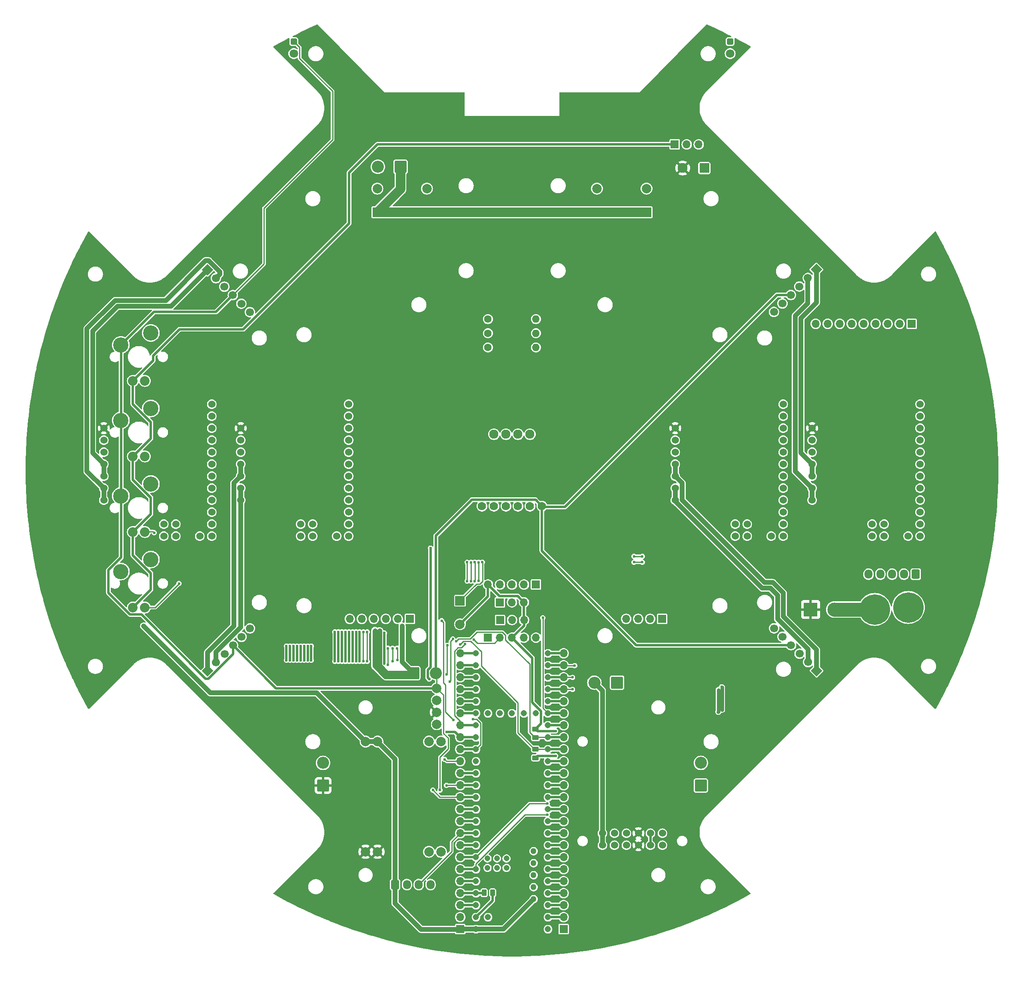
<source format=gbr>
%TF.GenerationSoftware,KiCad,Pcbnew,7.0.6-0*%
%TF.CreationDate,2023-09-15T15:09:58+10:00*%
%TF.ProjectId,Main 3.1,4d61696e-2033-42e3-912e-6b696361645f,rev?*%
%TF.SameCoordinates,Original*%
%TF.FileFunction,Copper,L2,Bot*%
%TF.FilePolarity,Positive*%
%FSLAX46Y46*%
G04 Gerber Fmt 4.6, Leading zero omitted, Abs format (unit mm)*
G04 Created by KiCad (PCBNEW 7.0.6-0) date 2023-09-15 15:09:58*
%MOMM*%
%LPD*%
G01*
G04 APERTURE LIST*
G04 Aperture macros list*
%AMRoundRect*
0 Rectangle with rounded corners*
0 $1 Rounding radius*
0 $2 $3 $4 $5 $6 $7 $8 $9 X,Y pos of 4 corners*
0 Add a 4 corners polygon primitive as box body*
4,1,4,$2,$3,$4,$5,$6,$7,$8,$9,$2,$3,0*
0 Add four circle primitives for the rounded corners*
1,1,$1+$1,$2,$3*
1,1,$1+$1,$4,$5*
1,1,$1+$1,$6,$7*
1,1,$1+$1,$8,$9*
0 Add four rect primitives between the rounded corners*
20,1,$1+$1,$2,$3,$4,$5,0*
20,1,$1+$1,$4,$5,$6,$7,0*
20,1,$1+$1,$6,$7,$8,$9,0*
20,1,$1+$1,$8,$9,$2,$3,0*%
%AMHorizOval*
0 Thick line with rounded ends*
0 $1 width*
0 $2 $3 position (X,Y) of the first rounded end (center of the circle)*
0 $4 $5 position (X,Y) of the second rounded end (center of the circle)*
0 Add line between two ends*
20,1,$1,$2,$3,$4,$5,0*
0 Add two circle primitives to create the rounded ends*
1,1,$1,$2,$3*
1,1,$1,$4,$5*%
%AMRotRect*
0 Rectangle, with rotation*
0 The origin of the aperture is its center*
0 $1 length*
0 $2 width*
0 $3 Rotation angle, in degrees counterclockwise*
0 Add horizontal line*
21,1,$1,$2,0,0,$3*%
G04 Aperture macros list end*
%TA.AperFunction,ComponentPad*%
%ADD10C,6.451600*%
%TD*%
%TA.AperFunction,ComponentPad*%
%ADD11C,1.524000*%
%TD*%
%TA.AperFunction,ComponentPad*%
%ADD12R,1.700000X1.700000*%
%TD*%
%TA.AperFunction,ComponentPad*%
%ADD13O,1.700000X1.700000*%
%TD*%
%TA.AperFunction,ComponentPad*%
%ADD14C,2.032000*%
%TD*%
%TA.AperFunction,ComponentPad*%
%ADD15C,3.225800*%
%TD*%
%TA.AperFunction,ComponentPad*%
%ADD16RoundRect,0.249999X-1.025001X-1.025001X1.025001X-1.025001X1.025001X1.025001X-1.025001X1.025001X0*%
%TD*%
%TA.AperFunction,ComponentPad*%
%ADD17C,2.550000*%
%TD*%
%TA.AperFunction,ComponentPad*%
%ADD18C,2.000000*%
%TD*%
%TA.AperFunction,ComponentPad*%
%ADD19RoundRect,0.250001X0.799999X0.799999X-0.799999X0.799999X-0.799999X-0.799999X0.799999X-0.799999X0*%
%TD*%
%TA.AperFunction,ComponentPad*%
%ADD20C,2.100000*%
%TD*%
%TA.AperFunction,ComponentPad*%
%ADD21RoundRect,0.250000X0.600000X0.725000X-0.600000X0.725000X-0.600000X-0.725000X0.600000X-0.725000X0*%
%TD*%
%TA.AperFunction,ComponentPad*%
%ADD22O,1.700000X1.950000*%
%TD*%
%TA.AperFunction,ComponentPad*%
%ADD23RoundRect,0.249999X1.025001X1.025001X-1.025001X1.025001X-1.025001X-1.025001X1.025001X-1.025001X0*%
%TD*%
%TA.AperFunction,ComponentPad*%
%ADD24C,1.308000*%
%TD*%
%TA.AperFunction,ComponentPad*%
%ADD25C,1.258000*%
%TD*%
%TA.AperFunction,ComponentPad*%
%ADD26C,1.208000*%
%TD*%
%TA.AperFunction,ComponentPad*%
%ADD27RoundRect,0.249999X1.025001X-1.025001X1.025001X1.025001X-1.025001X1.025001X-1.025001X-1.025001X0*%
%TD*%
%TA.AperFunction,ComponentPad*%
%ADD28R,3.000000X3.000000*%
%TD*%
%TA.AperFunction,ComponentPad*%
%ADD29C,3.000000*%
%TD*%
%TA.AperFunction,ComponentPad*%
%ADD30R,2.000000X2.000000*%
%TD*%
%TA.AperFunction,ComponentPad*%
%ADD31RotRect,1.700000X1.700000X315.000000*%
%TD*%
%TA.AperFunction,ComponentPad*%
%ADD32HorizOval,1.700000X0.000000X0.000000X0.000000X0.000000X0*%
%TD*%
%TA.AperFunction,SMDPad,CuDef*%
%ADD33RoundRect,0.250000X-0.450000X0.262500X-0.450000X-0.262500X0.450000X-0.262500X0.450000X0.262500X0*%
%TD*%
%TA.AperFunction,ComponentPad*%
%ADD34RotRect,1.700000X1.700000X45.000000*%
%TD*%
%TA.AperFunction,ComponentPad*%
%ADD35HorizOval,1.700000X0.000000X0.000000X0.000000X0.000000X0*%
%TD*%
%TA.AperFunction,ComponentPad*%
%ADD36RotRect,1.700000X1.700000X135.000000*%
%TD*%
%TA.AperFunction,ComponentPad*%
%ADD37HorizOval,1.700000X0.000000X0.000000X0.000000X0.000000X0*%
%TD*%
%TA.AperFunction,ComponentPad*%
%ADD38RotRect,1.700000X1.700000X225.000000*%
%TD*%
%TA.AperFunction,ComponentPad*%
%ADD39HorizOval,1.700000X0.000000X0.000000X0.000000X0.000000X0*%
%TD*%
%TA.AperFunction,ComponentPad*%
%ADD40C,1.778000*%
%TD*%
%TA.AperFunction,ComponentPad*%
%ADD41C,1.930400*%
%TD*%
%TA.AperFunction,ComponentPad*%
%ADD42C,1.600000*%
%TD*%
%TA.AperFunction,ComponentPad*%
%ADD43O,1.600000X1.600000*%
%TD*%
%TA.AperFunction,ComponentPad*%
%ADD44RoundRect,0.350000X-0.350000X0.350000X-0.350000X-0.350000X0.350000X-0.350000X0.350000X0.350000X0*%
%TD*%
%TA.AperFunction,ComponentPad*%
%ADD45C,1.800000*%
%TD*%
%TA.AperFunction,SMDPad,CuDef*%
%ADD46RoundRect,0.250000X-0.262500X-0.450000X0.262500X-0.450000X0.262500X0.450000X-0.262500X0.450000X0*%
%TD*%
%TA.AperFunction,SMDPad,CuDef*%
%ADD47RoundRect,0.250000X0.450000X-0.262500X0.450000X0.262500X-0.450000X0.262500X-0.450000X-0.262500X0*%
%TD*%
%TA.AperFunction,ComponentPad*%
%ADD48RoundRect,0.250000X-0.600000X-0.725000X0.600000X-0.725000X0.600000X0.725000X-0.600000X0.725000X0*%
%TD*%
%TA.AperFunction,ViaPad*%
%ADD49C,0.600000*%
%TD*%
%TA.AperFunction,Conductor*%
%ADD50C,0.500000*%
%TD*%
%TA.AperFunction,Conductor*%
%ADD51C,0.250000*%
%TD*%
%TA.AperFunction,Conductor*%
%ADD52C,1.000000*%
%TD*%
%TA.AperFunction,Conductor*%
%ADD53C,1.100000*%
%TD*%
%TA.AperFunction,Conductor*%
%ADD54C,2.000000*%
%TD*%
%TA.AperFunction,Conductor*%
%ADD55C,3.000000*%
%TD*%
%TA.AperFunction,Conductor*%
%ADD56C,0.750000*%
%TD*%
G04 APERTURE END LIST*
D10*
%TO.P,J16,1,Pin_1*%
%TO.N,Net-(J16-Pin_1)*%
X226813000Y-179500000D03*
%TO.P,J16,2,Pin_2*%
%TO.N,GND*%
X233925000Y-179075820D03*
%TD*%
D11*
%TO.P,U14,1,Vout*%
%TO.N,Net-(J19-Pin_2)*%
X169150000Y-226890000D03*
X169150000Y-229430000D03*
%TO.P,U14,2,GND*%
%TO.N,GND*%
X171690000Y-226890000D03*
X171690000Y-229430000D03*
X174230000Y-226890000D03*
X174230000Y-229430000D03*
%TO.P,U14,3,VIN*%
%TO.N,+15V*%
X176770000Y-226890000D03*
X176770000Y-229430000D03*
%TO.P,U14,4,VRP*%
%TO.N,unconnected-(U14-VRP-Pad4)*%
X179310000Y-226890000D03*
X179310000Y-229430000D03*
%TO.P,U14,5,EN*%
%TO.N,unconnected-(U14-EN-Pad5)*%
X181850000Y-229430000D03*
%TO.P,U14,6,PG*%
%TO.N,unconnected-(U14-PG-Pad6)*%
X181850000Y-226890000D03*
%TD*%
D12*
%TO.P,J15,1,Pin_1*%
%TO.N,/19*%
X147460000Y-177975000D03*
D13*
%TO.P,J15,2,Pin_2*%
%TO.N,/18*%
X150000000Y-177975000D03*
%TO.P,J15,3,Pin_3*%
%TO.N,GND*%
X152540000Y-177975000D03*
%TD*%
D12*
%TO.P,J11,1,Pin_1*%
%TO.N,GND*%
X160940000Y-247210000D03*
D13*
%TO.P,J11,2,Pin_2*%
%TO.N,/0*%
X160940000Y-244670000D03*
%TO.P,J11,3,Pin_3*%
%TO.N,/1*%
X160940000Y-242130000D03*
%TO.P,J11,4,Pin_4*%
%TO.N,/2*%
X160940000Y-239590000D03*
%TO.P,J11,5,Pin_5*%
%TO.N,/3*%
X160940000Y-237050000D03*
%TO.P,J11,6,Pin_6*%
%TO.N,/4*%
X160940000Y-234510000D03*
%TO.P,J11,7,Pin_7*%
%TO.N,/5*%
X160940000Y-231970000D03*
%TO.P,J11,8,Pin_8*%
%TO.N,/6*%
X160940000Y-229430000D03*
%TO.P,J11,9,Pin_9*%
%TO.N,/7*%
X160940000Y-226890000D03*
%TO.P,J11,10,Pin_10*%
%TO.N,/8*%
X160940000Y-224350000D03*
%TO.P,J11,11,Pin_11*%
%TO.N,/9*%
X160940000Y-221810000D03*
%TO.P,J11,12,Pin_12*%
%TO.N,/10*%
X160940000Y-219270000D03*
%TO.P,J11,13,Pin_13*%
%TO.N,/11*%
X160940000Y-216730000D03*
%TO.P,J11,14,Pin_14*%
%TO.N,/12*%
X160940000Y-214190000D03*
%TO.P,J11,15,Pin_15*%
%TO.N,/3.3V_1*%
X160940000Y-211650000D03*
%TO.P,J11,16,Pin_16*%
%TO.N,/24*%
X160940000Y-209110000D03*
%TO.P,J11,17,Pin_17*%
%TO.N,/25*%
X160940000Y-206570000D03*
%TO.P,J11,18,Pin_18*%
%TO.N,/26*%
X160940000Y-204030000D03*
%TO.P,J11,19,Pin_19*%
%TO.N,/27*%
X160940000Y-201490000D03*
%TO.P,J11,20,Pin_20*%
%TO.N,/28*%
X160940000Y-198950000D03*
%TO.P,J11,21,Pin_21*%
%TO.N,/29*%
X160940000Y-196410000D03*
%TO.P,J11,22,Pin_22*%
%TO.N,/30*%
X160940000Y-193870000D03*
%TO.P,J11,23,Pin_23*%
%TO.N,/31*%
X160940000Y-191330000D03*
%TO.P,J11,24,Pin_24*%
%TO.N,/32*%
X160940000Y-188790000D03*
%TD*%
D14*
%TO.P,U12,A,A*%
%TO.N,+5V*%
X69730000Y-179080000D03*
%TO.P,U12,K,K*%
%TO.N,Net-(R7-Pad2)*%
X72270000Y-179080000D03*
D15*
%TO.P,U12,S1,S1*%
%TO.N,GND*%
X67190000Y-171460000D03*
%TO.P,U12,S2,S1*%
%TO.N,/PROGRAM*%
X73540000Y-168920000D03*
%TD*%
D12*
%TO.P,J12,1,Pin_1*%
%TO.N,+5V*%
X139050000Y-247210000D03*
D13*
%TO.P,J12,2,Pin_2*%
%TO.N,GND*%
X139050000Y-244670000D03*
%TO.P,J12,3,Pin_3*%
%TO.N,/3.3V_2*%
X139050000Y-242130000D03*
%TO.P,J12,4,Pin_4*%
%TO.N,/23*%
X139050000Y-239590000D03*
%TO.P,J12,5,Pin_5*%
%TO.N,/22*%
X139050000Y-237050000D03*
%TO.P,J12,6,Pin_6*%
%TO.N,/21*%
X139050000Y-234510000D03*
%TO.P,J12,7,Pin_7*%
%TO.N,/20*%
X139050000Y-231970000D03*
%TO.P,J12,8,Pin_8*%
%TO.N,/19*%
X139050000Y-229430000D03*
%TO.P,J12,9,Pin_9*%
%TO.N,/18*%
X139050000Y-226890000D03*
%TO.P,J12,10,Pin_10*%
%TO.N,/17*%
X139050000Y-224350000D03*
%TO.P,J12,11,Pin_11*%
%TO.N,/16*%
X139050000Y-221810000D03*
%TO.P,J12,12,Pin_12*%
%TO.N,/15*%
X139050000Y-219270000D03*
%TO.P,J12,13,Pin_13*%
%TO.N,/14*%
X139050000Y-216730000D03*
%TO.P,J12,14,Pin_14*%
%TO.N,/13*%
X139050000Y-214190000D03*
%TO.P,J12,15,Pin_15*%
%TO.N,GND*%
X139050000Y-211650000D03*
%TO.P,J12,16,Pin_16*%
%TO.N,/41*%
X139050000Y-209110000D03*
%TO.P,J12,17,Pin_17*%
%TO.N,/40*%
X139050000Y-206570000D03*
%TO.P,J12,18,Pin_18*%
%TO.N,/39*%
X139050000Y-204030000D03*
%TO.P,J12,19,Pin_19*%
%TO.N,/38*%
X139050000Y-201490000D03*
%TO.P,J12,20,Pin_20*%
%TO.N,/37*%
X139050000Y-198950000D03*
%TO.P,J12,21,Pin_21*%
%TO.N,/36*%
X139050000Y-196410000D03*
%TO.P,J12,22,Pin_22*%
%TO.N,/35*%
X139050000Y-193870000D03*
%TO.P,J12,23,Pin_23*%
%TO.N,/34*%
X139050000Y-191330000D03*
%TO.P,J12,24,Pin_24*%
%TO.N,/33*%
X139050000Y-188790000D03*
%TD*%
D16*
%TO.P,J3,1,Pin_1*%
%TO.N,GND*%
X129100000Y-193000000D03*
D17*
%TO.P,J3,2,Pin_2*%
%TO.N,+3V3*%
X133900000Y-193000000D03*
%TD*%
D14*
%TO.P,U3,A,A*%
%TO.N,+5V*%
X69730000Y-163080000D03*
%TO.P,U3,K,K*%
%TO.N,Net-(R1-Pad2)*%
X72270000Y-163080000D03*
D15*
%TO.P,U3,S1,S1*%
%TO.N,+3V3*%
X67190000Y-155460000D03*
%TO.P,U3,S2,S1*%
%TO.N,/23*%
X73540000Y-152920000D03*
%TD*%
D12*
%TO.P,J1,1,Pin_1*%
%TO.N,Net-(J1-Pin_1)*%
X234640000Y-119000000D03*
D13*
%TO.P,J1,2,Pin_2*%
%TO.N,Net-(J1-Pin_2)*%
X232100000Y-119000000D03*
%TO.P,J1,3,Pin_3*%
%TO.N,Net-(J1-Pin_3)*%
X229560000Y-119000000D03*
%TO.P,J1,4,Pin_4*%
%TO.N,Net-(J1-Pin_4)*%
X227020000Y-119000000D03*
%TO.P,J1,5,Pin_5*%
%TO.N,Net-(J1-Pin_5)*%
X224480000Y-119000000D03*
%TO.P,J1,6,Pin_6*%
%TO.N,unconnected-(J1-Pin_6-Pad6)*%
X221940000Y-119000000D03*
%TO.P,J1,7,Pin_7*%
%TO.N,unconnected-(J1-Pin_7-Pad7)*%
X219400000Y-119000000D03*
%TO.P,J1,8,Pin_8*%
%TO.N,unconnected-(J1-Pin_8-Pad8)*%
X216860000Y-119000000D03*
%TO.P,J1,9,Pin_9*%
%TO.N,unconnected-(J1-Pin_9-Pad9)*%
X214320000Y-119000000D03*
%TD*%
D18*
%TO.P,U1,1,SHDN*%
%TO.N,unconnected-(U1-SHDN-Pad1)*%
X134080000Y-203810000D03*
%TO.P,U1,2,VIN*%
%TO.N,+15V*%
X134080000Y-201270000D03*
%TO.P,U1,3,GND*%
%TO.N,GND*%
X134080000Y-198730000D03*
%TO.P,U1,4,VOUT*%
%TO.N,+3V3*%
X134080000Y-196190000D03*
%TD*%
D12*
%TO.P,U16,1,VCC*%
%TO.N,+5V*%
X181800000Y-181500000D03*
D13*
%TO.P,U16,2,GND*%
%TO.N,GND*%
X179260000Y-181500000D03*
%TO.P,U16,3,TX*%
%TO.N,/21*%
X176720000Y-181500000D03*
%TO.P,U16,4,RX*%
%TO.N,/20*%
X174180000Y-181500000D03*
%TD*%
D12*
%TO.P,J14,1,Pin_1*%
%TO.N,/0*%
X147475000Y-181725000D03*
D13*
%TO.P,J14,2,Pin_2*%
%TO.N,/1*%
X150015000Y-181725000D03*
%TO.P,J14,3,Pin_3*%
%TO.N,GND*%
X152555000Y-181725000D03*
%TD*%
D19*
%TO.P,J20,1,Pin_1*%
%TO.N,GND*%
X190750000Y-86000000D03*
D20*
%TO.P,J20,2,Pin_2*%
%TO.N,+15V*%
X186150000Y-86000000D03*
%TD*%
D12*
%TO.P,J13,1,Pin_1*%
%TO.N,/ON{slash}OFF*%
X144920000Y-185470000D03*
D13*
%TO.P,J13,2,Pin_2*%
%TO.N,/PROGRAM*%
X147460000Y-185470000D03*
%TO.P,J13,3,Pin_3*%
%TO.N,GND*%
X150000000Y-185470000D03*
%TO.P,J13,4,Pin_4*%
%TO.N,unconnected-(J13-Pin_4-Pad4)*%
X152540000Y-185470000D03*
%TO.P,J13,5,Pin_5*%
%TO.N,unconnected-(J13-Pin_5-Pad5)*%
X155080000Y-185470000D03*
%TD*%
D12*
%TO.P,J23,1,Pin_1*%
%TO.N,+5V*%
X184460000Y-81000000D03*
D13*
%TO.P,J23,2,Pin_2*%
%TO.N,unconnected-(J23-Pin_2-Pad2)*%
X187000000Y-81000000D03*
%TO.P,J23,3,Pin_3*%
%TO.N,GND*%
X189540000Y-81000000D03*
%TD*%
D14*
%TO.P,U10,A,A*%
%TO.N,+5V*%
X69730000Y-147080000D03*
%TO.P,U10,K,K*%
%TO.N,Net-(R3-Pad2)*%
X72270000Y-147080000D03*
D15*
%TO.P,U10,S1,S1*%
%TO.N,+3V3*%
X67190000Y-139460000D03*
%TO.P,U10,S2,S1*%
%TO.N,/24*%
X73540000Y-136920000D03*
%TD*%
D21*
%TO.P,J18,1,Pin_1*%
%TO.N,Net-(J1-Pin_1)*%
X235500000Y-172025000D03*
D22*
%TO.P,J18,2,Pin_2*%
%TO.N,Net-(J1-Pin_2)*%
X233000000Y-172025000D03*
%TO.P,J18,3,Pin_3*%
%TO.N,Net-(J1-Pin_3)*%
X230500000Y-172025000D03*
%TO.P,J18,4,Pin_4*%
%TO.N,Net-(J1-Pin_4)*%
X228000000Y-172025000D03*
%TO.P,J18,5,Pin_5*%
%TO.N,Net-(J1-Pin_5)*%
X225500000Y-172025000D03*
%TD*%
D12*
%TO.P,J5,1,Pin_1*%
%TO.N,/13*%
X155080000Y-174225000D03*
D13*
%TO.P,J5,2,Pin_2*%
%TO.N,/12*%
X152540000Y-174225000D03*
%TO.P,J5,3,Pin_3*%
%TO.N,/11*%
X150000000Y-174225000D03*
%TO.P,J5,4,Pin_4*%
%TO.N,/10*%
X147460000Y-174225000D03*
%TO.P,J5,5,Pin_5*%
%TO.N,GND*%
X144920000Y-174225000D03*
%TD*%
D23*
%TO.P,J19,1,Pin_1*%
%TO.N,GND*%
X172250000Y-195000000D03*
D17*
%TO.P,J19,2,Pin_2*%
%TO.N,Net-(J19-Pin_2)*%
X167450000Y-195000000D03*
%TD*%
D12*
%TO.P,U15,1,EN*%
%TO.N,/38*%
X128350000Y-181500000D03*
D13*
%TO.P,U15,2,VCC*%
%TO.N,+5V*%
X125810000Y-181500000D03*
%TO.P,U15,3,GND*%
%TO.N,GND*%
X123270000Y-181500000D03*
%TO.P,U15,4,TX*%
%TO.N,/15*%
X120730000Y-181500000D03*
%TO.P,U15,5,RX*%
%TO.N,/14*%
X118190000Y-181500000D03*
%TO.P,U15,6,State*%
%TO.N,/27*%
X115650000Y-181500000D03*
%TD*%
D24*
%TO.P,U8,0,RX1*%
%TO.N,/0*%
X157620000Y-244670000D03*
%TO.P,U8,1,TX1*%
%TO.N,/1*%
X157620000Y-242130000D03*
%TO.P,U8,2,OUT2*%
%TO.N,/2*%
X157620000Y-239590000D03*
%TO.P,U8,3,LRCLK2*%
%TO.N,/3*%
X157620000Y-237050000D03*
%TO.P,U8,3.3V_1,3.3V*%
%TO.N,/3.3V_1*%
X157620000Y-211650000D03*
%TO.P,U8,3.3V_2,3.3V__1*%
%TO.N,/3.3V_2*%
X142380000Y-242130000D03*
%TO.P,U8,3.3V_3,3.3V__2*%
%TO.N,unconnected-(U8-3.3V__2-Pad3.3V_3)*%
X152540000Y-201490000D03*
%TO.P,U8,4,BCLK2*%
%TO.N,/4*%
X157620000Y-234510000D03*
%TO.P,U8,5,IN2*%
%TO.N,/5*%
X157620000Y-231970000D03*
D25*
%TO.P,U8,5V,5V*%
%TO.N,+5V*%
X154570000Y-240860000D03*
D24*
%TO.P,U8,6,OUT1D*%
%TO.N,/6*%
X157620000Y-229430000D03*
%TO.P,U8,7,RX2*%
%TO.N,/7*%
X157620000Y-226890000D03*
%TO.P,U8,8,TX2*%
%TO.N,/8*%
X157620000Y-224350000D03*
%TO.P,U8,9,OUT1C*%
%TO.N,/9*%
X157620000Y-221810000D03*
%TO.P,U8,10,CS1*%
%TO.N,/10*%
X157620000Y-219270000D03*
%TO.P,U8,11,MOSI*%
%TO.N,/11*%
X157620000Y-216730000D03*
%TO.P,U8,12,MISO*%
%TO.N,/12*%
X157620000Y-214190000D03*
%TO.P,U8,13,SCK*%
%TO.N,/13*%
X142380000Y-214190000D03*
%TO.P,U8,14,A0*%
%TO.N,/14*%
X142380000Y-216730000D03*
%TO.P,U8,15,A1*%
%TO.N,/15*%
X142380000Y-219270000D03*
%TO.P,U8,16,A2*%
%TO.N,/16*%
X142380000Y-221810000D03*
%TO.P,U8,17,A3*%
%TO.N,/17*%
X142380000Y-224350000D03*
%TO.P,U8,18,A4*%
%TO.N,/18*%
X142380000Y-226890000D03*
%TO.P,U8,19,A5*%
%TO.N,/19*%
X142380000Y-229430000D03*
%TO.P,U8,20,A6*%
%TO.N,/20*%
X142380000Y-231970000D03*
%TO.P,U8,21,A7*%
%TO.N,/21*%
X142380000Y-234510000D03*
%TO.P,U8,22,A8*%
%TO.N,/22*%
X142380000Y-237050000D03*
%TO.P,U8,23,A9*%
%TO.N,/23*%
X142380000Y-239590000D03*
%TO.P,U8,24,A10*%
%TO.N,/24*%
X157620000Y-209110000D03*
%TO.P,U8,25,A11*%
%TO.N,/25*%
X157620000Y-206570000D03*
%TO.P,U8,26,A12*%
%TO.N,/26*%
X157620000Y-204030000D03*
%TO.P,U8,27,A13*%
%TO.N,/27*%
X157620000Y-201490000D03*
%TO.P,U8,28,RX7*%
%TO.N,/28*%
X157620000Y-198950000D03*
%TO.P,U8,29,TX7*%
%TO.N,/29*%
X157620000Y-196410000D03*
%TO.P,U8,30,CRX3*%
%TO.N,/30*%
X157620000Y-193870000D03*
%TO.P,U8,31,CTX3*%
%TO.N,/31*%
X157620000Y-191330000D03*
%TO.P,U8,32,OUT1B*%
%TO.N,/32*%
X157620000Y-188790000D03*
%TO.P,U8,33,MCLK2*%
%TO.N,/33*%
X142380000Y-188790000D03*
%TO.P,U8,34,RX8*%
%TO.N,/34*%
X142380000Y-191330000D03*
%TO.P,U8,35,TX8*%
%TO.N,/35*%
X142380000Y-193870000D03*
%TO.P,U8,36,CS2*%
%TO.N,/36*%
X142380000Y-196410000D03*
%TO.P,U8,37,CS3*%
%TO.N,/37*%
X142380000Y-198950000D03*
%TO.P,U8,38,A14*%
%TO.N,/38*%
X142380000Y-201490000D03*
%TO.P,U8,39,A15*%
%TO.N,/39*%
X142380000Y-204030000D03*
%TO.P,U8,40,A16*%
%TO.N,/40*%
X142380000Y-206570000D03*
%TO.P,U8,41,A17*%
%TO.N,/41*%
X142380000Y-209110000D03*
D25*
%TO.P,U8,D+,D+*%
%TO.N,unconnected-(U8-PadD+)*%
X154570000Y-235780000D03*
%TO.P,U8,D-,D-*%
%TO.N,unconnected-(U8-PadD-)*%
X154570000Y-238320000D03*
D24*
%TO.P,U8,GND1,GND*%
%TO.N,GND*%
X157620000Y-247210000D03*
%TO.P,U8,GND2,GND__1*%
X142380000Y-211650000D03*
%TO.P,U8,GND3,GND__2*%
X142380000Y-244670000D03*
%TO.P,U8,GND4,GND__3*%
X150000000Y-201490000D03*
D26*
%TO.P,U8,GND5,GND__4*%
X146830000Y-232240000D03*
%TO.P,U8,LED,LED*%
%TO.N,unconnected-(U8-PadLED)*%
X146830000Y-234240000D03*
D24*
%TO.P,U8,ON/OFF,ON/OFF*%
%TO.N,/ON{slash}OFF*%
X144920000Y-201490000D03*
%TO.P,U8,PROGRAM,PROGRAM*%
%TO.N,/PROGRAM*%
X147460000Y-201490000D03*
D26*
%TO.P,U8,R+,R+*%
%TO.N,unconnected-(U8-PadR+)*%
X144830000Y-234240000D03*
%TO.P,U8,R-,R-*%
%TO.N,unconnected-(U8-PadR-)*%
X144830000Y-232240000D03*
%TO.P,U8,T+,T+*%
%TO.N,unconnected-(U8-PadT+)*%
X148830000Y-232240000D03*
%TO.P,U8,T-,T-*%
%TO.N,unconnected-(U8-PadT-)*%
X148830000Y-234240000D03*
D25*
%TO.P,U8,USB_GND1,USB_GND*%
%TO.N,GND*%
X154570000Y-233240000D03*
%TO.P,U8,USB_GND2,USB_GND__1*%
X154570000Y-230700000D03*
D24*
%TO.P,U8,VBAT,VBAT*%
%TO.N,unconnected-(U8-PadVBAT)*%
X155080000Y-201490000D03*
%TO.P,U8,VIN,VIN*%
%TO.N,+5V*%
X142380000Y-247210000D03*
%TO.P,U8,VUSB,VUSB*%
%TO.N,unconnected-(U8-PadVUSB)*%
X144920000Y-244670000D03*
%TD*%
D14*
%TO.P,U11,A,A*%
%TO.N,+5V*%
X69730000Y-131080000D03*
%TO.P,U11,K,K*%
%TO.N,Net-(R5-Pad2)*%
X72270000Y-131080000D03*
D15*
%TO.P,U11,S1,S1*%
%TO.N,+3V3*%
X67190000Y-123460000D03*
%TO.P,U11,S2,S1*%
%TO.N,/25*%
X73540000Y-120920000D03*
%TD*%
D27*
%TO.P,U9,1,VIN+*%
%TO.N,+15V*%
X110000000Y-216800000D03*
D17*
%TO.P,U9,2,VIN-*%
%TO.N,GND*%
X110000000Y-212000000D03*
D27*
%TO.P,U9,3,OUT+*%
%TO.N,Net-(U9-OUT+)*%
X190000000Y-216800000D03*
D17*
%TO.P,U9,4,OUT-*%
%TO.N,GND*%
X190000000Y-212000000D03*
%TD*%
D28*
%TO.P,J17,1,Pin_1*%
%TO.N,+15V*%
X213250000Y-179500000D03*
D29*
%TO.P,J17,2,Pin_2*%
%TO.N,Net-(J16-Pin_1)*%
X218250000Y-179500000D03*
%TD*%
D30*
%TO.P,C2,1*%
%TO.N,+5V*%
X139000000Y-177632323D03*
D18*
%TO.P,C2,2*%
%TO.N,GND*%
X139000000Y-182632323D03*
%TD*%
%TO.P,U2,1,IN-*%
%TO.N,GND*%
X132430000Y-230822500D03*
X134970000Y-230822500D03*
%TO.P,U2,2,IN+*%
%TO.N,+15V*%
X118990000Y-230822500D03*
X121530000Y-230822500D03*
%TO.P,U2,3,OUT-*%
%TO.N,GND*%
X132440000Y-207482500D03*
X134980000Y-207482500D03*
%TO.P,U2,4,OUT+*%
%TO.N,+5V*%
X119000000Y-207482500D03*
X121540000Y-207482500D03*
%TD*%
D30*
%TO.P,C3,1*%
%TO.N,Net-(D4-A)*%
X121500000Y-95367677D03*
D18*
%TO.P,C3,2*%
%TO.N,GND*%
X121500000Y-90367677D03*
%TD*%
D31*
%TO.P,J9,1,Pin_1*%
%TO.N,Net-(J9-Pin_1)*%
X85545227Y-192490128D03*
D32*
%TO.P,J9,2,Pin_2*%
%TO.N,Net-(J9-Pin_2)*%
X87341278Y-190694077D03*
%TO.P,J9,3,Pin_3*%
%TO.N,GND*%
X89137329Y-188898026D03*
%TO.P,J9,4,Pin_4*%
%TO.N,+3V3*%
X90933381Y-187101974D03*
%TO.P,J9,5,Pin_5*%
%TO.N,/34*%
X92729432Y-185305923D03*
%TO.P,J9,6,Pin_6*%
%TO.N,/33*%
X94525483Y-183509872D03*
%TD*%
D30*
%TO.P,C6,1*%
%TO.N,Net-(D4-A)*%
X178500000Y-95367677D03*
D18*
%TO.P,C6,2*%
%TO.N,GND*%
X178500000Y-90367677D03*
%TD*%
D30*
%TO.P,C5,1*%
%TO.N,Net-(D4-A)*%
X168000000Y-95367677D03*
D18*
%TO.P,C5,2*%
%TO.N,GND*%
X168000000Y-90367677D03*
%TD*%
D33*
%TO.P,R4,1*%
%TO.N,/24*%
X155000000Y-209087500D03*
%TO.P,R4,2*%
%TO.N,GND*%
X155000000Y-210912500D03*
%TD*%
D11*
%TO.P,U7,1,VM*%
%TO.N,unconnected-(U7-VM-Pad1)*%
X86430000Y-136030000D03*
%TO.P,U7,2,GND*%
%TO.N,GND*%
X86430000Y-138570000D03*
%TO.P,U7,3,VCC*%
%TO.N,unconnected-(U7-VCC-Pad3)*%
X86430000Y-141110000D03*
%TO.P,U7,4,INA1*%
%TO.N,/35*%
X86430000Y-143650000D03*
%TO.P,U7,5,INA2*%
%TO.N,/36*%
X86430000Y-146190000D03*
%TO.P,U7,6,PWMA*%
%TO.N,/37*%
X86430000Y-148730000D03*
%TO.P,U7,7,INB1*%
%TO.N,unconnected-(U7-INB1-Pad7)*%
X86430000Y-151270000D03*
%TO.P,U7,8,INB2*%
%TO.N,unconnected-(U7-INB2-Pad8)*%
X86430000Y-153810000D03*
%TO.P,U7,9,PWMB*%
%TO.N,unconnected-(U7-PWMB-Pad9)*%
X86430000Y-156350000D03*
%TO.P,U7,10,LO1*%
%TO.N,unconnected-(U7-LO1-Pad10)*%
X86430000Y-158890000D03*
%TO.P,U7,11,LO2*%
%TO.N,unconnected-(U7-LO2-Pad11)*%
X86430000Y-161430000D03*
%TO.P,U7,12,VREFA*%
%TO.N,unconnected-(U7-VREFA-Pad12)*%
X86430000Y-163970000D03*
%TO.P,U7,13,VREFB*%
%TO.N,unconnected-(U7-VREFB-Pad13)*%
X83890000Y-163970000D03*
%TO.P,U7,14,VIN*%
%TO.N,+15V*%
X63570000Y-141110000D03*
%TO.P,U7,15,GND*%
%TO.N,GND*%
X63570000Y-146190000D03*
X63570000Y-143650000D03*
%TO.P,U7,16,B+*%
%TO.N,Net-(J10-Pin_1)*%
X63570000Y-148730000D03*
%TO.P,U7,17,B-*%
X63570000Y-151270000D03*
%TO.P,U7,18,A-*%
%TO.N,Net-(J10-Pin_2)*%
X63570000Y-153810000D03*
%TO.P,U7,19,A+*%
X63570000Y-156350000D03*
%TO.P,U7,20,VCC*%
%TO.N,Net-(U7-HBMODE)*%
X78810000Y-161430000D03*
%TO.P,U7,21,VCC*%
X76270000Y-161430000D03*
%TO.P,U7,22,TBLKAB*%
%TO.N,unconnected-(U7-TBLKAB-Pad22)*%
X78810000Y-163970000D03*
%TO.P,U7,23,HBMODE*%
%TO.N,Net-(U7-HBMODE)*%
X76270000Y-163970000D03*
%TD*%
D23*
%TO.P,J6,1,Pin_1*%
%TO.N,Net-(D4-A)*%
X126400000Y-85750000D03*
D17*
%TO.P,J6,2,Pin_2*%
%TO.N,Net-(D4-K)*%
X121600000Y-85750000D03*
%TD*%
D34*
%TO.P,J8,1,Pin_1*%
%TO.N,Net-(J8-Pin_1)*%
X214490128Y-192454773D03*
D35*
%TO.P,J8,2,Pin_2*%
%TO.N,Net-(J8-Pin_2)*%
X212694077Y-190658722D03*
%TO.P,J8,3,Pin_3*%
%TO.N,GND*%
X210898026Y-188862671D03*
%TO.P,J8,4,Pin_4*%
%TO.N,+3V3*%
X209101974Y-187066619D03*
%TO.P,J8,5,Pin_5*%
%TO.N,/7*%
X207305923Y-185270568D03*
%TO.P,J8,6,Pin_6*%
%TO.N,/8*%
X205509872Y-183474517D03*
%TD*%
D11*
%TO.P,U6,1,VM*%
%TO.N,unconnected-(U6-VM-Pad1)*%
X115430000Y-136030000D03*
%TO.P,U6,2,GND*%
%TO.N,GND*%
X115430000Y-138570000D03*
%TO.P,U6,3,VCC*%
%TO.N,unconnected-(U6-VCC-Pad3)*%
X115430000Y-141110000D03*
%TO.P,U6,4,INA1*%
%TO.N,/30*%
X115430000Y-143650000D03*
%TO.P,U6,5,INA2*%
%TO.N,/31*%
X115430000Y-146190000D03*
%TO.P,U6,6,PWMA*%
%TO.N,/29*%
X115430000Y-148730000D03*
%TO.P,U6,7,INB1*%
%TO.N,unconnected-(U6-INB1-Pad7)*%
X115430000Y-151270000D03*
%TO.P,U6,8,INB2*%
%TO.N,unconnected-(U6-INB2-Pad8)*%
X115430000Y-153810000D03*
%TO.P,U6,9,PWMB*%
%TO.N,unconnected-(U6-PWMB-Pad9)*%
X115430000Y-156350000D03*
%TO.P,U6,10,LO1*%
%TO.N,unconnected-(U6-LO1-Pad10)*%
X115430000Y-158890000D03*
%TO.P,U6,11,LO2*%
%TO.N,unconnected-(U6-LO2-Pad11)*%
X115430000Y-161430000D03*
%TO.P,U6,12,VREFA*%
%TO.N,unconnected-(U6-VREFA-Pad12)*%
X115430000Y-163970000D03*
%TO.P,U6,13,VREFB*%
%TO.N,unconnected-(U6-VREFB-Pad13)*%
X112890000Y-163970000D03*
%TO.P,U6,14,VIN*%
%TO.N,+15V*%
X92570000Y-141110000D03*
%TO.P,U6,15,GND*%
%TO.N,GND*%
X92570000Y-146190000D03*
X92570000Y-143650000D03*
%TO.P,U6,16,B+*%
%TO.N,Net-(J9-Pin_1)*%
X92570000Y-148730000D03*
%TO.P,U6,17,B-*%
X92570000Y-151270000D03*
%TO.P,U6,18,A-*%
%TO.N,Net-(J9-Pin_2)*%
X92570000Y-153810000D03*
%TO.P,U6,19,A+*%
X92570000Y-156350000D03*
%TO.P,U6,20,VCC*%
%TO.N,Net-(U6-HBMODE)*%
X107810000Y-161430000D03*
%TO.P,U6,21,VCC*%
X105270000Y-161430000D03*
%TO.P,U6,22,TBLKAB*%
%TO.N,unconnected-(U6-TBLKAB-Pad22)*%
X107810000Y-163970000D03*
%TO.P,U6,23,HBMODE*%
%TO.N,Net-(U6-HBMODE)*%
X105270000Y-163970000D03*
%TD*%
D36*
%TO.P,J7,1,Pin_1*%
%TO.N,Net-(J7-Pin_1)*%
X214454773Y-107509872D03*
D37*
%TO.P,J7,2,Pin_2*%
%TO.N,Net-(J7-Pin_2)*%
X212658722Y-109305923D03*
%TO.P,J7,3,Pin_3*%
%TO.N,GND*%
X210862671Y-111101974D03*
%TO.P,J7,4,Pin_4*%
%TO.N,+3V3*%
X209066619Y-112898026D03*
%TO.P,J7,5,Pin_5*%
%TO.N,/5*%
X207270568Y-114694077D03*
%TO.P,J7,6,Pin_6*%
%TO.N,/6*%
X205474517Y-116490128D03*
%TD*%
D38*
%TO.P,J10,1,Pin_1*%
%TO.N,Net-(J10-Pin_1)*%
X85509872Y-107545227D03*
D39*
%TO.P,J10,2,Pin_2*%
%TO.N,Net-(J10-Pin_2)*%
X87305923Y-109341278D03*
%TO.P,J10,3,Pin_3*%
%TO.N,GND*%
X89101974Y-111137329D03*
%TO.P,J10,4,Pin_4*%
%TO.N,+3V3*%
X90898026Y-112933381D03*
%TO.P,J10,5,Pin_5*%
%TO.N,/32*%
X92694077Y-114729432D03*
%TO.P,J10,6,Pin_6*%
%TO.N,/28*%
X94490128Y-116525483D03*
%TD*%
D40*
%TO.P,U13,1,VIN*%
%TO.N,+3V3*%
X156350000Y-157620000D03*
%TO.P,U13,2,3V*%
%TO.N,unconnected-(U13-3V-Pad2)*%
X153810000Y-157620000D03*
%TO.P,U13,3,GND*%
%TO.N,GND*%
X151270000Y-157620000D03*
%TO.P,U13,4,SCL*%
%TO.N,/16*%
X148730000Y-157620000D03*
%TO.P,U13,5,SDA*%
%TO.N,/17*%
X146190000Y-157620000D03*
%TO.P,U13,6,RST*%
%TO.N,/RST*%
X143650000Y-157620000D03*
D41*
%TO.P,U13,7,INT*%
%TO.N,unconnected-(U13-INT-Pad7)*%
X153810000Y-142380000D03*
%TO.P,U13,8,ADR*%
%TO.N,unconnected-(U13-ADR-Pad8)*%
X151270000Y-142380000D03*
%TO.P,U13,9,PS0*%
%TO.N,unconnected-(U13-PS0-Pad9)*%
X148730000Y-142380000D03*
%TO.P,U13,10,PS1*%
%TO.N,unconnected-(U13-PS1-Pad10)*%
X146190000Y-142380000D03*
%TD*%
D42*
%TO.P,R16,1*%
%TO.N,Net-(D4-A)*%
X144920000Y-118000000D03*
D43*
%TO.P,R16,2*%
%TO.N,Net-(U9-OUT+)*%
X155080000Y-118000000D03*
%TD*%
D44*
%TO.P,Q2,1,C*%
%TO.N,+3V3*%
X103800001Y-59225000D03*
D45*
%TO.P,Q2,2,E*%
%TO.N,/LINE BREAK*%
X103800001Y-61765000D03*
%TD*%
D11*
%TO.P,U5,1,VM*%
%TO.N,unconnected-(U5-VM-Pad1)*%
X207430000Y-136030000D03*
%TO.P,U5,2,GND*%
%TO.N,GND*%
X207430000Y-138570000D03*
%TO.P,U5,3,VCC*%
%TO.N,unconnected-(U5-VCC-Pad3)*%
X207430000Y-141110000D03*
%TO.P,U5,4,INA1*%
%TO.N,/41*%
X207430000Y-143650000D03*
%TO.P,U5,5,INA2*%
%TO.N,/39*%
X207430000Y-146190000D03*
%TO.P,U5,6,PWMA*%
%TO.N,/9*%
X207430000Y-148730000D03*
%TO.P,U5,7,INB1*%
%TO.N,unconnected-(U5-INB1-Pad7)*%
X207430000Y-151270000D03*
%TO.P,U5,8,INB2*%
%TO.N,unconnected-(U5-INB2-Pad8)*%
X207430000Y-153810000D03*
%TO.P,U5,9,PWMB*%
%TO.N,unconnected-(U5-PWMB-Pad9)*%
X207430000Y-156350000D03*
%TO.P,U5,10,LO1*%
%TO.N,unconnected-(U5-LO1-Pad10)*%
X207430000Y-158890000D03*
%TO.P,U5,11,LO2*%
%TO.N,unconnected-(U5-LO2-Pad11)*%
X207430000Y-161430000D03*
%TO.P,U5,12,VREFA*%
%TO.N,unconnected-(U5-VREFA-Pad12)*%
X207430000Y-163970000D03*
%TO.P,U5,13,VREFB*%
%TO.N,unconnected-(U5-VREFB-Pad13)*%
X204890000Y-163970000D03*
%TO.P,U5,14,VIN*%
%TO.N,+15V*%
X184570000Y-141110000D03*
%TO.P,U5,15,GND*%
%TO.N,GND*%
X184570000Y-146190000D03*
X184570000Y-143650000D03*
%TO.P,U5,16,B+*%
%TO.N,Net-(J8-Pin_1)*%
X184570000Y-148730000D03*
%TO.P,U5,17,B-*%
X184570000Y-151270000D03*
%TO.P,U5,18,A-*%
%TO.N,Net-(J8-Pin_2)*%
X184570000Y-153810000D03*
%TO.P,U5,19,A+*%
X184570000Y-156350000D03*
%TO.P,U5,20,VCC*%
%TO.N,Net-(U5-HBMODE)*%
X199810000Y-161430000D03*
%TO.P,U5,21,VCC*%
X197270000Y-161430000D03*
%TO.P,U5,22,TBLKAB*%
%TO.N,unconnected-(U5-TBLKAB-Pad22)*%
X199810000Y-163970000D03*
%TO.P,U5,23,HBMODE*%
%TO.N,Net-(U5-HBMODE)*%
X197270000Y-163970000D03*
%TD*%
%TO.P,U4,1,VM*%
%TO.N,unconnected-(U4-VM-Pad1)*%
X236430000Y-136030000D03*
%TO.P,U4,2,GND*%
%TO.N,GND*%
X236430000Y-138570000D03*
%TO.P,U4,3,VCC*%
%TO.N,unconnected-(U4-VCC-Pad3)*%
X236430000Y-141110000D03*
%TO.P,U4,4,INA1*%
%TO.N,/4*%
X236430000Y-143650000D03*
%TO.P,U4,5,INA2*%
%TO.N,/3*%
X236430000Y-146190000D03*
%TO.P,U4,6,PWMA*%
%TO.N,/2*%
X236430000Y-148730000D03*
%TO.P,U4,7,INB1*%
%TO.N,unconnected-(U4-INB1-Pad7)*%
X236430000Y-151270000D03*
%TO.P,U4,8,INB2*%
%TO.N,unconnected-(U4-INB2-Pad8)*%
X236430000Y-153810000D03*
%TO.P,U4,9,PWMB*%
%TO.N,unconnected-(U4-PWMB-Pad9)*%
X236430000Y-156350000D03*
%TO.P,U4,10,LO1*%
%TO.N,unconnected-(U4-LO1-Pad10)*%
X236430000Y-158890000D03*
%TO.P,U4,11,LO2*%
%TO.N,unconnected-(U4-LO2-Pad11)*%
X236430000Y-161430000D03*
%TO.P,U4,12,VREFA*%
%TO.N,unconnected-(U4-VREFA-Pad12)*%
X236430000Y-163970000D03*
%TO.P,U4,13,VREFB*%
%TO.N,unconnected-(U4-VREFB-Pad13)*%
X233890000Y-163970000D03*
%TO.P,U4,14,VIN*%
%TO.N,+15V*%
X213570000Y-141110000D03*
%TO.P,U4,15,GND*%
%TO.N,GND*%
X213570000Y-146190000D03*
X213570000Y-143650000D03*
%TO.P,U4,16,B+*%
%TO.N,Net-(J7-Pin_1)*%
X213570000Y-148730000D03*
%TO.P,U4,17,B-*%
X213570000Y-151270000D03*
%TO.P,U4,18,A-*%
%TO.N,Net-(J7-Pin_2)*%
X213570000Y-153810000D03*
%TO.P,U4,19,A+*%
X213570000Y-156350000D03*
%TO.P,U4,20,VCC*%
%TO.N,Net-(U4-HBMODE)*%
X228810000Y-161430000D03*
%TO.P,U4,21,VCC*%
X226270000Y-161430000D03*
%TO.P,U4,22,TBLKAB*%
%TO.N,unconnected-(U4-TBLKAB-Pad22)*%
X228810000Y-163970000D03*
%TO.P,U4,23,HBMODE*%
%TO.N,Net-(U4-HBMODE)*%
X226270000Y-163970000D03*
%TD*%
D46*
%TO.P,R2,1*%
%TO.N,/23*%
X144087500Y-239500000D03*
%TO.P,R2,2*%
%TO.N,GND*%
X145912500Y-239500000D03*
%TD*%
D42*
%TO.P,R15,1*%
%TO.N,Net-(D4-A)*%
X144920000Y-121000000D03*
D43*
%TO.P,R15,2*%
%TO.N,Net-(U9-OUT+)*%
X155080000Y-121000000D03*
%TD*%
D47*
%TO.P,R6,1*%
%TO.N,/25*%
X155000000Y-206662500D03*
%TO.P,R6,2*%
%TO.N,GND*%
X155000000Y-204837500D03*
%TD*%
D48*
%TO.P,J21,1,Pin_1*%
%TO.N,+5V*%
X125250000Y-237775000D03*
D22*
%TO.P,J21,2,Pin_2*%
%TO.N,GND*%
X127750000Y-237775000D03*
%TO.P,J21,3,Pin_3*%
%TO.N,/18*%
X130250000Y-237775000D03*
%TO.P,J21,4,Pin_4*%
%TO.N,/19*%
X132750000Y-237775000D03*
%TD*%
D30*
%TO.P,C4,1*%
%TO.N,Net-(D4-A)*%
X132000000Y-95367677D03*
D18*
%TO.P,C4,2*%
%TO.N,GND*%
X132000000Y-90367677D03*
%TD*%
D42*
%TO.P,R8,1*%
%TO.N,Net-(D4-A)*%
X144920000Y-124000000D03*
D43*
%TO.P,R8,2*%
%TO.N,Net-(U9-OUT+)*%
X155080000Y-124000000D03*
%TD*%
D44*
%TO.P,D1,1,K*%
%TO.N,GND*%
X196200001Y-59225000D03*
D45*
%TO.P,D1,2,A*%
%TO.N,Net-(D1-A)*%
X196200001Y-61765000D03*
%TD*%
D49*
%TO.N,+3V3*%
X134750000Y-217750000D03*
%TO.N,GND*%
X159250000Y-205250000D03*
X122000000Y-184000000D03*
X102250000Y-190250000D03*
X117000000Y-190500000D03*
X104500000Y-190250000D03*
X103000000Y-190250000D03*
X106000000Y-190250000D03*
X105250000Y-187250000D03*
X117000000Y-184250000D03*
X112500000Y-184250000D03*
X126750000Y-183000000D03*
X114000000Y-190500000D03*
X106000000Y-187250000D03*
X159250000Y-210500000D03*
X114750000Y-184250000D03*
X121000000Y-184000000D03*
X117750000Y-184250000D03*
X114750000Y-190500000D03*
X113250000Y-184250000D03*
X106750000Y-187250000D03*
X114000000Y-184250000D03*
X116250000Y-190500000D03*
X112500000Y-190500000D03*
X113250000Y-190500000D03*
X103000000Y-187250000D03*
X135750000Y-211250000D03*
X107500000Y-190250000D03*
X106750000Y-190250000D03*
X103750000Y-187250000D03*
X105250000Y-190250000D03*
X103750000Y-190250000D03*
X116250000Y-184250000D03*
X115500000Y-184250000D03*
X107500000Y-187250000D03*
X104500000Y-187250000D03*
X117750000Y-190500000D03*
X102250000Y-187250000D03*
X115500000Y-190500000D03*
%TO.N,+5V*%
X72000000Y-183000000D03*
X143723045Y-169491507D03*
X122999500Y-191000000D03*
X122999500Y-184475500D03*
%TO.N,/30*%
X162824500Y-193870000D03*
%TO.N,/31*%
X163274500Y-191400000D03*
%TO.N,/29*%
X162824500Y-196410000D03*
%TO.N,/35*%
X125676635Y-187715500D03*
X125750000Y-190175500D03*
%TO.N,/24*%
X139073286Y-186875500D03*
%TO.N,/25*%
X138165494Y-186255235D03*
%TO.N,/14*%
X136125000Y-216750000D03*
X119349006Y-190500000D03*
X119349006Y-184250000D03*
%TO.N,/15*%
X118549503Y-184250000D03*
X118549503Y-190500000D03*
X133250000Y-217750000D03*
%TO.N,/21*%
X157500000Y-223000000D03*
%TO.N,/20*%
X157500000Y-220625000D03*
%TO.N,/17*%
X140500000Y-173500000D03*
X140500000Y-169500000D03*
X136375500Y-187075500D03*
X136163853Y-193250000D03*
%TO.N,/16*%
X136800500Y-194750000D03*
X137486690Y-185736690D03*
X141324820Y-169505903D03*
X141328442Y-173485383D03*
%TO.N,/41*%
X175852728Y-169500000D03*
X177601728Y-169500000D03*
X142923671Y-169505859D03*
X141750000Y-202750000D03*
X142926154Y-173477073D03*
%TO.N,/40*%
X132750000Y-166500000D03*
X136124500Y-205459103D03*
X132500000Y-194250000D03*
%TO.N,/39*%
X142124245Y-169494804D03*
X175852728Y-168250000D03*
X177601728Y-168250000D03*
X142127464Y-173513088D03*
X140080200Y-186824500D03*
%TO.N,/38*%
X135125000Y-181875000D03*
X137599500Y-202867439D03*
%TO.N,/37*%
X123750000Y-187715500D03*
X123758025Y-191252673D03*
%TO.N,/36*%
X124708839Y-187715500D03*
X124750000Y-190500000D03*
%TO.N,/27*%
X156530500Y-181250000D03*
%TO.N,/PROGRAM*%
X141950000Y-185900000D03*
%TO.N,Net-(R1-Pad2)*%
X74250000Y-163250000D03*
%TO.N,Net-(R7-Pad2)*%
X79501589Y-173998411D03*
%TO.N,Net-(U9-OUT+)*%
X194500000Y-200750000D03*
X193764551Y-196514550D03*
X194389551Y-195889549D03*
X193686941Y-201186940D03*
%TD*%
D50*
%TO.N,+3V3*%
X155011000Y-156281000D02*
X141469000Y-156281000D01*
X64566559Y-175989797D02*
X69122762Y-180546000D01*
X67273441Y-155376559D02*
X67190000Y-155460000D01*
X209066619Y-112898026D02*
X206101974Y-112898026D01*
D51*
X105025001Y-60450000D02*
X105025001Y-62775001D01*
D50*
X141469000Y-156281000D02*
X133900000Y-163850000D01*
X209101974Y-187066619D02*
X176316619Y-187066619D01*
D51*
X134080000Y-196190000D02*
X134080000Y-193180000D01*
D50*
X67190000Y-139460000D02*
X67273441Y-139543441D01*
D51*
X136500000Y-209000000D02*
X136500000Y-206750000D01*
X134750000Y-210750000D02*
X136500000Y-209000000D01*
X135500000Y-205750000D02*
X135500000Y-197610000D01*
D50*
X67273441Y-155543441D02*
X67273441Y-168459177D01*
D51*
X105025001Y-62775001D02*
X112000000Y-69750000D01*
D50*
X67273441Y-168459177D02*
X64566559Y-171166059D01*
X74150000Y-116500000D02*
X67190000Y-123460000D01*
D51*
X103800001Y-59225000D02*
X105025001Y-60450000D01*
D50*
X87331407Y-116500000D02*
X74150000Y-116500000D01*
X67273441Y-139376559D02*
X67190000Y-139460000D01*
D51*
X97500000Y-106331407D02*
X90898026Y-112933381D01*
D50*
X71546000Y-180546000D02*
X85142210Y-194142210D01*
D51*
X136500000Y-206750000D02*
X135500000Y-205750000D01*
D50*
X64566559Y-171166059D02*
X64566559Y-175989797D01*
D51*
X97500000Y-94500000D02*
X97500000Y-106331407D01*
D50*
X161250000Y-157750000D02*
X156480000Y-157750000D01*
X67273441Y-139543441D02*
X67273441Y-155376559D01*
X156480000Y-157750000D02*
X156350000Y-157620000D01*
X156350000Y-157620000D02*
X155011000Y-156281000D01*
D51*
X112000000Y-80000000D02*
X97500000Y-94500000D01*
D50*
X176316619Y-187066619D02*
X156350000Y-167100000D01*
X206101974Y-112898026D02*
X161250000Y-157750000D01*
X67190000Y-155460000D02*
X67273441Y-155543441D01*
X134080000Y-196190000D02*
X100021407Y-196190000D01*
D51*
X135500000Y-197610000D02*
X134080000Y-196190000D01*
D50*
X90898026Y-112933381D02*
X87331407Y-116500000D01*
D51*
X134750000Y-217750000D02*
X134750000Y-210750000D01*
X134080000Y-193180000D02*
X133900000Y-193000000D01*
X112000000Y-69750000D02*
X112000000Y-80000000D01*
D50*
X100021407Y-196190000D02*
X90933381Y-187101974D01*
X156350000Y-167100000D02*
X156350000Y-157620000D01*
X85731623Y-194142210D02*
X90933381Y-188940452D01*
X133900000Y-163850000D02*
X133900000Y-193000000D01*
X69122762Y-180546000D02*
X71546000Y-180546000D01*
X67190000Y-123460000D02*
X67273441Y-123543441D01*
X90933381Y-188940452D02*
X90933381Y-187101974D01*
X85142210Y-194142210D02*
X85731623Y-194142210D01*
X67273441Y-123543441D02*
X67273441Y-139376559D01*
%TO.N,GND*%
X155000000Y-204837500D02*
X156184000Y-203653500D01*
X144920000Y-174225000D02*
X147370000Y-176675000D01*
X155412500Y-205250000D02*
X159250000Y-205250000D01*
X106750000Y-187250000D02*
X106750000Y-190250000D01*
D52*
X122000000Y-184000000D02*
X122000000Y-191414214D01*
D50*
X107500000Y-190250000D02*
X107500000Y-187250000D01*
X114000000Y-184250000D02*
X114000000Y-190500000D01*
X155412500Y-210500000D02*
X159250000Y-210500000D01*
X147370000Y-176675000D02*
X151240000Y-176675000D01*
X154325000Y-189795000D02*
X150000000Y-185470000D01*
X113250000Y-190500000D02*
X113250000Y-184250000D01*
D51*
X136150000Y-211650000D02*
X135750000Y-211250000D01*
D50*
X145912500Y-241137500D02*
X145912500Y-239500000D01*
X139000000Y-182632323D02*
X144920000Y-176712323D01*
X152555000Y-182915000D02*
X150000000Y-185470000D01*
D52*
X126750000Y-190650000D02*
X126750000Y-183000000D01*
D50*
X112500000Y-184250000D02*
X112500000Y-190500000D01*
X114750000Y-190500000D02*
X114750000Y-184250000D01*
X103750000Y-187250000D02*
X103750000Y-190250000D01*
D52*
X129100000Y-193000000D02*
X126750000Y-190650000D01*
D50*
X105250000Y-187250000D02*
X105250000Y-190250000D01*
X106000000Y-190250000D02*
X106000000Y-187250000D01*
X156184000Y-201032708D02*
X154325000Y-199173708D01*
D52*
X121000000Y-191500000D02*
X123250000Y-193750000D01*
X128350000Y-193750000D02*
X129100000Y-193000000D01*
D50*
X155000000Y-204837500D02*
X155412500Y-205250000D01*
X154325000Y-199173708D02*
X154325000Y-189795000D01*
X115500000Y-190500000D02*
X115500000Y-184250000D01*
X152555000Y-181725000D02*
X152555000Y-182915000D01*
X142380000Y-244670000D02*
X145912500Y-241137500D01*
X103000000Y-190250000D02*
X103000000Y-187250000D01*
X152540000Y-181710000D02*
X152555000Y-181725000D01*
X117000000Y-184250000D02*
X117000000Y-190500000D01*
D52*
X123585786Y-193000000D02*
X129100000Y-193000000D01*
D50*
X144920000Y-176712323D02*
X144920000Y-174225000D01*
D52*
X122000000Y-191414214D02*
X123585786Y-193000000D01*
D50*
X155000000Y-210912500D02*
X155412500Y-210500000D01*
D51*
X139050000Y-211650000D02*
X136150000Y-211650000D01*
D53*
X121000000Y-184000000D02*
X121000000Y-191500000D01*
D50*
X102250000Y-187250000D02*
X102250000Y-190250000D01*
X152540000Y-177975000D02*
X152540000Y-181710000D01*
X104500000Y-190250000D02*
X104500000Y-187250000D01*
X116250000Y-190500000D02*
X116250000Y-184250000D01*
X151240000Y-176675000D02*
X152540000Y-177975000D01*
X117750000Y-190500000D02*
X117750000Y-184250000D01*
D52*
X123250000Y-193750000D02*
X128350000Y-193750000D01*
D50*
X156184000Y-203653500D02*
X156184000Y-201032708D01*
%TO.N,/2*%
X160940000Y-239590000D02*
X157620000Y-239590000D01*
D52*
%TO.N,+5V*%
X130750000Y-247250000D02*
X125250000Y-241750000D01*
X148220000Y-247210000D02*
X154570000Y-240860000D01*
D50*
X93100000Y-120150000D02*
X79600000Y-120150000D01*
D52*
X125250000Y-211192500D02*
X121540000Y-207482500D01*
D51*
X143185038Y-174102073D02*
X142497927Y-174102073D01*
D52*
X139050000Y-247210000D02*
X139010000Y-247250000D01*
D50*
X73544700Y-175265300D02*
X73544700Y-171842082D01*
D52*
X86140000Y-197140000D02*
X108657500Y-197140000D01*
D50*
X73544700Y-159265300D02*
X73544700Y-155842082D01*
X73544700Y-155842082D02*
X69730000Y-152027382D01*
X73544700Y-139842082D02*
X69730000Y-136027382D01*
X115500000Y-87000000D02*
X115500000Y-97750000D01*
X122999500Y-184475500D02*
X122950000Y-184525000D01*
D52*
X139050000Y-247210000D02*
X142380000Y-247210000D01*
X139010000Y-247250000D02*
X130750000Y-247250000D01*
D50*
X69730000Y-136027382D02*
X69730000Y-131080000D01*
X69730000Y-163080000D02*
X73544700Y-159265300D01*
D52*
X142380000Y-247210000D02*
X148220000Y-247210000D01*
D50*
X69730000Y-147080000D02*
X73544700Y-143265300D01*
D52*
X72000000Y-183000000D02*
X86140000Y-197140000D01*
D51*
X139000000Y-177600000D02*
X139000000Y-177632323D01*
D50*
X73544700Y-143265300D02*
X73544700Y-139842082D01*
D51*
X143723045Y-169491507D02*
X143750000Y-169518462D01*
D50*
X184460000Y-81000000D02*
X121500000Y-81000000D01*
D52*
X119000000Y-207482500D02*
X121540000Y-207482500D01*
D50*
X74000000Y-125750000D02*
X74000000Y-126810000D01*
X69730000Y-168027382D02*
X69730000Y-163080000D01*
X69730000Y-179080000D02*
X73544700Y-175265300D01*
X115500000Y-97750000D02*
X93100000Y-120150000D01*
D52*
X108657500Y-197140000D02*
X119000000Y-207482500D01*
D51*
X143750000Y-173537111D02*
X143185038Y-174102073D01*
D52*
X125250000Y-241750000D02*
X125250000Y-211192500D01*
D50*
X122950000Y-190950500D02*
X122999500Y-191000000D01*
X73544700Y-171842082D02*
X69730000Y-168027382D01*
D51*
X142497927Y-174102073D02*
X139000000Y-177600000D01*
D50*
X122950000Y-184525000D02*
X122950000Y-190950500D01*
X121500000Y-81000000D02*
X115500000Y-87000000D01*
X79600000Y-120150000D02*
X74000000Y-125750000D01*
X69730000Y-152027382D02*
X69730000Y-147080000D01*
X74000000Y-126810000D02*
X69730000Y-131080000D01*
D51*
X143750000Y-169518462D02*
X143750000Y-173537111D01*
D52*
%TO.N,Net-(J7-Pin_1)*%
X211200000Y-146360000D02*
X211200000Y-117800000D01*
X211200000Y-117800000D02*
X214454773Y-114545227D01*
X213570000Y-151270000D02*
X213570000Y-148730000D01*
X213570000Y-148730000D02*
X211200000Y-146360000D01*
X214454773Y-114545227D02*
X214454773Y-107509872D01*
D50*
%TO.N,/30*%
X157620000Y-193870000D02*
X160940000Y-193870000D01*
D51*
X162824500Y-193870000D02*
X160940000Y-193870000D01*
D50*
%TO.N,/31*%
X157620000Y-191330000D02*
X160940000Y-191330000D01*
D51*
X163274500Y-191400000D02*
X161010000Y-191400000D01*
X161010000Y-191400000D02*
X160940000Y-191330000D01*
D50*
%TO.N,/28*%
X157620000Y-198950000D02*
X160940000Y-198950000D01*
%TO.N,/29*%
X157620000Y-196410000D02*
X160940000Y-196410000D01*
D51*
X162824500Y-196410000D02*
X160940000Y-196410000D01*
D52*
%TO.N,Net-(J7-Pin_2)*%
X212658722Y-114644222D02*
X210000000Y-117302944D01*
X210000000Y-150240000D02*
X213570000Y-153810000D01*
X212658722Y-109305923D02*
X212658722Y-114644222D01*
X210000000Y-117302944D02*
X210000000Y-150240000D01*
X213570000Y-156350000D02*
X213570000Y-153810000D01*
%TO.N,Net-(J8-Pin_1)*%
X207450000Y-181002944D02*
X214490128Y-188043072D01*
X203497056Y-173800000D02*
X205247056Y-173800000D01*
X207450000Y-176002944D02*
X207450000Y-181002944D01*
X205247056Y-173800000D02*
X207450000Y-176002944D01*
X186032000Y-156334944D02*
X203497056Y-173800000D01*
X186032000Y-152732000D02*
X186032000Y-156334944D01*
X184570000Y-151270000D02*
X186032000Y-152732000D01*
X214490128Y-188043072D02*
X214490128Y-192454773D01*
X184570000Y-151270000D02*
X184570000Y-148730000D01*
D50*
%TO.N,/34*%
X142380000Y-191330000D02*
X139050000Y-191330000D01*
D51*
%TO.N,/35*%
X125750000Y-190175500D02*
X125750000Y-187788865D01*
X125750000Y-187788865D02*
X125676635Y-187715500D01*
D50*
X142380000Y-193870000D02*
X139050000Y-193870000D01*
D52*
%TO.N,Net-(J8-Pin_2)*%
X212694077Y-187944077D02*
X206250000Y-181500000D01*
X206250000Y-176500000D02*
X204750000Y-175000000D01*
X212694077Y-190658722D02*
X212694077Y-187944077D01*
X184570000Y-156350000D02*
X184570000Y-153810000D01*
X206250000Y-181500000D02*
X206250000Y-176500000D01*
X184570000Y-156570000D02*
X184570000Y-156350000D01*
X203000000Y-175000000D02*
X184570000Y-156570000D01*
X204750000Y-175000000D02*
X203000000Y-175000000D01*
D50*
%TO.N,/7*%
X160940000Y-226890000D02*
X157620000Y-226890000D01*
%TO.N,/8*%
X160940000Y-224350000D02*
X157620000Y-224350000D01*
%TO.N,/32*%
X157620000Y-188790000D02*
X160940000Y-188790000D01*
D51*
%TO.N,/18*%
X137250000Y-228690000D02*
X137250000Y-230750000D01*
X137250000Y-230750000D02*
X130250000Y-237750000D01*
X139050000Y-226890000D02*
X137250000Y-228690000D01*
D50*
X142380000Y-226890000D02*
X139050000Y-226890000D01*
%TO.N,/19*%
X139050000Y-229430000D02*
X142380000Y-229430000D01*
%TO.N,/0*%
X157620000Y-244670000D02*
X160940000Y-244670000D01*
%TO.N,/1*%
X157620000Y-242130000D02*
X160940000Y-242130000D01*
%TO.N,/3*%
X160940000Y-237050000D02*
X157620000Y-237050000D01*
%TO.N,/4*%
X160940000Y-234510000D02*
X157620000Y-234510000D01*
%TO.N,/5*%
X160940000Y-231970000D02*
X157620000Y-231970000D01*
%TO.N,/6*%
X160940000Y-229430000D02*
X157620000Y-229430000D01*
%TO.N,/9*%
X160940000Y-221810000D02*
X157620000Y-221810000D01*
%TO.N,/10*%
X157620000Y-219270000D02*
X160940000Y-219270000D01*
%TO.N,/11*%
X157620000Y-216730000D02*
X160940000Y-216730000D01*
%TO.N,/12*%
X157620000Y-214190000D02*
X160940000Y-214190000D01*
%TO.N,/24*%
X157620000Y-209110000D02*
X160940000Y-209110000D01*
D51*
X139073286Y-186875500D02*
X139748786Y-186200000D01*
X139748786Y-186200000D02*
X141250000Y-186200000D01*
X151250000Y-199250000D02*
X151250000Y-205602258D01*
X143500000Y-188450000D02*
X143500000Y-191500000D01*
X141250000Y-186200000D02*
X143500000Y-188450000D01*
X143500000Y-191500000D02*
X151250000Y-199250000D01*
X151250000Y-205602258D02*
X154757742Y-209110000D01*
X154757742Y-209110000D02*
X157620000Y-209110000D01*
%TO.N,/25*%
X138670729Y-185750000D02*
X141153387Y-185750000D01*
X147946701Y-184295000D02*
X148635000Y-184983299D01*
X142608387Y-184295000D02*
X147946701Y-184295000D01*
X154820000Y-206570000D02*
X157620000Y-206570000D01*
X148635000Y-184983299D02*
X148635000Y-185956701D01*
X148635000Y-185956701D02*
X153750000Y-191071701D01*
X138165494Y-186255235D02*
X138670729Y-185750000D01*
X153750000Y-205500000D02*
X154820000Y-206570000D01*
X141153387Y-185750000D02*
X142608387Y-184295000D01*
X153750000Y-191071701D02*
X153750000Y-205500000D01*
D50*
X157620000Y-206570000D02*
X160940000Y-206570000D01*
D51*
%TO.N,/14*%
X136125000Y-216750000D02*
X136145000Y-216730000D01*
X136145000Y-216730000D02*
X139050000Y-216730000D01*
D50*
X139050000Y-216730000D02*
X142380000Y-216730000D01*
D51*
X119349006Y-184250000D02*
X119349006Y-190500000D01*
%TO.N,/15*%
X118500000Y-190450497D02*
X118500000Y-184299503D01*
X118500000Y-184299503D02*
X118549503Y-184250000D01*
X118549503Y-190500000D02*
X118500000Y-190450497D01*
D50*
X142380000Y-219270000D02*
X139050000Y-219270000D01*
D51*
X133250000Y-217750000D02*
X134750000Y-219250000D01*
X139030000Y-219250000D02*
X139050000Y-219270000D01*
X134750000Y-219250000D02*
X139030000Y-219250000D01*
D50*
%TO.N,/23*%
X143997500Y-239590000D02*
X144087500Y-239500000D01*
X142380000Y-239590000D02*
X143997500Y-239590000D01*
X139050000Y-239590000D02*
X142380000Y-239590000D01*
%TO.N,/22*%
X139050000Y-237050000D02*
X142380000Y-237050000D01*
D51*
%TO.N,/21*%
X142380000Y-233376195D02*
X142380000Y-234510000D01*
X152006195Y-223743805D02*
X152006195Y-223750000D01*
X152750000Y-223000000D02*
X152006195Y-223743805D01*
D50*
X142380000Y-234510000D02*
X139050000Y-234510000D01*
D51*
X157500000Y-223000000D02*
X152750000Y-223000000D01*
X152006195Y-223750000D02*
X142380000Y-233376195D01*
D50*
%TO.N,/20*%
X139050000Y-231970000D02*
X142380000Y-231970000D01*
D51*
X153725000Y-220625000D02*
X142380000Y-231970000D01*
X157500000Y-220625000D02*
X153725000Y-220625000D01*
D50*
%TO.N,/17*%
X142380000Y-224350000D02*
X139050000Y-224350000D01*
D51*
X136250000Y-193163853D02*
X136250000Y-187201000D01*
X140500000Y-169500000D02*
X140500000Y-173500000D01*
X136250000Y-187201000D02*
X136375500Y-187075500D01*
X136163853Y-193250000D02*
X136250000Y-193163853D01*
%TO.N,/16*%
X141350000Y-169531083D02*
X141350000Y-173463825D01*
X137000000Y-194550500D02*
X137000000Y-186223380D01*
X141350000Y-173463825D02*
X141328442Y-173485383D01*
D50*
X142380000Y-221810000D02*
X139050000Y-221810000D01*
D51*
X141324820Y-169505903D02*
X141350000Y-169531083D01*
X136800500Y-194750000D02*
X137000000Y-194550500D01*
X137000000Y-186223380D02*
X137486690Y-185736690D01*
D50*
%TO.N,/13*%
X139050000Y-214190000D02*
X142380000Y-214190000D01*
D51*
%TO.N,/41*%
X143359000Y-208131000D02*
X142380000Y-209110000D01*
D50*
X139050000Y-209110000D02*
X142380000Y-209110000D01*
D51*
X142484516Y-202750000D02*
X143359000Y-203624484D01*
X142950000Y-173453227D02*
X142950000Y-169532188D01*
X142950000Y-169532188D02*
X142923671Y-169505859D01*
X141750000Y-202750000D02*
X142484516Y-202750000D01*
X143359000Y-203624484D02*
X143359000Y-208131000D01*
X142926154Y-173477073D02*
X142950000Y-173453227D01*
X177601728Y-169500000D02*
X175852728Y-169500000D01*
D50*
%TO.N,/40*%
X139050000Y-206570000D02*
X142380000Y-206570000D01*
X132175000Y-193925000D02*
X132175000Y-192285481D01*
X132500000Y-194250000D02*
X132175000Y-193925000D01*
X132175000Y-192285481D02*
X132750000Y-191710481D01*
X136124500Y-205459103D02*
X137939103Y-205459103D01*
X132750000Y-191710481D02*
X132750000Y-166500000D01*
X137939103Y-205459103D02*
X139050000Y-206570000D01*
D51*
%TO.N,/39*%
X142124245Y-169494804D02*
X142150000Y-169520559D01*
X142150000Y-173490552D02*
X142127464Y-173513088D01*
X140080200Y-186824500D02*
X139289700Y-187615000D01*
X137875000Y-188303299D02*
X137875000Y-201976701D01*
X137875000Y-201976701D02*
X139050000Y-203151701D01*
D50*
X139050000Y-204030000D02*
X142380000Y-204030000D01*
D51*
X138563299Y-187615000D02*
X137875000Y-188303299D01*
X177601728Y-168250000D02*
X175852728Y-168250000D01*
X139050000Y-203151701D02*
X139050000Y-204030000D01*
X142150000Y-169520559D02*
X142150000Y-173490552D01*
X139289700Y-187615000D02*
X138563299Y-187615000D01*
%TO.N,/38*%
X135125000Y-181875000D02*
X135500000Y-182250000D01*
X135950000Y-201217939D02*
X137599500Y-202867439D01*
X135950000Y-195450000D02*
X135950000Y-201217939D01*
X135500000Y-182250000D02*
X135500000Y-195000000D01*
D50*
X139050000Y-201490000D02*
X142380000Y-201490000D01*
D51*
X135500000Y-195000000D02*
X135950000Y-195450000D01*
%TO.N,/37*%
X123758025Y-191252673D02*
X123758025Y-187723525D01*
X123758025Y-187723525D02*
X123750000Y-187715500D01*
D50*
X142380000Y-198950000D02*
X139050000Y-198950000D01*
%TO.N,/36*%
X142380000Y-196410000D02*
X139050000Y-196410000D01*
D51*
X124750000Y-187756661D02*
X124708839Y-187715500D01*
X124750000Y-190500000D02*
X124750000Y-187756661D01*
D50*
%TO.N,/33*%
X142380000Y-188790000D02*
X139050000Y-188790000D01*
D52*
%TO.N,Net-(J9-Pin_1)*%
X91108000Y-183038267D02*
X91108000Y-152732000D01*
X91108000Y-152732000D02*
X92570000Y-151270000D01*
X92570000Y-151270000D02*
X92570000Y-148730000D01*
X85545227Y-188601040D02*
X91108000Y-183038267D01*
X85545227Y-192490128D02*
X85545227Y-188601040D01*
%TO.N,Net-(J9-Pin_2)*%
X92570000Y-183273323D02*
X87341278Y-188502045D01*
X87341278Y-188502045D02*
X87341278Y-190694077D01*
X92570000Y-156350000D02*
X92570000Y-183273323D01*
X92570000Y-153810000D02*
X92570000Y-156350000D01*
%TO.N,Net-(J10-Pin_1)*%
X77805099Y-115250000D02*
X66500000Y-115250000D01*
X85509872Y-107545227D02*
X77805099Y-115250000D01*
X63570000Y-148730000D02*
X63570000Y-151270000D01*
X66500000Y-115250000D02*
X61200000Y-120550000D01*
X61200000Y-146360000D02*
X63570000Y-148730000D01*
X61200000Y-120550000D02*
X61200000Y-146360000D01*
%TO.N,Net-(J10-Pin_2)*%
X60000000Y-120052944D02*
X60000000Y-150240000D01*
X76700000Y-114050000D02*
X66002944Y-114050000D01*
X63570000Y-153810000D02*
X63570000Y-156350000D01*
X60000000Y-150240000D02*
X63570000Y-153810000D01*
X88155923Y-107999246D02*
X85799822Y-105643145D01*
X88155923Y-108491278D02*
X88155923Y-107999246D01*
X85106855Y-105643145D02*
X76700000Y-114050000D01*
X87305923Y-109341278D02*
X88155923Y-108491278D01*
X66002944Y-114050000D02*
X60000000Y-120052944D01*
X85799822Y-105643145D02*
X85106855Y-105643145D01*
D51*
%TO.N,/27*%
X156530500Y-181250000D02*
X156530500Y-200400500D01*
D50*
X157620000Y-201490000D02*
X160940000Y-201490000D01*
D51*
X156530500Y-200400500D02*
X157620000Y-201490000D01*
D50*
%TO.N,/26*%
X157620000Y-204030000D02*
X160940000Y-204030000D01*
D54*
%TO.N,Net-(D4-A)*%
X126400000Y-85750000D02*
X126400000Y-90467677D01*
X178500000Y-95367677D02*
X121500000Y-95367677D01*
X126400000Y-90467677D02*
X121500000Y-95367677D01*
D55*
%TO.N,Net-(J16-Pin_1)*%
X226813000Y-179500000D02*
X218250000Y-179500000D01*
D51*
%TO.N,/PROGRAM*%
X141950000Y-185900000D02*
X142695000Y-186645000D01*
X142695000Y-186645000D02*
X146285000Y-186645000D01*
X146285000Y-186645000D02*
X147460000Y-185470000D01*
%TO.N,Net-(R1-Pad2)*%
X74250000Y-163250000D02*
X74000000Y-163000000D01*
X74000000Y-163000000D02*
X72350000Y-163000000D01*
X72350000Y-163000000D02*
X72270000Y-163080000D01*
%TO.N,Net-(R7-Pad2)*%
X74420000Y-179080000D02*
X72270000Y-179080000D01*
X79501589Y-173998411D02*
X74420000Y-179080000D01*
D56*
%TO.N,Net-(U9-OUT+)*%
X193764551Y-196514550D02*
X193764551Y-201109330D01*
D50*
X194500000Y-195999998D02*
X194389551Y-195889549D01*
D56*
X193764551Y-201109330D02*
X193686941Y-201186940D01*
X194500000Y-200750000D02*
X194500000Y-195999998D01*
D50*
%TO.N,unconnected-(U14-VRP-Pad4)*%
X179310000Y-226890000D02*
X179310000Y-229430000D01*
D52*
%TO.N,Net-(J19-Pin_2)*%
X169150000Y-229430000D02*
X169150000Y-226890000D01*
X169150000Y-226890000D02*
X169150000Y-196700000D01*
X169150000Y-196700000D02*
X167450000Y-195000000D01*
D50*
%TO.N,/3.3V_1*%
X157620000Y-211650000D02*
X160940000Y-211650000D01*
%TO.N,/3.3V_2*%
X142380000Y-242130000D02*
X139050000Y-242130000D01*
%TD*%
%TA.AperFunction,Conductor*%
%TO.N,+15V*%
G36*
X108876198Y-55645294D02*
G01*
X108882590Y-55651345D01*
X122983167Y-69983683D01*
X122984026Y-69984976D01*
X123000016Y-70000868D01*
X123000209Y-70000947D01*
X123000391Y-70001025D01*
X123000394Y-70001026D01*
X123000396Y-70001025D01*
X123023511Y-70001237D01*
X123024806Y-70000984D01*
X139875591Y-70000984D01*
X139942630Y-70020669D01*
X139988385Y-70073473D01*
X139999591Y-70124984D01*
X139999591Y-74975637D01*
X139999507Y-74976059D01*
X139999550Y-75000171D01*
X139999591Y-75000269D01*
X139999707Y-75000552D01*
X139999709Y-75000554D01*
X139999899Y-75000632D01*
X140000091Y-75000711D01*
X140000093Y-75000709D01*
X140024707Y-75000694D01*
X140024707Y-75000698D01*
X140024851Y-75000670D01*
X159975331Y-75000670D01*
X159975474Y-75000698D01*
X159975475Y-75000694D01*
X160000088Y-75000709D01*
X160000091Y-75000711D01*
X160000474Y-75000553D01*
X160000591Y-75000269D01*
X160000632Y-75000170D01*
X160000631Y-75000167D01*
X160000674Y-74976059D01*
X160000591Y-74975637D01*
X160000591Y-70124984D01*
X160020276Y-70057945D01*
X160073080Y-70012190D01*
X160124591Y-70000984D01*
X176975374Y-70000984D01*
X176976781Y-70001260D01*
X176999785Y-70001025D01*
X176999788Y-70001026D01*
X176999971Y-70000947D01*
X177000167Y-70000867D01*
X177000167Y-70000866D01*
X177000168Y-70000866D01*
X177016735Y-69984293D01*
X177017386Y-69983303D01*
X185076498Y-61791730D01*
X189934035Y-61791730D01*
X189941759Y-61889873D01*
X189941950Y-61894739D01*
X189941950Y-61908643D01*
X189940796Y-61912572D01*
X189941395Y-61920186D01*
X189943326Y-61926161D01*
X189945505Y-61939909D01*
X189946077Y-61944748D01*
X189950321Y-61998662D01*
X189953801Y-62042879D01*
X189953802Y-62042883D01*
X189953802Y-62042884D01*
X189976777Y-62138586D01*
X189977727Y-62143358D01*
X189979905Y-62157109D01*
X189979380Y-62161168D01*
X189981165Y-62168602D01*
X189984011Y-62174211D01*
X189988311Y-62187447D01*
X189989632Y-62192130D01*
X190012611Y-62287845D01*
X190050281Y-62378786D01*
X190051965Y-62383353D01*
X190056264Y-62396582D01*
X190056381Y-62400672D01*
X190059305Y-62407732D01*
X190062993Y-62412826D01*
X190069303Y-62425211D01*
X190071341Y-62429632D01*
X190109016Y-62520588D01*
X190160460Y-62604538D01*
X190162839Y-62608785D01*
X190169146Y-62621163D01*
X190169902Y-62625189D01*
X190173895Y-62631705D01*
X190178329Y-62636153D01*
X190186511Y-62647414D01*
X190189216Y-62651463D01*
X190224609Y-62709217D01*
X190240648Y-62735390D01*
X190296753Y-62801081D01*
X190304577Y-62810241D01*
X190307591Y-62814064D01*
X190315774Y-62825327D01*
X190317148Y-62829179D01*
X190322110Y-62834988D01*
X190327187Y-62838690D01*
X190337024Y-62848526D01*
X190340323Y-62852094D01*
X190367255Y-62883628D01*
X190394476Y-62915500D01*
X190404260Y-62926955D01*
X190479124Y-62990895D01*
X190482685Y-62994187D01*
X190492523Y-63004025D01*
X190494483Y-63007615D01*
X190500287Y-63012572D01*
X190505875Y-63015431D01*
X190505879Y-63015434D01*
X190517146Y-63023620D01*
X190520967Y-63026632D01*
X190595825Y-63090567D01*
X190595827Y-63090568D01*
X190679748Y-63141995D01*
X190683797Y-63144700D01*
X190695059Y-63152883D01*
X190697557Y-63156123D01*
X190704068Y-63160112D01*
X190710046Y-63162066D01*
X190722438Y-63168380D01*
X190726663Y-63170745D01*
X190810625Y-63222197D01*
X190810630Y-63222199D01*
X190901576Y-63259870D01*
X190906000Y-63261909D01*
X190918389Y-63268222D01*
X190921364Y-63271032D01*
X190928413Y-63273952D01*
X190934620Y-63274945D01*
X190947874Y-63279252D01*
X190952403Y-63280923D01*
X191008998Y-63304365D01*
X191043369Y-63318603D01*
X191043370Y-63318604D01*
X191073915Y-63325936D01*
X191139118Y-63341590D01*
X191143749Y-63342896D01*
X191157007Y-63347204D01*
X191160385Y-63349513D01*
X191167813Y-63351296D01*
X191174098Y-63351308D01*
X191187849Y-63353486D01*
X191192625Y-63354436D01*
X191288336Y-63377414D01*
X191386487Y-63385138D01*
X191391301Y-63385709D01*
X191405046Y-63387886D01*
X191408743Y-63389638D01*
X191416356Y-63390238D01*
X191422573Y-63389265D01*
X191436476Y-63389265D01*
X191441342Y-63389456D01*
X191539484Y-63397180D01*
X191637625Y-63389456D01*
X191642492Y-63389265D01*
X191656393Y-63389265D01*
X191660320Y-63390418D01*
X191667941Y-63389818D01*
X191673927Y-63387884D01*
X191687663Y-63385709D01*
X191692462Y-63385140D01*
X191790632Y-63377414D01*
X191886357Y-63354432D01*
X191891116Y-63353486D01*
X191893897Y-63353045D01*
X191904866Y-63351308D01*
X191908925Y-63351832D01*
X191916353Y-63350049D01*
X191921961Y-63347203D01*
X191935218Y-63342896D01*
X191939838Y-63341592D01*
X192035595Y-63318604D01*
X192126582Y-63280915D01*
X192131083Y-63279255D01*
X192144346Y-63274945D01*
X192148431Y-63274829D01*
X192155486Y-63271907D01*
X192160573Y-63268224D01*
X192172984Y-63261900D01*
X192177357Y-63259884D01*
X192268343Y-63222197D01*
X192352298Y-63170748D01*
X192356509Y-63168390D01*
X192368919Y-63162066D01*
X192372942Y-63161311D01*
X192379451Y-63157322D01*
X192383902Y-63152887D01*
X192395158Y-63144708D01*
X192399185Y-63142016D01*
X192483143Y-63090567D01*
X192558016Y-63026619D01*
X192561798Y-63023637D01*
X192573089Y-63015433D01*
X192576934Y-63014062D01*
X192582740Y-63009103D01*
X192586441Y-63004028D01*
X192596294Y-62994175D01*
X192599830Y-62990906D01*
X192674708Y-62926955D01*
X192738659Y-62852077D01*
X192741928Y-62848541D01*
X192751780Y-62838689D01*
X192755367Y-62836730D01*
X192760327Y-62830923D01*
X192763187Y-62825336D01*
X192763194Y-62825327D01*
X192771390Y-62814045D01*
X192774372Y-62810263D01*
X192838320Y-62735390D01*
X192889769Y-62651432D01*
X192892461Y-62647405D01*
X192900640Y-62636149D01*
X192903878Y-62633651D01*
X192907864Y-62627146D01*
X192909820Y-62621166D01*
X192909822Y-62621163D01*
X192916143Y-62608756D01*
X192918506Y-62604538D01*
X192969950Y-62520590D01*
X193007637Y-62429604D01*
X193009653Y-62425231D01*
X193015976Y-62412822D01*
X193018783Y-62409850D01*
X193021704Y-62402799D01*
X193022698Y-62396596D01*
X193027008Y-62383330D01*
X193028668Y-62378829D01*
X193066357Y-62287842D01*
X193066799Y-62286004D01*
X193070572Y-62270282D01*
X193089344Y-62192089D01*
X193090655Y-62187447D01*
X193094958Y-62174203D01*
X193097267Y-62170826D01*
X193099049Y-62163407D01*
X193099061Y-62157113D01*
X193101239Y-62143363D01*
X193102185Y-62138604D01*
X193125167Y-62042879D01*
X193132893Y-61944709D01*
X193133462Y-61939909D01*
X193137018Y-61917460D01*
X193137018Y-61917457D01*
X193137685Y-61913247D01*
X193137685Y-61913241D01*
X193137986Y-61911340D01*
X193137238Y-61906233D01*
X193137639Y-61885771D01*
X193137818Y-61882131D01*
X193144933Y-61791731D01*
X193142829Y-61765000D01*
X195044572Y-61765000D01*
X195064245Y-61977310D01*
X195122597Y-62182392D01*
X195122597Y-62182394D01*
X195217633Y-62373253D01*
X195328898Y-62520590D01*
X195346129Y-62543407D01*
X195503699Y-62687052D01*
X195684982Y-62799298D01*
X195883803Y-62876321D01*
X196093391Y-62915500D01*
X196093393Y-62915500D01*
X196306609Y-62915500D01*
X196306611Y-62915500D01*
X196516199Y-62876321D01*
X196715020Y-62799298D01*
X196896303Y-62687052D01*
X197053873Y-62543407D01*
X197182367Y-62373255D01*
X197224905Y-62287827D01*
X197277404Y-62182394D01*
X197277404Y-62182393D01*
X197277406Y-62182389D01*
X197335757Y-61977310D01*
X197355430Y-61765000D01*
X197335757Y-61552690D01*
X197277406Y-61347611D01*
X197277404Y-61347606D01*
X197277404Y-61347605D01*
X197182368Y-61156746D01*
X197053873Y-60986593D01*
X197040811Y-60974685D01*
X196896303Y-60842948D01*
X196715020Y-60730702D01*
X196715018Y-60730701D01*
X196615609Y-60692190D01*
X196516199Y-60653679D01*
X196306611Y-60614500D01*
X196093391Y-60614500D01*
X195883803Y-60653679D01*
X195883800Y-60653679D01*
X195883800Y-60653680D01*
X195684983Y-60730701D01*
X195684981Y-60730702D01*
X195503700Y-60842947D01*
X195346128Y-60986593D01*
X195217633Y-61156746D01*
X195122597Y-61347605D01*
X195122597Y-61347607D01*
X195064245Y-61552689D01*
X195044572Y-61764999D01*
X195044572Y-61765000D01*
X193142829Y-61765000D01*
X193137817Y-61701324D01*
X193137639Y-61697679D01*
X193137463Y-61688721D01*
X193137238Y-61677224D01*
X193138223Y-61673609D01*
X193133462Y-61643548D01*
X193132891Y-61638734D01*
X193125167Y-61540583D01*
X193102189Y-61444871D01*
X193101239Y-61440096D01*
X193099061Y-61426345D01*
X193099585Y-61422289D01*
X193097803Y-61414868D01*
X193094957Y-61409256D01*
X193090649Y-61395996D01*
X193089343Y-61391365D01*
X193073689Y-61326162D01*
X193066357Y-61295617D01*
X193066356Y-61295616D01*
X193052118Y-61261245D01*
X193028676Y-61204650D01*
X193027005Y-61200121D01*
X193022698Y-61186868D01*
X193022582Y-61182778D01*
X193019664Y-61175734D01*
X193015975Y-61170636D01*
X193009662Y-61158247D01*
X193007623Y-61153823D01*
X192969952Y-61062877D01*
X192969950Y-61062872D01*
X192918498Y-60978910D01*
X192916133Y-60974685D01*
X192909819Y-60962293D01*
X192909063Y-60958269D01*
X192905076Y-60951763D01*
X192900636Y-60947306D01*
X192892453Y-60936044D01*
X192889748Y-60931995D01*
X192838321Y-60848074D01*
X192838320Y-60848072D01*
X192774384Y-60773212D01*
X192771373Y-60769393D01*
X192763185Y-60758123D01*
X192761812Y-60754275D01*
X192756862Y-60748479D01*
X192751778Y-60744770D01*
X192741940Y-60734932D01*
X192738648Y-60731371D01*
X192674708Y-60656507D01*
X192599847Y-60592570D01*
X192596279Y-60589271D01*
X192586443Y-60579434D01*
X192584483Y-60575844D01*
X192578680Y-60570888D01*
X192573080Y-60568021D01*
X192561817Y-60559838D01*
X192557994Y-60556824D01*
X192483151Y-60492902D01*
X192483143Y-60492895D01*
X192467994Y-60483612D01*
X192399216Y-60441463D01*
X192395167Y-60438758D01*
X192383906Y-60430576D01*
X192381409Y-60427338D01*
X192374905Y-60423352D01*
X192368922Y-60421396D01*
X192364003Y-60418890D01*
X192362946Y-60418351D01*
X192356524Y-60415078D01*
X192352284Y-60412703D01*
X192268341Y-60361263D01*
X192177389Y-60323590D01*
X192172970Y-60321553D01*
X192160583Y-60315242D01*
X192157606Y-60312431D01*
X192150548Y-60309507D01*
X192144335Y-60308511D01*
X192131106Y-60304212D01*
X192126539Y-60302528D01*
X192035598Y-60264858D01*
X191939883Y-60241879D01*
X191935200Y-60240558D01*
X191921964Y-60236258D01*
X191918584Y-60233947D01*
X191911157Y-60232164D01*
X191904862Y-60232152D01*
X191891111Y-60229974D01*
X191886339Y-60229024D01*
X191790636Y-60206049D01*
X191790632Y-60206048D01*
X191746415Y-60202568D01*
X191692501Y-60198324D01*
X191687662Y-60197752D01*
X191673914Y-60195573D01*
X191670221Y-60193822D01*
X191662614Y-60193223D01*
X191656396Y-60194197D01*
X191642492Y-60194197D01*
X191637626Y-60194006D01*
X191539484Y-60186282D01*
X191441342Y-60194006D01*
X191436476Y-60194197D01*
X191422571Y-60194197D01*
X191418642Y-60193043D01*
X191411032Y-60193642D01*
X191405052Y-60195574D01*
X191391303Y-60197752D01*
X191386465Y-60198325D01*
X191288335Y-60206048D01*
X191288329Y-60206049D01*
X191192624Y-60229026D01*
X191187846Y-60229976D01*
X191174092Y-60232154D01*
X191170035Y-60231629D01*
X191162618Y-60233410D01*
X191157013Y-60236254D01*
X191143771Y-60240557D01*
X191139083Y-60241879D01*
X191043376Y-60264856D01*
X190952423Y-60302529D01*
X190947853Y-60304215D01*
X190934623Y-60308514D01*
X190930535Y-60308630D01*
X190923478Y-60311553D01*
X190918384Y-60315241D01*
X190905997Y-60321552D01*
X190901580Y-60323588D01*
X190810625Y-60361265D01*
X190726685Y-60412701D01*
X190722438Y-60415080D01*
X190710048Y-60421393D01*
X190706023Y-60422148D01*
X190699514Y-60426137D01*
X190695063Y-60430574D01*
X190683800Y-60438757D01*
X190679751Y-60441463D01*
X190595823Y-60492896D01*
X190520965Y-60556830D01*
X190517141Y-60559844D01*
X190505882Y-60568024D01*
X190502033Y-60569397D01*
X190496227Y-60574355D01*
X190492524Y-60579433D01*
X190482686Y-60589272D01*
X190479110Y-60592577D01*
X190404259Y-60656506D01*
X190340330Y-60731357D01*
X190337025Y-60734933D01*
X190327186Y-60744771D01*
X190323599Y-60746729D01*
X190318639Y-60752536D01*
X190315777Y-60758129D01*
X190307597Y-60769388D01*
X190304583Y-60773212D01*
X190240649Y-60848070D01*
X190189216Y-60931998D01*
X190186510Y-60936047D01*
X190178327Y-60947310D01*
X190175088Y-60949807D01*
X190171100Y-60956313D01*
X190169146Y-60962295D01*
X190162833Y-60974685D01*
X190160454Y-60978932D01*
X190109018Y-61062872D01*
X190071341Y-61153827D01*
X190069305Y-61158244D01*
X190062994Y-61170631D01*
X190060184Y-61173605D01*
X190057261Y-61180664D01*
X190056267Y-61186870D01*
X190051968Y-61200100D01*
X190050282Y-61204670D01*
X190012609Y-61295623D01*
X189989632Y-61391330D01*
X189988310Y-61396018D01*
X189984007Y-61409260D01*
X189981698Y-61412635D01*
X189979917Y-61420052D01*
X189979907Y-61426339D01*
X189977729Y-61440093D01*
X189976779Y-61444871D01*
X189953802Y-61540576D01*
X189953801Y-61540582D01*
X189946078Y-61638712D01*
X189945505Y-61643550D01*
X189943327Y-61657299D01*
X189941574Y-61660994D01*
X189940975Y-61668601D01*
X189941950Y-61674817D01*
X189941950Y-61688721D01*
X189941759Y-61693587D01*
X189934035Y-61791730D01*
X185076498Y-61791730D01*
X191117592Y-55651343D01*
X191178638Y-55617362D01*
X191248368Y-55621778D01*
X191256528Y-55625078D01*
X191444398Y-55708942D01*
X192938021Y-56378758D01*
X193624195Y-56699277D01*
X193624234Y-56699295D01*
X194714435Y-57215384D01*
X195456972Y-57577861D01*
X196382513Y-58039539D01*
X196433716Y-58087078D01*
X196451090Y-58154753D01*
X196429118Y-58221078D01*
X196374776Y-58264995D01*
X196327163Y-58274500D01*
X195810637Y-58274500D01*
X195693247Y-58289953D01*
X195693238Y-58289956D01*
X195547161Y-58350463D01*
X195421719Y-58446718D01*
X195325464Y-58572160D01*
X195264957Y-58718237D01*
X195264956Y-58718239D01*
X195249501Y-58835638D01*
X195249501Y-59614363D01*
X195264954Y-59731753D01*
X195264957Y-59731762D01*
X195325465Y-59877841D01*
X195421719Y-60003282D01*
X195547160Y-60099536D01*
X195693239Y-60160044D01*
X195810640Y-60175500D01*
X196589361Y-60175499D01*
X196589364Y-60175499D01*
X196706754Y-60160046D01*
X196706758Y-60160044D01*
X196706763Y-60160044D01*
X196852842Y-60099536D01*
X196978283Y-60003282D01*
X197074537Y-59877841D01*
X197135045Y-59731762D01*
X197150501Y-59614361D01*
X197150500Y-58835640D01*
X197150500Y-58835638D01*
X197150500Y-58835636D01*
X197135047Y-58718246D01*
X197135045Y-58718242D01*
X197135045Y-58718238D01*
X197108492Y-58654135D01*
X197101024Y-58584668D01*
X197132299Y-58522188D01*
X197192388Y-58486536D01*
X197262213Y-58489030D01*
X197280661Y-58496878D01*
X198294720Y-59029031D01*
X198798729Y-59296836D01*
X198962884Y-59384060D01*
X199342064Y-59593100D01*
X200398103Y-60175288D01*
X200507577Y-60235886D01*
X200556695Y-60285573D01*
X200571154Y-60353930D01*
X200546361Y-60419253D01*
X200535204Y-60432054D01*
X198925311Y-62041948D01*
X191188707Y-69778553D01*
X191061722Y-69905537D01*
X191042463Y-69924796D01*
X190884804Y-70110942D01*
X190831692Y-70168903D01*
X190824942Y-70181621D01*
X190785680Y-70227978D01*
X190775123Y-70240444D01*
X190775120Y-70240446D01*
X190775120Y-70240448D01*
X190775119Y-70240449D01*
X190616267Y-70462935D01*
X190576814Y-70514350D01*
X190572719Y-70523927D01*
X190538854Y-70571358D01*
X190534764Y-70577088D01*
X190479068Y-70670556D01*
X190376929Y-70841966D01*
X190352426Y-70880428D01*
X190350438Y-70886425D01*
X190323026Y-70932428D01*
X190323025Y-70932429D01*
X190168511Y-71248493D01*
X190160203Y-71264453D01*
X190159715Y-71266485D01*
X190150402Y-71285536D01*
X190141354Y-71304045D01*
X190141350Y-71304055D01*
X190141349Y-71304055D01*
X190066030Y-71497083D01*
X189990991Y-71689392D01*
X189872963Y-72085841D01*
X189788077Y-72490682D01*
X189788077Y-72490684D01*
X189788076Y-72490684D01*
X189736912Y-72901146D01*
X189719818Y-73314441D01*
X189736912Y-73727736D01*
X189788076Y-74138198D01*
X189788077Y-74138198D01*
X189788077Y-74138200D01*
X189872963Y-74543041D01*
X189990991Y-74939489D01*
X190014875Y-75000698D01*
X190141351Y-75324830D01*
X190141352Y-75324831D01*
X190159706Y-75362377D01*
X190159983Y-75364000D01*
X190168471Y-75380307D01*
X190323026Y-75696452D01*
X190323027Y-75696453D01*
X190350441Y-75742461D01*
X190351681Y-75747281D01*
X190376923Y-75786903D01*
X190534764Y-76051795D01*
X190534764Y-76051796D01*
X190572716Y-76104950D01*
X190575406Y-76112692D01*
X190616236Y-76165903D01*
X190775120Y-76388432D01*
X190824938Y-76447252D01*
X190829530Y-76457615D01*
X190884802Y-76517934D01*
X191042464Y-76704086D01*
X191042464Y-76704085D01*
X191181566Y-76843186D01*
X191181579Y-76843201D01*
X191188636Y-76850258D01*
X191188637Y-76850259D01*
X223149579Y-108811201D01*
X223149580Y-108811201D01*
X223149933Y-108811555D01*
X223149933Y-108811554D01*
X223204797Y-108866575D01*
X223208466Y-108870087D01*
X223275383Y-108937004D01*
X223296177Y-108957798D01*
X223296176Y-108957798D01*
X223365468Y-109016484D01*
X223482321Y-109115454D01*
X223540281Y-109168565D01*
X223553000Y-109175316D01*
X223566721Y-109186937D01*
X223602399Y-109217155D01*
X223611830Y-109225142D01*
X223834309Y-109383989D01*
X223885734Y-109423449D01*
X223895310Y-109427543D01*
X223910559Y-109438430D01*
X223948469Y-109465497D01*
X223948474Y-109465500D01*
X223948473Y-109465500D01*
X224213336Y-109623324D01*
X224251798Y-109647827D01*
X224257790Y-109649813D01*
X224303810Y-109677235D01*
X224303810Y-109677234D01*
X224303811Y-109677235D01*
X224619885Y-109831753D01*
X224635835Y-109840057D01*
X224637866Y-109840544D01*
X224675426Y-109858906D01*
X224675429Y-109858907D01*
X224675437Y-109858911D01*
X224675436Y-109858911D01*
X224908821Y-109949977D01*
X225060773Y-110009269D01*
X225457221Y-110127297D01*
X225862062Y-110212183D01*
X225862064Y-110212183D01*
X225862064Y-110212184D01*
X226272526Y-110263348D01*
X226685821Y-110280442D01*
X227099116Y-110263348D01*
X227509578Y-110212184D01*
X227509578Y-110212183D01*
X227509580Y-110212183D01*
X227914421Y-110127297D01*
X228310869Y-110009269D01*
X228462821Y-109949977D01*
X228696206Y-109858911D01*
X228696205Y-109858911D01*
X228696212Y-109858907D01*
X228696216Y-109858906D01*
X228733773Y-109840545D01*
X228735400Y-109840267D01*
X228751719Y-109831772D01*
X229067831Y-109677235D01*
X229067832Y-109677234D01*
X229067832Y-109677235D01*
X229081575Y-109669044D01*
X229113851Y-109649812D01*
X229118669Y-109648573D01*
X229158258Y-109623351D01*
X229292920Y-109543110D01*
X229423169Y-109465500D01*
X229423168Y-109465501D01*
X229476329Y-109427545D01*
X229484076Y-109424852D01*
X229537299Y-109384012D01*
X229704371Y-109264726D01*
X229759812Y-109225142D01*
X229764759Y-109220952D01*
X229818639Y-109175318D01*
X229829001Y-109170726D01*
X229889301Y-109115470D01*
X229997583Y-109023760D01*
X230075459Y-108957804D01*
X230139156Y-108894106D01*
X230209718Y-108823542D01*
X230209725Y-108823538D01*
X230221637Y-108811625D01*
X230221639Y-108811625D01*
X230572485Y-108460779D01*
X236603082Y-108460779D01*
X236610665Y-108557133D01*
X236610806Y-108558917D01*
X236610997Y-108563784D01*
X236610997Y-108577691D01*
X236609843Y-108581619D01*
X236610443Y-108589236D01*
X236612373Y-108595209D01*
X236614552Y-108608957D01*
X236615124Y-108613796D01*
X236618111Y-108651737D01*
X236622848Y-108711927D01*
X236622849Y-108711931D01*
X236622849Y-108711932D01*
X236645824Y-108807634D01*
X236646774Y-108812406D01*
X236648952Y-108826157D01*
X236648427Y-108830216D01*
X236650212Y-108837650D01*
X236653058Y-108843259D01*
X236657358Y-108856495D01*
X236658679Y-108861178D01*
X236681658Y-108956893D01*
X236719328Y-109047834D01*
X236721012Y-109052401D01*
X236725311Y-109065630D01*
X236725428Y-109069720D01*
X236728353Y-109076783D01*
X236732042Y-109081878D01*
X236738353Y-109094265D01*
X236740390Y-109098684D01*
X236772134Y-109175320D01*
X236778065Y-109189638D01*
X236784465Y-109200082D01*
X236829507Y-109273586D01*
X236831886Y-109277833D01*
X236838193Y-109290211D01*
X236838949Y-109294237D01*
X236842942Y-109300753D01*
X236847376Y-109305201D01*
X236855558Y-109316462D01*
X236858263Y-109320511D01*
X236897164Y-109383989D01*
X236909695Y-109404438D01*
X236961844Y-109465497D01*
X236973624Y-109479289D01*
X236976638Y-109483112D01*
X236984821Y-109494375D01*
X236986195Y-109498227D01*
X236991157Y-109504036D01*
X236996234Y-109507738D01*
X237006071Y-109517574D01*
X237009370Y-109521142D01*
X237073307Y-109596003D01*
X237148171Y-109659943D01*
X237151732Y-109663235D01*
X237161570Y-109673073D01*
X237163530Y-109676663D01*
X237169334Y-109681620D01*
X237174922Y-109684479D01*
X237174926Y-109684482D01*
X237186193Y-109692668D01*
X237190014Y-109695680D01*
X237264872Y-109759615D01*
X237277205Y-109767173D01*
X237348795Y-109811043D01*
X237352844Y-109813748D01*
X237364106Y-109821931D01*
X237366604Y-109825171D01*
X237373115Y-109829160D01*
X237379093Y-109831114D01*
X237391485Y-109837428D01*
X237395710Y-109839793D01*
X237479672Y-109891245D01*
X237479677Y-109891247D01*
X237570623Y-109928918D01*
X237575047Y-109930957D01*
X237587436Y-109937270D01*
X237590411Y-109940080D01*
X237597460Y-109943000D01*
X237603667Y-109943993D01*
X237616921Y-109948300D01*
X237621450Y-109949971D01*
X237678045Y-109973413D01*
X237712416Y-109987651D01*
X237712417Y-109987652D01*
X237742962Y-109994984D01*
X237808165Y-110010638D01*
X237812796Y-110011944D01*
X237826054Y-110016252D01*
X237829432Y-110018561D01*
X237836860Y-110020344D01*
X237843145Y-110020356D01*
X237856896Y-110022534D01*
X237861672Y-110023484D01*
X237957383Y-110046462D01*
X238055534Y-110054186D01*
X238060348Y-110054757D01*
X238074093Y-110056934D01*
X238077790Y-110058686D01*
X238085403Y-110059286D01*
X238091620Y-110058313D01*
X238105523Y-110058313D01*
X238110389Y-110058504D01*
X238208531Y-110066228D01*
X238306672Y-110058504D01*
X238311539Y-110058313D01*
X238325440Y-110058313D01*
X238329367Y-110059466D01*
X238336988Y-110058866D01*
X238342974Y-110056932D01*
X238356710Y-110054757D01*
X238361509Y-110054188D01*
X238459679Y-110046462D01*
X238555404Y-110023480D01*
X238560163Y-110022534D01*
X238562944Y-110022093D01*
X238573913Y-110020356D01*
X238577972Y-110020880D01*
X238585400Y-110019097D01*
X238591008Y-110016251D01*
X238604265Y-110011944D01*
X238608885Y-110010640D01*
X238704642Y-109987652D01*
X238795629Y-109949963D01*
X238800130Y-109948303D01*
X238813393Y-109943993D01*
X238817478Y-109943877D01*
X238824533Y-109940955D01*
X238829620Y-109937272D01*
X238842031Y-109930948D01*
X238846404Y-109928932D01*
X238937390Y-109891245D01*
X239021345Y-109839796D01*
X239025556Y-109837438D01*
X239037966Y-109831114D01*
X239041989Y-109830359D01*
X239048498Y-109826370D01*
X239052949Y-109821935D01*
X239064205Y-109813756D01*
X239068232Y-109811064D01*
X239152190Y-109759615D01*
X239227063Y-109695667D01*
X239230845Y-109692685D01*
X239242136Y-109684481D01*
X239245981Y-109683110D01*
X239251787Y-109678151D01*
X239255488Y-109673076D01*
X239265341Y-109663223D01*
X239268877Y-109659954D01*
X239343755Y-109596003D01*
X239407706Y-109521125D01*
X239410975Y-109517589D01*
X239420827Y-109507737D01*
X239424414Y-109505778D01*
X239429374Y-109499971D01*
X239432234Y-109494384D01*
X239432241Y-109494375D01*
X239440437Y-109483093D01*
X239443419Y-109479311D01*
X239507367Y-109404438D01*
X239558816Y-109320480D01*
X239561508Y-109316453D01*
X239569687Y-109305197D01*
X239572925Y-109302699D01*
X239576911Y-109296194D01*
X239578867Y-109290214D01*
X239579473Y-109289025D01*
X239585190Y-109277804D01*
X239587553Y-109273586D01*
X239638997Y-109189638D01*
X239676684Y-109098652D01*
X239678700Y-109094279D01*
X239685023Y-109081870D01*
X239687830Y-109078898D01*
X239690751Y-109071847D01*
X239691745Y-109065644D01*
X239696055Y-109052378D01*
X239697715Y-109047877D01*
X239735404Y-108956890D01*
X239758392Y-108861134D01*
X239759702Y-108856495D01*
X239764005Y-108843249D01*
X239766314Y-108839872D01*
X239768096Y-108832455D01*
X239768108Y-108826161D01*
X239768524Y-108823538D01*
X239770287Y-108812406D01*
X239771232Y-108807652D01*
X239794214Y-108711927D01*
X239801943Y-108613711D01*
X239802511Y-108608946D01*
X239802965Y-108606080D01*
X239803021Y-108605731D01*
X239803312Y-108603885D01*
X239806065Y-108586508D01*
X239806065Y-108586506D01*
X239806730Y-108582309D01*
X239806732Y-108582289D01*
X239807033Y-108580388D01*
X239806285Y-108575281D01*
X239806288Y-108575144D01*
X239806686Y-108554819D01*
X239806865Y-108551179D01*
X239806907Y-108550645D01*
X239813980Y-108460779D01*
X239806864Y-108370372D01*
X239806686Y-108366727D01*
X239806541Y-108359345D01*
X239806285Y-108346272D01*
X239807270Y-108342657D01*
X239802509Y-108312596D01*
X239801938Y-108307782D01*
X239794214Y-108209631D01*
X239771236Y-108113919D01*
X239770286Y-108109144D01*
X239768108Y-108095393D01*
X239768632Y-108091337D01*
X239766850Y-108083916D01*
X239764004Y-108078304D01*
X239759696Y-108065044D01*
X239758390Y-108060413D01*
X239741023Y-107988071D01*
X239735404Y-107964665D01*
X239735403Y-107964664D01*
X239704836Y-107890871D01*
X239697723Y-107873698D01*
X239696052Y-107869169D01*
X239691745Y-107855916D01*
X239691629Y-107851826D01*
X239688711Y-107844782D01*
X239685022Y-107839684D01*
X239678709Y-107827295D01*
X239676670Y-107822871D01*
X239641455Y-107737854D01*
X239638997Y-107731920D01*
X239587545Y-107647958D01*
X239585180Y-107643733D01*
X239578866Y-107631341D01*
X239578110Y-107627317D01*
X239574123Y-107620811D01*
X239569683Y-107616354D01*
X239561500Y-107605092D01*
X239558795Y-107601043D01*
X239555681Y-107595962D01*
X239507367Y-107517120D01*
X239443431Y-107442260D01*
X239440420Y-107438441D01*
X239432232Y-107427171D01*
X239430859Y-107423323D01*
X239425909Y-107417527D01*
X239420825Y-107413818D01*
X239410987Y-107403980D01*
X239407695Y-107400419D01*
X239343755Y-107325555D01*
X239268894Y-107261618D01*
X239265326Y-107258319D01*
X239255490Y-107248482D01*
X239253530Y-107244892D01*
X239247727Y-107239936D01*
X239242127Y-107237069D01*
X239230864Y-107228886D01*
X239227041Y-107225872D01*
X239197945Y-107201022D01*
X239152190Y-107161943D01*
X239137041Y-107152660D01*
X239068263Y-107110511D01*
X239064214Y-107107806D01*
X239052953Y-107099624D01*
X239050456Y-107096386D01*
X239043952Y-107092400D01*
X239037969Y-107090444D01*
X239032736Y-107087778D01*
X239025571Y-107084126D01*
X239021331Y-107081751D01*
X238937388Y-107030311D01*
X238846436Y-106992638D01*
X238842017Y-106990601D01*
X238829630Y-106984290D01*
X238826653Y-106981479D01*
X238819595Y-106978555D01*
X238813382Y-106977559D01*
X238800153Y-106973260D01*
X238795586Y-106971576D01*
X238704645Y-106933906D01*
X238608930Y-106910927D01*
X238604247Y-106909606D01*
X238591011Y-106905306D01*
X238587631Y-106902995D01*
X238580204Y-106901212D01*
X238573909Y-106901200D01*
X238560158Y-106899022D01*
X238555386Y-106898072D01*
X238459683Y-106875097D01*
X238459679Y-106875096D01*
X238415462Y-106871616D01*
X238361548Y-106867372D01*
X238356709Y-106866800D01*
X238342961Y-106864621D01*
X238339268Y-106862870D01*
X238331661Y-106862271D01*
X238325443Y-106863245D01*
X238311539Y-106863245D01*
X238306673Y-106863054D01*
X238208531Y-106855330D01*
X238110389Y-106863054D01*
X238105523Y-106863245D01*
X238091618Y-106863245D01*
X238087689Y-106862091D01*
X238080079Y-106862690D01*
X238074099Y-106864622D01*
X238060350Y-106866800D01*
X238055512Y-106867373D01*
X237957382Y-106875096D01*
X237957376Y-106875097D01*
X237861671Y-106898074D01*
X237856893Y-106899024D01*
X237843139Y-106901202D01*
X237839082Y-106900677D01*
X237831665Y-106902458D01*
X237826060Y-106905302D01*
X237812818Y-106909605D01*
X237808130Y-106910927D01*
X237712423Y-106933904D01*
X237621470Y-106971577D01*
X237616900Y-106973263D01*
X237603670Y-106977562D01*
X237599582Y-106977678D01*
X237592525Y-106980601D01*
X237587431Y-106984289D01*
X237575044Y-106990600D01*
X237570627Y-106992636D01*
X237479672Y-107030313D01*
X237395732Y-107081749D01*
X237391485Y-107084128D01*
X237379095Y-107090441D01*
X237375070Y-107091196D01*
X237368561Y-107095185D01*
X237364110Y-107099622D01*
X237352847Y-107107805D01*
X237348798Y-107110511D01*
X237264870Y-107161944D01*
X237190012Y-107225878D01*
X237186188Y-107228892D01*
X237174929Y-107237072D01*
X237171080Y-107238445D01*
X237165274Y-107243403D01*
X237161571Y-107248481D01*
X237151733Y-107258320D01*
X237148157Y-107261625D01*
X237073306Y-107325554D01*
X237009377Y-107400405D01*
X237006072Y-107403981D01*
X236996233Y-107413819D01*
X236992646Y-107415777D01*
X236987686Y-107421584D01*
X236984824Y-107427177D01*
X236976644Y-107438436D01*
X236973630Y-107442260D01*
X236909696Y-107517118D01*
X236858263Y-107601046D01*
X236855557Y-107605095D01*
X236847374Y-107616358D01*
X236844135Y-107618855D01*
X236840147Y-107625361D01*
X236838193Y-107631343D01*
X236831880Y-107643733D01*
X236829501Y-107647980D01*
X236778065Y-107731920D01*
X236740388Y-107822875D01*
X236738352Y-107827292D01*
X236732041Y-107839679D01*
X236729231Y-107842653D01*
X236726308Y-107849712D01*
X236725314Y-107855918D01*
X236721015Y-107869148D01*
X236719329Y-107873718D01*
X236681656Y-107964671D01*
X236658679Y-108060378D01*
X236657357Y-108065066D01*
X236653054Y-108078308D01*
X236650745Y-108081683D01*
X236648964Y-108089100D01*
X236648954Y-108095387D01*
X236646776Y-108109141D01*
X236645826Y-108113919D01*
X236622849Y-108209624D01*
X236622848Y-108209630D01*
X236615125Y-108307760D01*
X236614552Y-108312598D01*
X236612374Y-108326347D01*
X236610622Y-108330041D01*
X236610023Y-108337651D01*
X236610997Y-108343865D01*
X236610997Y-108357769D01*
X236610806Y-108362635D01*
X236603199Y-108459295D01*
X236603082Y-108460779D01*
X230572485Y-108460779D01*
X239568069Y-99465193D01*
X239629390Y-99431710D01*
X239699082Y-99436694D01*
X239755015Y-99478566D01*
X239764304Y-99492947D01*
X240650068Y-101097425D01*
X241389481Y-102500461D01*
X241587200Y-102876143D01*
X242202096Y-104099895D01*
X242492301Y-104678799D01*
X242714792Y-105143871D01*
X243042254Y-105828366D01*
X243361920Y-106498812D01*
X243867654Y-107610863D01*
X244195728Y-108335486D01*
X244666516Y-109426373D01*
X244993413Y-110188136D01*
X245434194Y-111266532D01*
X245754658Y-112056025D01*
X246168383Y-113127098D01*
X246252559Y-113346845D01*
X246479167Y-113938419D01*
X246867743Y-115005528D01*
X247166671Y-115834613D01*
X247531252Y-116899651D01*
X247816924Y-117743929D01*
X248158337Y-118808241D01*
X248429644Y-119665538D01*
X248748496Y-120730095D01*
X249004630Y-121598799D01*
X249301346Y-122664229D01*
X249541625Y-123542844D01*
X249816530Y-124609616D01*
X250040465Y-125497068D01*
X250293754Y-126565306D01*
X250500935Y-127460634D01*
X250732776Y-128530459D01*
X250922873Y-129432842D01*
X251133397Y-130504321D01*
X251306100Y-131412836D01*
X251495409Y-132485991D01*
X251650489Y-133399949D01*
X251818647Y-134474686D01*
X251955904Y-135393402D01*
X252102953Y-136469524D01*
X252222224Y-137392361D01*
X252348228Y-138469934D01*
X252449349Y-139396058D01*
X252554328Y-140474872D01*
X252637207Y-141403825D01*
X252721169Y-142483588D01*
X252785721Y-143414804D01*
X252848683Y-144495359D01*
X252894840Y-145428298D01*
X252936805Y-146509277D01*
X252964521Y-147443449D01*
X252985502Y-148524777D01*
X252994744Y-149459395D01*
X252994744Y-150540946D01*
X252985502Y-151475563D01*
X252964521Y-152556893D01*
X252936805Y-153491060D01*
X252894840Y-154572021D01*
X252848678Y-155505060D01*
X252785724Y-156585472D01*
X252721167Y-157516782D01*
X252637207Y-158596517D01*
X252554328Y-159525469D01*
X252449349Y-160604283D01*
X252348232Y-161530367D01*
X252222214Y-162608053D01*
X252102971Y-163530680D01*
X251955896Y-164606995D01*
X251818653Y-165525613D01*
X251650485Y-166600406D01*
X251495418Y-167514292D01*
X251306096Y-168587525D01*
X251133399Y-169496008D01*
X250922876Y-170567487D01*
X250732751Y-171469995D01*
X250500953Y-172539625D01*
X250293719Y-173435178D01*
X250040466Y-174503264D01*
X249816517Y-175390776D01*
X249541637Y-176457449D01*
X249301332Y-177336158D01*
X249004620Y-178401574D01*
X248748515Y-179270181D01*
X248429641Y-180334810D01*
X248158378Y-181191971D01*
X247816907Y-182256463D01*
X247531259Y-183100668D01*
X247166687Y-184165683D01*
X246867696Y-184994944D01*
X246479167Y-186061922D01*
X246168447Y-186873076D01*
X245754640Y-187944360D01*
X245434288Y-188733578D01*
X244993404Y-189812224D01*
X244666563Y-190573856D01*
X244195726Y-191664858D01*
X243867755Y-192389255D01*
X243361899Y-193501573D01*
X243042542Y-194171371D01*
X242492286Y-195321570D01*
X242317711Y-195669815D01*
X242202603Y-195899436D01*
X242202601Y-195899439D01*
X241587210Y-197124177D01*
X241389269Y-197500280D01*
X240650067Y-198902917D01*
X239764303Y-200507392D01*
X239714670Y-200556569D01*
X239646329Y-200571105D01*
X239580978Y-200546386D01*
X239568066Y-200535144D01*
X230572485Y-191539563D01*
X236603082Y-191539563D01*
X236603172Y-191540702D01*
X236610806Y-191637705D01*
X236610997Y-191642571D01*
X236610997Y-191656475D01*
X236609843Y-191660403D01*
X236610443Y-191668020D01*
X236612373Y-191673993D01*
X236614552Y-191687741D01*
X236615124Y-191692580D01*
X236617917Y-191728058D01*
X236622848Y-191790711D01*
X236622849Y-191790715D01*
X236622849Y-191790716D01*
X236645824Y-191886418D01*
X236646774Y-191891190D01*
X236648952Y-191904941D01*
X236648427Y-191909000D01*
X236650212Y-191916434D01*
X236653058Y-191922043D01*
X236657358Y-191935279D01*
X236658679Y-191939962D01*
X236681658Y-192035677D01*
X236719328Y-192126618D01*
X236721012Y-192131185D01*
X236725311Y-192144414D01*
X236725428Y-192148504D01*
X236728352Y-192155564D01*
X236732040Y-192160658D01*
X236738350Y-192173043D01*
X236740388Y-192177464D01*
X236778063Y-192268420D01*
X236829507Y-192352370D01*
X236831886Y-192356617D01*
X236838193Y-192368995D01*
X236838949Y-192373021D01*
X236842942Y-192379537D01*
X236847376Y-192383985D01*
X236855558Y-192395246D01*
X236858263Y-192399295D01*
X236892261Y-192454772D01*
X236909695Y-192483222D01*
X236972818Y-192557130D01*
X236973624Y-192558073D01*
X236976638Y-192561896D01*
X236984821Y-192573159D01*
X236986195Y-192577011D01*
X236991157Y-192582820D01*
X236996234Y-192586522D01*
X237006071Y-192596358D01*
X237009370Y-192599926D01*
X237073307Y-192674787D01*
X237148171Y-192738727D01*
X237151732Y-192742019D01*
X237161570Y-192751857D01*
X237163530Y-192755447D01*
X237169334Y-192760404D01*
X237174922Y-192763263D01*
X237179066Y-192766274D01*
X237186193Y-192771452D01*
X237190014Y-192774464D01*
X237264872Y-192838399D01*
X237333827Y-192880655D01*
X237348795Y-192889827D01*
X237352844Y-192892532D01*
X237364106Y-192900715D01*
X237366604Y-192903955D01*
X237373115Y-192907944D01*
X237379093Y-192909898D01*
X237391485Y-192916212D01*
X237395710Y-192918577D01*
X237479672Y-192970029D01*
X237499976Y-192978439D01*
X237570623Y-193007702D01*
X237575047Y-193009741D01*
X237587436Y-193016054D01*
X237590411Y-193018864D01*
X237597460Y-193021784D01*
X237603667Y-193022777D01*
X237616921Y-193027084D01*
X237621450Y-193028755D01*
X237678045Y-193052197D01*
X237712416Y-193066435D01*
X237712417Y-193066436D01*
X237742962Y-193073768D01*
X237808165Y-193089422D01*
X237812796Y-193090728D01*
X237826054Y-193095036D01*
X237829432Y-193097345D01*
X237836860Y-193099128D01*
X237843145Y-193099140D01*
X237856896Y-193101318D01*
X237861672Y-193102268D01*
X237957383Y-193125246D01*
X238055534Y-193132970D01*
X238060348Y-193133541D01*
X238074093Y-193135718D01*
X238077790Y-193137470D01*
X238085403Y-193138070D01*
X238091620Y-193137097D01*
X238105523Y-193137097D01*
X238110389Y-193137288D01*
X238208531Y-193145012D01*
X238306672Y-193137288D01*
X238311539Y-193137097D01*
X238325440Y-193137097D01*
X238329367Y-193138250D01*
X238336987Y-193137650D01*
X238342972Y-193135717D01*
X238356725Y-193133538D01*
X238361521Y-193132971D01*
X238459679Y-193125246D01*
X238555404Y-193102264D01*
X238560163Y-193101318D01*
X238562944Y-193100877D01*
X238573913Y-193099140D01*
X238577972Y-193099664D01*
X238585406Y-193097879D01*
X238591020Y-193095031D01*
X238604265Y-193090728D01*
X238608896Y-193089422D01*
X238684906Y-193071174D01*
X238704627Y-193066440D01*
X238704631Y-193066438D01*
X238704642Y-193066436D01*
X238795629Y-193028747D01*
X238800130Y-193027087D01*
X238813393Y-193022777D01*
X238817478Y-193022661D01*
X238824533Y-193019739D01*
X238829620Y-193016056D01*
X238842031Y-193009732D01*
X238846404Y-193007716D01*
X238937390Y-192970029D01*
X239021345Y-192918580D01*
X239025556Y-192916222D01*
X239037966Y-192909898D01*
X239041989Y-192909143D01*
X239048498Y-192905154D01*
X239052949Y-192900719D01*
X239064205Y-192892540D01*
X239068232Y-192889848D01*
X239152190Y-192838399D01*
X239227063Y-192774451D01*
X239230845Y-192771469D01*
X239242136Y-192763265D01*
X239245981Y-192761894D01*
X239251787Y-192756935D01*
X239255488Y-192751860D01*
X239265341Y-192742007D01*
X239268877Y-192738738D01*
X239343755Y-192674787D01*
X239407706Y-192599909D01*
X239410975Y-192596373D01*
X239420827Y-192586521D01*
X239424414Y-192584562D01*
X239429374Y-192578755D01*
X239432234Y-192573168D01*
X239432241Y-192573159D01*
X239440437Y-192561877D01*
X239443419Y-192558095D01*
X239507367Y-192483222D01*
X239558816Y-192399264D01*
X239561508Y-192395237D01*
X239563118Y-192393022D01*
X239563687Y-192392237D01*
X239569687Y-192383981D01*
X239572925Y-192381483D01*
X239576911Y-192374978D01*
X239578867Y-192368998D01*
X239578869Y-192368995D01*
X239585190Y-192356588D01*
X239587553Y-192352370D01*
X239638997Y-192268422D01*
X239676684Y-192177436D01*
X239678700Y-192173063D01*
X239685023Y-192160654D01*
X239687830Y-192157682D01*
X239690751Y-192150631D01*
X239691745Y-192144428D01*
X239696055Y-192131162D01*
X239697715Y-192126661D01*
X239735404Y-192035674D01*
X239735846Y-192033836D01*
X239741953Y-192008394D01*
X239758551Y-191939257D01*
X239759909Y-191934641D01*
X239764001Y-191922046D01*
X239766312Y-191918666D01*
X239768097Y-191911232D01*
X239768109Y-191904933D01*
X239768429Y-191902917D01*
X239768651Y-191901521D01*
X239770285Y-191891200D01*
X239771227Y-191886455D01*
X239794214Y-191790711D01*
X239801940Y-191692541D01*
X239802509Y-191687741D01*
X239806065Y-191665292D01*
X239806065Y-191665289D01*
X239806732Y-191661079D01*
X239806732Y-191661073D01*
X239807033Y-191659172D01*
X239806285Y-191654065D01*
X239806457Y-191645293D01*
X239806686Y-191633603D01*
X239806865Y-191629963D01*
X239807819Y-191617842D01*
X239813980Y-191539563D01*
X239806864Y-191449156D01*
X239806686Y-191445511D01*
X239806665Y-191444451D01*
X239806285Y-191425056D01*
X239807270Y-191421441D01*
X239802509Y-191391380D01*
X239801938Y-191386566D01*
X239794214Y-191288415D01*
X239771236Y-191192703D01*
X239770286Y-191187928D01*
X239768108Y-191174177D01*
X239768632Y-191170121D01*
X239766850Y-191162700D01*
X239764004Y-191157088D01*
X239759696Y-191143828D01*
X239758390Y-191139197D01*
X239742736Y-191073994D01*
X239735404Y-191043449D01*
X239735403Y-191043448D01*
X239716940Y-190998876D01*
X239697723Y-190952482D01*
X239696052Y-190947953D01*
X239691745Y-190934700D01*
X239691629Y-190930610D01*
X239688711Y-190923566D01*
X239685022Y-190918468D01*
X239678709Y-190906079D01*
X239676670Y-190901655D01*
X239646833Y-190829623D01*
X239638997Y-190810704D01*
X239587545Y-190726742D01*
X239585180Y-190722517D01*
X239578866Y-190710125D01*
X239578110Y-190706101D01*
X239574123Y-190699595D01*
X239569683Y-190695138D01*
X239561500Y-190683876D01*
X239558795Y-190679827D01*
X239557794Y-190678194D01*
X239507367Y-190595904D01*
X239443431Y-190521044D01*
X239440420Y-190517225D01*
X239432232Y-190505955D01*
X239430859Y-190502107D01*
X239425909Y-190496311D01*
X239420825Y-190492602D01*
X239410987Y-190482764D01*
X239407695Y-190479203D01*
X239343755Y-190404339D01*
X239268894Y-190340402D01*
X239265326Y-190337103D01*
X239255490Y-190327266D01*
X239253530Y-190323676D01*
X239247727Y-190318720D01*
X239242127Y-190315853D01*
X239230864Y-190307670D01*
X239227041Y-190304656D01*
X239182923Y-190266976D01*
X239152190Y-190240727D01*
X239122246Y-190222377D01*
X239068263Y-190189295D01*
X239064214Y-190186590D01*
X239052953Y-190178408D01*
X239050456Y-190175170D01*
X239043952Y-190171184D01*
X239037969Y-190169228D01*
X239032736Y-190166562D01*
X239025571Y-190162910D01*
X239021331Y-190160535D01*
X238937388Y-190109095D01*
X238846436Y-190071422D01*
X238842017Y-190069385D01*
X238829630Y-190063074D01*
X238826653Y-190060263D01*
X238819595Y-190057339D01*
X238813382Y-190056343D01*
X238800153Y-190052044D01*
X238795586Y-190050360D01*
X238704645Y-190012690D01*
X238608930Y-189989711D01*
X238604247Y-189988390D01*
X238591011Y-189984090D01*
X238587631Y-189981779D01*
X238580204Y-189979996D01*
X238573909Y-189979984D01*
X238560158Y-189977806D01*
X238555386Y-189976856D01*
X238459683Y-189953881D01*
X238459679Y-189953880D01*
X238415462Y-189950400D01*
X238361548Y-189946156D01*
X238356709Y-189945584D01*
X238342961Y-189943405D01*
X238339268Y-189941654D01*
X238331661Y-189941055D01*
X238325443Y-189942029D01*
X238311539Y-189942029D01*
X238306673Y-189941838D01*
X238279365Y-189939688D01*
X238208531Y-189934114D01*
X238208530Y-189934114D01*
X238110389Y-189941838D01*
X238105523Y-189942029D01*
X238091618Y-189942029D01*
X238087689Y-189940875D01*
X238080079Y-189941474D01*
X238074099Y-189943406D01*
X238060350Y-189945584D01*
X238055512Y-189946157D01*
X237957382Y-189953880D01*
X237957376Y-189953881D01*
X237861671Y-189976858D01*
X237856893Y-189977808D01*
X237843139Y-189979986D01*
X237839082Y-189979461D01*
X237831665Y-189981242D01*
X237826060Y-189984086D01*
X237812818Y-189988389D01*
X237808130Y-189989711D01*
X237712423Y-190012688D01*
X237621470Y-190050361D01*
X237616900Y-190052047D01*
X237603670Y-190056346D01*
X237599582Y-190056462D01*
X237592525Y-190059385D01*
X237587431Y-190063073D01*
X237575044Y-190069384D01*
X237570627Y-190071420D01*
X237479672Y-190109097D01*
X237395732Y-190160533D01*
X237391485Y-190162912D01*
X237379095Y-190169225D01*
X237375070Y-190169980D01*
X237368561Y-190173969D01*
X237364110Y-190178406D01*
X237352847Y-190186589D01*
X237348798Y-190189295D01*
X237264870Y-190240728D01*
X237190012Y-190304662D01*
X237186188Y-190307676D01*
X237174929Y-190315856D01*
X237171080Y-190317229D01*
X237165274Y-190322187D01*
X237161571Y-190327265D01*
X237151733Y-190337104D01*
X237148157Y-190340409D01*
X237073306Y-190404338D01*
X237009377Y-190479189D01*
X237006072Y-190482765D01*
X236996233Y-190492603D01*
X236992646Y-190494561D01*
X236987686Y-190500368D01*
X236984824Y-190505961D01*
X236976644Y-190517220D01*
X236973630Y-190521044D01*
X236909696Y-190595902D01*
X236858263Y-190679830D01*
X236855557Y-190683879D01*
X236847374Y-190695142D01*
X236844135Y-190697639D01*
X236840147Y-190704145D01*
X236838193Y-190710127D01*
X236831880Y-190722517D01*
X236829501Y-190726764D01*
X236778065Y-190810704D01*
X236740388Y-190901659D01*
X236738352Y-190906076D01*
X236732041Y-190918463D01*
X236729231Y-190921437D01*
X236726308Y-190928496D01*
X236725314Y-190934702D01*
X236721015Y-190947932D01*
X236719329Y-190952502D01*
X236681656Y-191043455D01*
X236658679Y-191139162D01*
X236657357Y-191143850D01*
X236653054Y-191157092D01*
X236650745Y-191160467D01*
X236648964Y-191167884D01*
X236648954Y-191174171D01*
X236646776Y-191187925D01*
X236645826Y-191192703D01*
X236622849Y-191288408D01*
X236622848Y-191288414D01*
X236615125Y-191386544D01*
X236614552Y-191391382D01*
X236612374Y-191405131D01*
X236610622Y-191408825D01*
X236610023Y-191416435D01*
X236610997Y-191422649D01*
X236610997Y-191436553D01*
X236610806Y-191441419D01*
X236603811Y-191530295D01*
X236603082Y-191539563D01*
X230572485Y-191539563D01*
X230214581Y-191181659D01*
X230214566Y-191181646D01*
X230147374Y-191114454D01*
X230075465Y-191042544D01*
X230075466Y-191042544D01*
X229987696Y-190968207D01*
X229889322Y-190884888D01*
X229831368Y-190831783D01*
X229818642Y-190825026D01*
X229780869Y-190793034D01*
X229759817Y-190775204D01*
X229759815Y-190775202D01*
X229759812Y-190775200D01*
X229537333Y-190616353D01*
X229485916Y-190576900D01*
X229476331Y-190572799D01*
X229463839Y-190563880D01*
X229423173Y-190534845D01*
X229411051Y-190527622D01*
X229158306Y-190377017D01*
X229119855Y-190352521D01*
X229113851Y-190350529D01*
X229067833Y-190323108D01*
X229067832Y-190323107D01*
X228786719Y-190185680D01*
X228751789Y-190168604D01*
X228735822Y-190160291D01*
X228733773Y-190159796D01*
X228696216Y-190141436D01*
X228696212Y-190141434D01*
X228696205Y-190141431D01*
X228696206Y-190141431D01*
X228415220Y-190031791D01*
X228310869Y-189991073D01*
X227914421Y-189873045D01*
X227509580Y-189788159D01*
X227509578Y-189788158D01*
X227099116Y-189736994D01*
X226685821Y-189719900D01*
X226272526Y-189736994D01*
X225862064Y-189788158D01*
X225862062Y-189788159D01*
X225457221Y-189873045D01*
X225060773Y-189991073D01*
X224956422Y-190031791D01*
X224675436Y-190141431D01*
X224675435Y-190141432D01*
X224675430Y-190141434D01*
X224675426Y-190141436D01*
X224663806Y-190147116D01*
X224637864Y-190159798D01*
X224636236Y-190160075D01*
X224619852Y-190168604D01*
X224303810Y-190323107D01*
X224303809Y-190323108D01*
X224257788Y-190350530D01*
X224252962Y-190351771D01*
X224213306Y-190377035D01*
X223948474Y-190534842D01*
X223948473Y-190534842D01*
X223895307Y-190572801D01*
X223887557Y-190575493D01*
X223834298Y-190616361D01*
X223611830Y-190775200D01*
X223611829Y-190775200D01*
X223552992Y-190825032D01*
X223542629Y-190829623D01*
X223482302Y-190884903D01*
X223359258Y-190989117D01*
X223296179Y-191042542D01*
X223150004Y-191188717D01*
X223150002Y-191188718D01*
X223149595Y-191188940D01*
X223149685Y-191189031D01*
X223149933Y-191188787D01*
X223149580Y-191189140D01*
X207162142Y-207176578D01*
X191171266Y-223167453D01*
X191042464Y-223296255D01*
X191042464Y-223296256D01*
X190884804Y-223482403D01*
X190831693Y-223540363D01*
X190824943Y-223553081D01*
X190785681Y-223599438D01*
X190780618Y-223605418D01*
X190775121Y-223611908D01*
X190775120Y-223611909D01*
X190616268Y-223834395D01*
X190576815Y-223885810D01*
X190572720Y-223895387D01*
X190534762Y-223948552D01*
X190534762Y-223948553D01*
X190376919Y-224213447D01*
X190352428Y-224251889D01*
X190350440Y-224257884D01*
X190323028Y-224303889D01*
X190323027Y-224303890D01*
X190168518Y-224619944D01*
X190160203Y-224635918D01*
X190159709Y-224637962D01*
X190141356Y-224675506D01*
X190141352Y-224675516D01*
X190141351Y-224675516D01*
X190065392Y-224870185D01*
X189990993Y-225060853D01*
X189872965Y-225457301D01*
X189788079Y-225862142D01*
X189777122Y-225950046D01*
X189736915Y-226272606D01*
X189719821Y-226685901D01*
X189736915Y-227099196D01*
X189788079Y-227509658D01*
X189788080Y-227509658D01*
X189788080Y-227509660D01*
X189872966Y-227914500D01*
X189990993Y-228310948D01*
X190043881Y-228446488D01*
X190141353Y-228696290D01*
X190141353Y-228696291D01*
X190159707Y-228733833D01*
X190159984Y-228735459D01*
X190168474Y-228751767D01*
X190323028Y-229067911D01*
X190323029Y-229067912D01*
X190350434Y-229113905D01*
X190351674Y-229118725D01*
X190376918Y-229158350D01*
X190534763Y-229423249D01*
X190534762Y-229423248D01*
X190539583Y-229430000D01*
X190572514Y-229476123D01*
X190572719Y-229476409D01*
X190575412Y-229484159D01*
X190616263Y-229537397D01*
X190775121Y-229759892D01*
X190824939Y-229818712D01*
X190829529Y-229829072D01*
X190884798Y-229889388D01*
X191042465Y-230075546D01*
X191183246Y-230216327D01*
X191183258Y-230216340D01*
X200535065Y-239568147D01*
X200568550Y-239629470D01*
X200563566Y-239699162D01*
X200521694Y-239755095D01*
X200507313Y-239764384D01*
X198902838Y-240650148D01*
X197499952Y-241389481D01*
X197124117Y-241587281D01*
X195900409Y-242202155D01*
X195321448Y-242492388D01*
X194172259Y-243042161D01*
X193501407Y-243362020D01*
X192389578Y-243867653D01*
X191664775Y-244195808D01*
X190573888Y-244666596D01*
X189812123Y-244993494D01*
X188733773Y-245434257D01*
X187944232Y-245754741D01*
X186873262Y-246168425D01*
X186061793Y-246479266D01*
X184995012Y-246867723D01*
X184165596Y-247166769D01*
X183100702Y-247531301D01*
X182256328Y-247817005D01*
X181192169Y-248158370D01*
X180334670Y-248429741D01*
X179270241Y-248748554D01*
X178401456Y-249004712D01*
X177336163Y-249301390D01*
X176457354Y-249541722D01*
X175390832Y-249816563D01*
X174503127Y-250040561D01*
X173435130Y-250293793D01*
X172539559Y-250501031D01*
X171469905Y-250732834D01*
X170567408Y-250922957D01*
X169495940Y-251133478D01*
X168587436Y-251306179D01*
X167514220Y-251495498D01*
X166600314Y-251650568D01*
X165525625Y-251818720D01*
X164606857Y-251955986D01*
X163530686Y-252103040D01*
X162607902Y-252222304D01*
X161530420Y-252348298D01*
X160604119Y-252449438D01*
X159525513Y-252554397D01*
X158596349Y-252637295D01*
X157516791Y-252721241D01*
X156585367Y-252785807D01*
X155504982Y-252848759D01*
X154571940Y-252894921D01*
X153490984Y-252936886D01*
X152556812Y-252964602D01*
X151475512Y-252985583D01*
X150540792Y-252994825D01*
X149459390Y-252994825D01*
X148524669Y-252985583D01*
X147443369Y-252964602D01*
X146509197Y-252936886D01*
X145428241Y-252894921D01*
X144495199Y-252848759D01*
X143414814Y-252785807D01*
X142483390Y-252721241D01*
X141403832Y-252637295D01*
X140474668Y-252554397D01*
X139396062Y-252449438D01*
X138469761Y-252348298D01*
X137392279Y-252222304D01*
X136469495Y-252103040D01*
X135393330Y-251955986D01*
X135278363Y-251938810D01*
X134474556Y-251818720D01*
X133399867Y-251650568D01*
X132485961Y-251495498D01*
X131412745Y-251306179D01*
X130504241Y-251133478D01*
X129432784Y-250922959D01*
X129279003Y-250890563D01*
X128530276Y-250732834D01*
X127460622Y-250501031D01*
X126565051Y-250293793D01*
X125497054Y-250040561D01*
X124609349Y-249816563D01*
X123542827Y-249541722D01*
X122664018Y-249301390D01*
X121598725Y-249004712D01*
X120729940Y-248748554D01*
X119665511Y-248429741D01*
X118808012Y-248158370D01*
X117743853Y-247817005D01*
X116899479Y-247531301D01*
X115834585Y-247166769D01*
X115005169Y-246867723D01*
X113938388Y-246479266D01*
X113126919Y-246168425D01*
X112055949Y-245754741D01*
X112002442Y-245733022D01*
X111556429Y-245551980D01*
X111266408Y-245434257D01*
X110188058Y-244993494D01*
X109426293Y-244666596D01*
X108335406Y-244195808D01*
X107610603Y-243867653D01*
X106498774Y-243362020D01*
X105827922Y-243042161D01*
X104678733Y-242492388D01*
X104099772Y-242202155D01*
X102876064Y-241587281D01*
X102500229Y-241389481D01*
X101097344Y-240650148D01*
X99492867Y-239764385D01*
X99443690Y-239714752D01*
X99429154Y-239646411D01*
X99453873Y-239581061D01*
X99465108Y-239568155D01*
X100824653Y-238208610D01*
X106855250Y-238208610D01*
X106862974Y-238306753D01*
X106863165Y-238311619D01*
X106863165Y-238325523D01*
X106862011Y-238329451D01*
X106862611Y-238337068D01*
X106864541Y-238343041D01*
X106866720Y-238356789D01*
X106867292Y-238361628D01*
X106870830Y-238406572D01*
X106875016Y-238459759D01*
X106875017Y-238459763D01*
X106875017Y-238459764D01*
X106897992Y-238555466D01*
X106898942Y-238560238D01*
X106901120Y-238573989D01*
X106900595Y-238578048D01*
X106902380Y-238585482D01*
X106905226Y-238591091D01*
X106909526Y-238604327D01*
X106910847Y-238609010D01*
X106933826Y-238704725D01*
X106971496Y-238795666D01*
X106973180Y-238800233D01*
X106977479Y-238813462D01*
X106977596Y-238817552D01*
X106980520Y-238824612D01*
X106984208Y-238829706D01*
X106990518Y-238842091D01*
X106992556Y-238846512D01*
X107030231Y-238937468D01*
X107081675Y-239021418D01*
X107084054Y-239025665D01*
X107090361Y-239038043D01*
X107091117Y-239042069D01*
X107095110Y-239048585D01*
X107099544Y-239053033D01*
X107107726Y-239064294D01*
X107110431Y-239068343D01*
X107152580Y-239137121D01*
X107161863Y-239152270D01*
X107219783Y-239220086D01*
X107225792Y-239227121D01*
X107228806Y-239230944D01*
X107236989Y-239242207D01*
X107238363Y-239246059D01*
X107243325Y-239251868D01*
X107248402Y-239255570D01*
X107258239Y-239265406D01*
X107261538Y-239268974D01*
X107325475Y-239343835D01*
X107400339Y-239407775D01*
X107403900Y-239411067D01*
X107413738Y-239420905D01*
X107415698Y-239424495D01*
X107421502Y-239429452D01*
X107427090Y-239432311D01*
X107427094Y-239432314D01*
X107438361Y-239440500D01*
X107442182Y-239443512D01*
X107517040Y-239507447D01*
X107517042Y-239507448D01*
X107600963Y-239558875D01*
X107605012Y-239561580D01*
X107616274Y-239569763D01*
X107618772Y-239573003D01*
X107625283Y-239576992D01*
X107631261Y-239578946D01*
X107643653Y-239585260D01*
X107647878Y-239587625D01*
X107731840Y-239639077D01*
X107731845Y-239639079D01*
X107822791Y-239676750D01*
X107827215Y-239678789D01*
X107839604Y-239685102D01*
X107842579Y-239687912D01*
X107849628Y-239690832D01*
X107855835Y-239691825D01*
X107869089Y-239696132D01*
X107873618Y-239697803D01*
X107930213Y-239721245D01*
X107964584Y-239735483D01*
X107964585Y-239735484D01*
X107995130Y-239742816D01*
X108060333Y-239758470D01*
X108064964Y-239759776D01*
X108078222Y-239764084D01*
X108081600Y-239766393D01*
X108089028Y-239768176D01*
X108095313Y-239768188D01*
X108109064Y-239770366D01*
X108113840Y-239771316D01*
X108209551Y-239794294D01*
X108307702Y-239802018D01*
X108312516Y-239802589D01*
X108326261Y-239804766D01*
X108329958Y-239806518D01*
X108337571Y-239807118D01*
X108343788Y-239806145D01*
X108357691Y-239806145D01*
X108362557Y-239806336D01*
X108460699Y-239814060D01*
X108558840Y-239806336D01*
X108563707Y-239806145D01*
X108577608Y-239806145D01*
X108581535Y-239807298D01*
X108589156Y-239806698D01*
X108595142Y-239804764D01*
X108608878Y-239802589D01*
X108613677Y-239802020D01*
X108711847Y-239794294D01*
X108807572Y-239771312D01*
X108812331Y-239770366D01*
X108815112Y-239769925D01*
X108826081Y-239768188D01*
X108830140Y-239768712D01*
X108837568Y-239766929D01*
X108843176Y-239764083D01*
X108856433Y-239759776D01*
X108861053Y-239758472D01*
X108956810Y-239735484D01*
X109047797Y-239697795D01*
X109052298Y-239696135D01*
X109065561Y-239691825D01*
X109069646Y-239691709D01*
X109076701Y-239688787D01*
X109081788Y-239685104D01*
X109094199Y-239678780D01*
X109098572Y-239676764D01*
X109189558Y-239639077D01*
X109273513Y-239587628D01*
X109277724Y-239585270D01*
X109290134Y-239578946D01*
X109294157Y-239578191D01*
X109300666Y-239574202D01*
X109305117Y-239569767D01*
X109316373Y-239561588D01*
X109320400Y-239558896D01*
X109404358Y-239507447D01*
X109479231Y-239443499D01*
X109483013Y-239440517D01*
X109494304Y-239432313D01*
X109498149Y-239430942D01*
X109503955Y-239425983D01*
X109507656Y-239420908D01*
X109517509Y-239411055D01*
X109521045Y-239407786D01*
X109595923Y-239343835D01*
X109659874Y-239268957D01*
X109663143Y-239265421D01*
X109672995Y-239255569D01*
X109676582Y-239253610D01*
X109681542Y-239247803D01*
X109684402Y-239242216D01*
X109684409Y-239242207D01*
X109692605Y-239230925D01*
X109695587Y-239227143D01*
X109759535Y-239152270D01*
X109810984Y-239068312D01*
X109813676Y-239064285D01*
X109821855Y-239053029D01*
X109825093Y-239050531D01*
X109829079Y-239044026D01*
X109831035Y-239038046D01*
X109831037Y-239038043D01*
X109837358Y-239025636D01*
X109839721Y-239021418D01*
X109891165Y-238937470D01*
X109928852Y-238846484D01*
X109930868Y-238842111D01*
X109937191Y-238829702D01*
X109939998Y-238826730D01*
X109942919Y-238819679D01*
X109943913Y-238813476D01*
X109948223Y-238800210D01*
X109949883Y-238795709D01*
X109987572Y-238704722D01*
X109988014Y-238702884D01*
X109993582Y-238679689D01*
X110010559Y-238608969D01*
X110011870Y-238604327D01*
X110016173Y-238591083D01*
X110018482Y-238587706D01*
X110020264Y-238580287D01*
X110020276Y-238573993D01*
X110022454Y-238560243D01*
X110023400Y-238555484D01*
X110046382Y-238459759D01*
X110054108Y-238361589D01*
X110054677Y-238356789D01*
X110058233Y-238334340D01*
X110058233Y-238334337D01*
X110058900Y-238330127D01*
X110058900Y-238330121D01*
X110059201Y-238328220D01*
X110058453Y-238323113D01*
X110058514Y-238320000D01*
X110058854Y-238302651D01*
X110059033Y-238299011D01*
X110066148Y-238208611D01*
X110059032Y-238118204D01*
X110058854Y-238114559D01*
X110058749Y-238109221D01*
X110058453Y-238094104D01*
X110059438Y-238090489D01*
X110054677Y-238060428D01*
X110054106Y-238055614D01*
X110046382Y-237957463D01*
X110023404Y-237861751D01*
X110022454Y-237856976D01*
X110020276Y-237843225D01*
X110020800Y-237839169D01*
X110019018Y-237831748D01*
X110016172Y-237826136D01*
X110011864Y-237812876D01*
X110010558Y-237808245D01*
X109990783Y-237725875D01*
X109987572Y-237712497D01*
X109987571Y-237712496D01*
X109973333Y-237678125D01*
X109949891Y-237621530D01*
X109948220Y-237617001D01*
X109943913Y-237603748D01*
X109943797Y-237599658D01*
X109940879Y-237592614D01*
X109937190Y-237587516D01*
X109930877Y-237575127D01*
X109928838Y-237570703D01*
X109924156Y-237559400D01*
X109891165Y-237479752D01*
X109839713Y-237395790D01*
X109837348Y-237391565D01*
X109831034Y-237379173D01*
X109830278Y-237375149D01*
X109826291Y-237368643D01*
X109821851Y-237364186D01*
X109813668Y-237352924D01*
X109810963Y-237348875D01*
X109759536Y-237264954D01*
X109759535Y-237264952D01*
X109695599Y-237190092D01*
X109692588Y-237186273D01*
X109684400Y-237175003D01*
X109683027Y-237171155D01*
X109678077Y-237165359D01*
X109672993Y-237161650D01*
X109663155Y-237151812D01*
X109659863Y-237148251D01*
X109595923Y-237073387D01*
X109521062Y-237009450D01*
X109517494Y-237006151D01*
X109507658Y-236996314D01*
X109505698Y-236992724D01*
X109499895Y-236987768D01*
X109494295Y-236984901D01*
X109483032Y-236976718D01*
X109479209Y-236973704D01*
X109452648Y-236951019D01*
X109404358Y-236909775D01*
X109382183Y-236896186D01*
X109320431Y-236858343D01*
X109316382Y-236855638D01*
X109305121Y-236847456D01*
X109302624Y-236844218D01*
X109296120Y-236840232D01*
X109290137Y-236838276D01*
X109284904Y-236835610D01*
X109277739Y-236831958D01*
X109273499Y-236829583D01*
X109189556Y-236778143D01*
X109098604Y-236740470D01*
X109094185Y-236738433D01*
X109081798Y-236732122D01*
X109078821Y-236729311D01*
X109071763Y-236726387D01*
X109065550Y-236725391D01*
X109052321Y-236721092D01*
X109047754Y-236719408D01*
X108956813Y-236681738D01*
X108861098Y-236658759D01*
X108856415Y-236657438D01*
X108843179Y-236653138D01*
X108839799Y-236650827D01*
X108832372Y-236649044D01*
X108826077Y-236649032D01*
X108812326Y-236646854D01*
X108807554Y-236645904D01*
X108711851Y-236622929D01*
X108711847Y-236622928D01*
X108667630Y-236619448D01*
X108613716Y-236615204D01*
X108608877Y-236614632D01*
X108595129Y-236612453D01*
X108591436Y-236610702D01*
X108583829Y-236610103D01*
X108577611Y-236611077D01*
X108563707Y-236611077D01*
X108558841Y-236610886D01*
X108460699Y-236603162D01*
X108362557Y-236610886D01*
X108357691Y-236611077D01*
X108343786Y-236611077D01*
X108339857Y-236609923D01*
X108332247Y-236610522D01*
X108326267Y-236612454D01*
X108312518Y-236614632D01*
X108307680Y-236615205D01*
X108209550Y-236622928D01*
X108209544Y-236622929D01*
X108113839Y-236645906D01*
X108109061Y-236646856D01*
X108095307Y-236649034D01*
X108091250Y-236648509D01*
X108083833Y-236650290D01*
X108078228Y-236653134D01*
X108064986Y-236657437D01*
X108060298Y-236658759D01*
X107964591Y-236681736D01*
X107873638Y-236719409D01*
X107869068Y-236721095D01*
X107855838Y-236725394D01*
X107851750Y-236725510D01*
X107844693Y-236728433D01*
X107839599Y-236732121D01*
X107827212Y-236738432D01*
X107822795Y-236740468D01*
X107731840Y-236778145D01*
X107647900Y-236829581D01*
X107643653Y-236831960D01*
X107631263Y-236838273D01*
X107627238Y-236839028D01*
X107620729Y-236843017D01*
X107616278Y-236847454D01*
X107605015Y-236855637D01*
X107600966Y-236858343D01*
X107517038Y-236909776D01*
X107442180Y-236973710D01*
X107438356Y-236976724D01*
X107427097Y-236984904D01*
X107423248Y-236986277D01*
X107417442Y-236991235D01*
X107413739Y-236996313D01*
X107403901Y-237006152D01*
X107400325Y-237009457D01*
X107325474Y-237073386D01*
X107261545Y-237148237D01*
X107258240Y-237151813D01*
X107248401Y-237161651D01*
X107244814Y-237163609D01*
X107239854Y-237169416D01*
X107236992Y-237175009D01*
X107228812Y-237186268D01*
X107225798Y-237190092D01*
X107161864Y-237264950D01*
X107110431Y-237348878D01*
X107107725Y-237352927D01*
X107099542Y-237364190D01*
X107096303Y-237366687D01*
X107092315Y-237373193D01*
X107090361Y-237379175D01*
X107084048Y-237391565D01*
X107081669Y-237395812D01*
X107030233Y-237479752D01*
X106992556Y-237570707D01*
X106990520Y-237575124D01*
X106984209Y-237587511D01*
X106981399Y-237590485D01*
X106978476Y-237597544D01*
X106977482Y-237603750D01*
X106973183Y-237616980D01*
X106971497Y-237621550D01*
X106933824Y-237712503D01*
X106910847Y-237808210D01*
X106909525Y-237812898D01*
X106905222Y-237826140D01*
X106902913Y-237829515D01*
X106901132Y-237836932D01*
X106901122Y-237843219D01*
X106898944Y-237856973D01*
X106897994Y-237861751D01*
X106875017Y-237957456D01*
X106875016Y-237957462D01*
X106867293Y-238055592D01*
X106866720Y-238060430D01*
X106864542Y-238074179D01*
X106862790Y-238077873D01*
X106862191Y-238085483D01*
X106863165Y-238091697D01*
X106863165Y-238105601D01*
X106862974Y-238110467D01*
X106855250Y-238208610D01*
X100824653Y-238208610D01*
X103283259Y-235750004D01*
X117494357Y-235750004D01*
X117502350Y-235846459D01*
X117502562Y-235851588D01*
X117502561Y-235864468D01*
X117501275Y-235868844D01*
X117501940Y-235876871D01*
X117504143Y-235883570D01*
X117506264Y-235896279D01*
X117506899Y-235901367D01*
X117514891Y-235997816D01*
X117514891Y-235997818D01*
X117538654Y-236091659D01*
X117539707Y-236096679D01*
X117541825Y-236109374D01*
X117541277Y-236113902D01*
X117543256Y-236121715D01*
X117546532Y-236127962D01*
X117550714Y-236140145D01*
X117552177Y-236145058D01*
X117557992Y-236168019D01*
X117575937Y-236238881D01*
X117602565Y-236299588D01*
X117614810Y-236327503D01*
X117616675Y-236332283D01*
X117620864Y-236344488D01*
X117621069Y-236349040D01*
X117624304Y-236356415D01*
X117628567Y-236362043D01*
X117634700Y-236373377D01*
X117636949Y-236377978D01*
X117674544Y-236463683D01*
X117675827Y-236466607D01*
X117676854Y-236468179D01*
X117728764Y-236547634D01*
X117731389Y-236552039D01*
X117737521Y-236563371D01*
X117738473Y-236567831D01*
X117742879Y-236574575D01*
X117748009Y-236579422D01*
X117755927Y-236589596D01*
X117758903Y-236593766D01*
X117811833Y-236674781D01*
X117811836Y-236674785D01*
X117828234Y-236692598D01*
X117877391Y-236745998D01*
X117880706Y-236749911D01*
X117888612Y-236760070D01*
X117890284Y-236764308D01*
X117895752Y-236770249D01*
X117901599Y-236774178D01*
X117911079Y-236782904D01*
X117914703Y-236786529D01*
X117980257Y-236857739D01*
X118056624Y-236917178D01*
X118060539Y-236920493D01*
X118070026Y-236929227D01*
X118072373Y-236933133D01*
X118078730Y-236938081D01*
X118085150Y-236940998D01*
X118095935Y-236948043D01*
X118100091Y-236951009D01*
X118176491Y-237010474D01*
X118261634Y-237056551D01*
X118266010Y-237059159D01*
X118276811Y-237066216D01*
X118279772Y-237069686D01*
X118286844Y-237073514D01*
X118293664Y-237075336D01*
X118305483Y-237080521D01*
X118310057Y-237082756D01*
X118395190Y-237128828D01*
X118486767Y-237160266D01*
X118491480Y-237162105D01*
X118503300Y-237167290D01*
X118506791Y-237170224D01*
X118514421Y-237172843D01*
X118521432Y-237173517D01*
X118529378Y-237175528D01*
X118533935Y-237176682D01*
X118538823Y-237178137D01*
X118600051Y-237199157D01*
X118630385Y-237209571D01*
X118725857Y-237225502D01*
X118730861Y-237226550D01*
X118743359Y-237229715D01*
X118747285Y-237232034D01*
X118755240Y-237233362D01*
X118762274Y-237232871D01*
X118775122Y-237233936D01*
X118780187Y-237234567D01*
X118875665Y-237250500D01*
X118875666Y-237250500D01*
X118972436Y-237250500D01*
X118977556Y-237250712D01*
X118989551Y-237251705D01*
X118990419Y-237251777D01*
X118994680Y-237253421D01*
X119002715Y-237253421D01*
X119009579Y-237251778D01*
X119022453Y-237250712D01*
X119027574Y-237250500D01*
X119124330Y-237250500D01*
X119124335Y-237250500D01*
X119219854Y-237234560D01*
X119224850Y-237233938D01*
X119237730Y-237232871D01*
X119242193Y-237233789D01*
X119250141Y-237232463D01*
X119256623Y-237229719D01*
X119269158Y-237226545D01*
X119274105Y-237225508D01*
X119369614Y-237209571D01*
X119461198Y-237178129D01*
X119466055Y-237176684D01*
X119478568Y-237173516D01*
X119483120Y-237173687D01*
X119490741Y-237171071D01*
X119496691Y-237167293D01*
X119508501Y-237162113D01*
X119513251Y-237160260D01*
X119604810Y-237128828D01*
X119689970Y-237082741D01*
X119694522Y-237080517D01*
X119706340Y-237075334D01*
X119710865Y-237074752D01*
X119717935Y-237070926D01*
X119723190Y-237066215D01*
X119733999Y-237059153D01*
X119738361Y-237056553D01*
X119823509Y-237010474D01*
X119899937Y-236950986D01*
X119904025Y-236948068D01*
X119914856Y-236940993D01*
X119919221Y-236939676D01*
X119925568Y-236934735D01*
X119929972Y-236929228D01*
X119939462Y-236920492D01*
X119943349Y-236917198D01*
X120019744Y-236857738D01*
X120085313Y-236786510D01*
X120088909Y-236782914D01*
X120098405Y-236774172D01*
X120102489Y-236772157D01*
X120107949Y-236766226D01*
X120111384Y-236760073D01*
X120119315Y-236749883D01*
X120122585Y-236746022D01*
X120188164Y-236674785D01*
X120241124Y-236593723D01*
X120244055Y-236589618D01*
X120252004Y-236579405D01*
X120255699Y-236576746D01*
X120260104Y-236570004D01*
X120262481Y-236563365D01*
X120268621Y-236552020D01*
X120271224Y-236547650D01*
X120324173Y-236466607D01*
X120363052Y-236377970D01*
X120365290Y-236373391D01*
X120371434Y-236362038D01*
X120374649Y-236358799D01*
X120377884Y-236351422D01*
X120379138Y-236344473D01*
X120383334Y-236332252D01*
X120385168Y-236327550D01*
X120424063Y-236238881D01*
X120447832Y-236145019D01*
X120449280Y-236140156D01*
X120453467Y-236127960D01*
X120456103Y-236124238D01*
X120458081Y-236116428D01*
X120458174Y-236109373D01*
X120460299Y-236096638D01*
X120461344Y-236091659D01*
X120485108Y-235997821D01*
X120493103Y-235901333D01*
X120493734Y-235896278D01*
X120498508Y-235867669D01*
X120497688Y-235861928D01*
X120498088Y-235842585D01*
X120498283Y-235838814D01*
X120505643Y-235750000D01*
X120498283Y-235661189D01*
X120498088Y-235657410D01*
X120497688Y-235638072D01*
X120498789Y-235634016D01*
X120497438Y-235625919D01*
X120493731Y-235603704D01*
X120493102Y-235598660D01*
X120485108Y-235502179D01*
X120461341Y-235408327D01*
X120460295Y-235403334D01*
X120460292Y-235403319D01*
X120458175Y-235390627D01*
X120458721Y-235386102D01*
X120456743Y-235378287D01*
X120453466Y-235372037D01*
X120449283Y-235359851D01*
X120447830Y-235354976D01*
X120424063Y-235261119D01*
X120421194Y-235254579D01*
X120408594Y-235225855D01*
X120385180Y-235172475D01*
X120383326Y-235167725D01*
X120379133Y-235155509D01*
X120378927Y-235150953D01*
X120375699Y-235143592D01*
X120371435Y-235137962D01*
X120365298Y-235126621D01*
X120363052Y-235122029D01*
X120324173Y-235033393D01*
X120324173Y-235033392D01*
X120271231Y-234952358D01*
X120268618Y-234947973D01*
X120262477Y-234936626D01*
X120261524Y-234932167D01*
X120257122Y-234925428D01*
X120251994Y-234920581D01*
X120244081Y-234910415D01*
X120241102Y-234906243D01*
X120188164Y-234825215D01*
X120182884Y-234819479D01*
X120122606Y-234753999D01*
X120119291Y-234750085D01*
X120111384Y-234739926D01*
X120109711Y-234735685D01*
X120104253Y-234729757D01*
X120098398Y-234725820D01*
X120088918Y-234717092D01*
X120085294Y-234713468D01*
X120071863Y-234698879D01*
X120019744Y-234642262D01*
X119998870Y-234626015D01*
X119943378Y-234582823D01*
X119939462Y-234579507D01*
X119929970Y-234570767D01*
X119927624Y-234566863D01*
X119921279Y-234561924D01*
X119914845Y-234559000D01*
X119904055Y-234551950D01*
X119899893Y-234548978D01*
X119892501Y-234543225D01*
X119823509Y-234489526D01*
X119823504Y-234489523D01*
X119823503Y-234489522D01*
X119774906Y-234463223D01*
X119738380Y-234443456D01*
X119733985Y-234440837D01*
X119723190Y-234433784D01*
X119720227Y-234430313D01*
X119713156Y-234426486D01*
X119706332Y-234424661D01*
X119694528Y-234419483D01*
X119689925Y-234417233D01*
X119604816Y-234371175D01*
X119604813Y-234371174D01*
X119604810Y-234371172D01*
X119604804Y-234371170D01*
X119604802Y-234371169D01*
X119513258Y-234339742D01*
X119508480Y-234337877D01*
X119496690Y-234332705D01*
X119493199Y-234329771D01*
X119485584Y-234327156D01*
X119478562Y-234326481D01*
X119474750Y-234325516D01*
X119466080Y-234323320D01*
X119461168Y-234321858D01*
X119369614Y-234290429D01*
X119274141Y-234274496D01*
X119269128Y-234273445D01*
X119256648Y-234270286D01*
X119252715Y-234267962D01*
X119244768Y-234266636D01*
X119237719Y-234267127D01*
X119224888Y-234266063D01*
X119219804Y-234265430D01*
X119124336Y-234249500D01*
X119124335Y-234249500D01*
X119027541Y-234249500D01*
X119022428Y-234249288D01*
X119011122Y-234248351D01*
X119009583Y-234248224D01*
X119005328Y-234246582D01*
X118997279Y-234246582D01*
X118990414Y-234248224D01*
X118980435Y-234249051D01*
X118980291Y-234249063D01*
X118977606Y-234249285D01*
X118972495Y-234249500D01*
X118875665Y-234249500D01*
X118780194Y-234265430D01*
X118775109Y-234266064D01*
X118762277Y-234267127D01*
X118757806Y-234266207D01*
X118749862Y-234267532D01*
X118743355Y-234270285D01*
X118730872Y-234273445D01*
X118725857Y-234274497D01*
X118630383Y-234290429D01*
X118538835Y-234321856D01*
X118533929Y-234323317D01*
X118521450Y-234326478D01*
X118516890Y-234326307D01*
X118509261Y-234328925D01*
X118503304Y-234332707D01*
X118491515Y-234337879D01*
X118486740Y-234339742D01*
X118395194Y-234371170D01*
X118395183Y-234371175D01*
X118310084Y-234417228D01*
X118305479Y-234419479D01*
X118293662Y-234424663D01*
X118289135Y-234425244D01*
X118282061Y-234429072D01*
X118276804Y-234433786D01*
X118266009Y-234440839D01*
X118261607Y-234443461D01*
X118176493Y-234489524D01*
X118176489Y-234489526D01*
X118100108Y-234548976D01*
X118095944Y-234551950D01*
X118088967Y-234556509D01*
X118085138Y-234559010D01*
X118080771Y-234560327D01*
X118074428Y-234565264D01*
X118070025Y-234570771D01*
X118060532Y-234579510D01*
X118056620Y-234582824D01*
X117980255Y-234642262D01*
X117914696Y-234713477D01*
X117911071Y-234717102D01*
X117901596Y-234725824D01*
X117897509Y-234727840D01*
X117892043Y-234733778D01*
X117888604Y-234739940D01*
X117880699Y-234750095D01*
X117877390Y-234754001D01*
X117811836Y-234825215D01*
X117758903Y-234906233D01*
X117755931Y-234910397D01*
X117749308Y-234918908D01*
X117747990Y-234920601D01*
X117744294Y-234923259D01*
X117739900Y-234929984D01*
X117737520Y-234936631D01*
X117731387Y-234947962D01*
X117728764Y-234952364D01*
X117675828Y-235033390D01*
X117636951Y-235122018D01*
X117634702Y-235126619D01*
X117628566Y-235137959D01*
X117625349Y-235141200D01*
X117622116Y-235148571D01*
X117620863Y-235155517D01*
X117616674Y-235167717D01*
X117614811Y-235172493D01*
X117585179Y-235240047D01*
X117575939Y-235261116D01*
X117575936Y-235261122D01*
X117552177Y-235354940D01*
X117550715Y-235359851D01*
X117546533Y-235372033D01*
X117543896Y-235375755D01*
X117541917Y-235383570D01*
X117541825Y-235390622D01*
X117539707Y-235403319D01*
X117538654Y-235408339D01*
X117514891Y-235502178D01*
X117514891Y-235502183D01*
X117506899Y-235598631D01*
X117506264Y-235603719D01*
X117504143Y-235616428D01*
X117502156Y-235620530D01*
X117501490Y-235628559D01*
X117502561Y-235635530D01*
X117502562Y-235648410D01*
X117502350Y-235653539D01*
X117494357Y-235749994D01*
X117494357Y-235750004D01*
X103283259Y-235750004D01*
X108210758Y-230822505D01*
X117484858Y-230822505D01*
X117505385Y-231070229D01*
X117505387Y-231070238D01*
X117566412Y-231311217D01*
X117666266Y-231538864D01*
X117766564Y-231692382D01*
X118506923Y-230952023D01*
X118530507Y-231032344D01*
X118608239Y-231153298D01*
X118716900Y-231247452D01*
X118847685Y-231307180D01*
X118857466Y-231308586D01*
X118119942Y-232046109D01*
X118166768Y-232082555D01*
X118166770Y-232082556D01*
X118385385Y-232200864D01*
X118385396Y-232200869D01*
X118620506Y-232281583D01*
X118865707Y-232322500D01*
X119114293Y-232322500D01*
X119359493Y-232281583D01*
X119594603Y-232200869D01*
X119594614Y-232200864D01*
X119813228Y-232082557D01*
X119813231Y-232082555D01*
X119860056Y-232046109D01*
X119122533Y-231308586D01*
X119132315Y-231307180D01*
X119263100Y-231247452D01*
X119371761Y-231153298D01*
X119449493Y-231032344D01*
X119473076Y-230952025D01*
X120213433Y-231692381D01*
X120247206Y-231688879D01*
X120272792Y-231688879D01*
X120306565Y-231692381D01*
X121046923Y-230952023D01*
X121070507Y-231032344D01*
X121148239Y-231153298D01*
X121256900Y-231247452D01*
X121387685Y-231307180D01*
X121397466Y-231308586D01*
X120659942Y-232046109D01*
X120706768Y-232082555D01*
X120706770Y-232082556D01*
X120925385Y-232200864D01*
X120925396Y-232200869D01*
X121160506Y-232281583D01*
X121405707Y-232322500D01*
X121654293Y-232322500D01*
X121899493Y-232281583D01*
X122134603Y-232200869D01*
X122134614Y-232200864D01*
X122353228Y-232082557D01*
X122353231Y-232082555D01*
X122400056Y-232046109D01*
X121662533Y-231308586D01*
X121672315Y-231307180D01*
X121803100Y-231247452D01*
X121911761Y-231153298D01*
X121989493Y-231032344D01*
X122013076Y-230952024D01*
X122753434Y-231692382D01*
X122853731Y-231538869D01*
X122953587Y-231311217D01*
X123014612Y-231070238D01*
X123014614Y-231070229D01*
X123035141Y-230822505D01*
X123035141Y-230822494D01*
X123014614Y-230574770D01*
X123014612Y-230574761D01*
X122953587Y-230333782D01*
X122853731Y-230106130D01*
X122753434Y-229952616D01*
X122013076Y-230692975D01*
X121989493Y-230612656D01*
X121911761Y-230491702D01*
X121803100Y-230397548D01*
X121672315Y-230337820D01*
X121662531Y-230336413D01*
X122400056Y-229598889D01*
X122353229Y-229562443D01*
X122134614Y-229444135D01*
X122134603Y-229444130D01*
X121899493Y-229363416D01*
X121654293Y-229322500D01*
X121405707Y-229322500D01*
X121160506Y-229363416D01*
X120925396Y-229444130D01*
X120925390Y-229444132D01*
X120706761Y-229562449D01*
X120659942Y-229598888D01*
X120659941Y-229598889D01*
X121397466Y-230336413D01*
X121387685Y-230337820D01*
X121256900Y-230397548D01*
X121148239Y-230491702D01*
X121070507Y-230612656D01*
X121046923Y-230692976D01*
X120306562Y-229952615D01*
X120272794Y-229956118D01*
X120247211Y-229956118D01*
X120213436Y-229952615D01*
X119473076Y-230692974D01*
X119449493Y-230612656D01*
X119371761Y-230491702D01*
X119263100Y-230397548D01*
X119132315Y-230337820D01*
X119122534Y-230336413D01*
X119860057Y-229598890D01*
X119860056Y-229598889D01*
X119813229Y-229562443D01*
X119594614Y-229444135D01*
X119594603Y-229444130D01*
X119359493Y-229363416D01*
X119114293Y-229322500D01*
X118865707Y-229322500D01*
X118620506Y-229363416D01*
X118385396Y-229444130D01*
X118385390Y-229444132D01*
X118166761Y-229562449D01*
X118119942Y-229598888D01*
X118119942Y-229598890D01*
X118857466Y-230336413D01*
X118847685Y-230337820D01*
X118716900Y-230397548D01*
X118608239Y-230491702D01*
X118530507Y-230612656D01*
X118506923Y-230692975D01*
X117766564Y-229952616D01*
X117666267Y-230106132D01*
X117566412Y-230333782D01*
X117505387Y-230574761D01*
X117505385Y-230574770D01*
X117484858Y-230822494D01*
X117484858Y-230822505D01*
X108210758Y-230822505D01*
X108811121Y-230222142D01*
X108811475Y-230221789D01*
X108811474Y-230221788D01*
X108811554Y-230221709D01*
X108821259Y-230212140D01*
X108821674Y-230211618D01*
X108847312Y-230186053D01*
X108847758Y-230185501D01*
X108957719Y-230075542D01*
X108957722Y-230075538D01*
X108957723Y-230075538D01*
X109011688Y-230011821D01*
X109115401Y-229889367D01*
X109168486Y-229831436D01*
X109175232Y-229818725D01*
X109225058Y-229759897D01*
X109308577Y-229642922D01*
X109383904Y-229537419D01*
X109423356Y-229486003D01*
X109427453Y-229476423D01*
X109465417Y-229423253D01*
X109623266Y-229158350D01*
X109647742Y-229119931D01*
X109649733Y-229113931D01*
X109672070Y-229076446D01*
X109677156Y-229067912D01*
X109740952Y-228937415D01*
X109831719Y-228751748D01*
X109839976Y-228735886D01*
X109840465Y-228733857D01*
X109858828Y-228696296D01*
X110009192Y-228310949D01*
X110009192Y-228310947D01*
X110009195Y-228310941D01*
X110009195Y-228310942D01*
X110105608Y-227987093D01*
X110127220Y-227914501D01*
X110212106Y-227509660D01*
X110212106Y-227509658D01*
X110212107Y-227509658D01*
X110263271Y-227099196D01*
X110280365Y-226685901D01*
X110263271Y-226272606D01*
X110212107Y-225862144D01*
X110212106Y-225862144D01*
X110212106Y-225862142D01*
X110127220Y-225457301D01*
X110009192Y-225060852D01*
X109927112Y-224850500D01*
X109858832Y-224675511D01*
X109858832Y-224675510D01*
X109840475Y-224637960D01*
X109840197Y-224636336D01*
X109831710Y-224620032D01*
X109677157Y-224303890D01*
X109649745Y-224257887D01*
X109648505Y-224253067D01*
X109623269Y-224213454D01*
X109465418Y-223948547D01*
X109427466Y-223895393D01*
X109424773Y-223887645D01*
X109383936Y-223834425D01*
X109225062Y-223611909D01*
X109219564Y-223605418D01*
X109198632Y-223580703D01*
X109175241Y-223553085D01*
X109170650Y-223542726D01*
X109115389Y-223482418D01*
X108957724Y-223296263D01*
X108957723Y-223296263D01*
X108957720Y-223296259D01*
X108902905Y-223241444D01*
X108870016Y-223208555D01*
X108869815Y-223208187D01*
X108811474Y-223150013D01*
X108811475Y-223150013D01*
X108811121Y-223149660D01*
X102211460Y-216549999D01*
X108224999Y-216549999D01*
X108225000Y-216550000D01*
X109266403Y-216550000D01*
X109239650Y-216626455D01*
X109220096Y-216800000D01*
X109239650Y-216973545D01*
X109266403Y-217050000D01*
X108225001Y-217050000D01*
X108225001Y-217874986D01*
X108235494Y-217977696D01*
X108235494Y-217977698D01*
X108290640Y-218144119D01*
X108290645Y-218144130D01*
X108382680Y-218293340D01*
X108382683Y-218293344D01*
X108506655Y-218417316D01*
X108506659Y-218417319D01*
X108655869Y-218509354D01*
X108655880Y-218509359D01*
X108822302Y-218564505D01*
X108925019Y-218574999D01*
X109749999Y-218574999D01*
X109750000Y-218574998D01*
X109750000Y-217533597D01*
X109826455Y-217560350D01*
X109956476Y-217575000D01*
X110043524Y-217575000D01*
X110173545Y-217560350D01*
X110250000Y-217533597D01*
X110250000Y-218574999D01*
X111074972Y-218574999D01*
X111074986Y-218574998D01*
X111177696Y-218564505D01*
X111177698Y-218564505D01*
X111344119Y-218509359D01*
X111344130Y-218509354D01*
X111493340Y-218417319D01*
X111493344Y-218417316D01*
X111617316Y-218293344D01*
X111617319Y-218293340D01*
X111709354Y-218144130D01*
X111709359Y-218144119D01*
X111764505Y-217977697D01*
X111774999Y-217874986D01*
X111775000Y-217874973D01*
X111775000Y-217050000D01*
X110733597Y-217050000D01*
X110760350Y-216973545D01*
X110779904Y-216800000D01*
X110760350Y-216626455D01*
X110733597Y-216550000D01*
X111774999Y-216550000D01*
X111774999Y-215725028D01*
X111774998Y-215725013D01*
X111764505Y-215622303D01*
X111764505Y-215622301D01*
X111709359Y-215455880D01*
X111709354Y-215455869D01*
X111617319Y-215306659D01*
X111617316Y-215306655D01*
X111493344Y-215182683D01*
X111493340Y-215182680D01*
X111344130Y-215090645D01*
X111344119Y-215090640D01*
X111177697Y-215035494D01*
X111074986Y-215025000D01*
X110250000Y-215025000D01*
X110250000Y-216066402D01*
X110173545Y-216039650D01*
X110043524Y-216025000D01*
X109956476Y-216025000D01*
X109826455Y-216039650D01*
X109749999Y-216066402D01*
X109749999Y-215025000D01*
X108925028Y-215025000D01*
X108925012Y-215025001D01*
X108822303Y-215035494D01*
X108822301Y-215035494D01*
X108655880Y-215090640D01*
X108655869Y-215090645D01*
X108506659Y-215182680D01*
X108506655Y-215182683D01*
X108382683Y-215306655D01*
X108382680Y-215306659D01*
X108290645Y-215455869D01*
X108290640Y-215455880D01*
X108235494Y-215622302D01*
X108225000Y-215725013D01*
X108225000Y-215725026D01*
X108224999Y-216549999D01*
X102211460Y-216549999D01*
X97661460Y-211999999D01*
X108469783Y-211999999D01*
X108488623Y-212239382D01*
X108544674Y-212472853D01*
X108544678Y-212472865D01*
X108636565Y-212694702D01*
X108762026Y-212899436D01*
X108762028Y-212899439D01*
X108917973Y-213082027D01*
X109100561Y-213237972D01*
X109100563Y-213237973D01*
X109305297Y-213363434D01*
X109399286Y-213402365D01*
X109527137Y-213455323D01*
X109760621Y-213511377D01*
X110000000Y-213530217D01*
X110239379Y-213511377D01*
X110472863Y-213455323D01*
X110694704Y-213363433D01*
X110899439Y-213237972D01*
X111082027Y-213082027D01*
X111237972Y-212899439D01*
X111363433Y-212694704D01*
X111455323Y-212472863D01*
X111511377Y-212239379D01*
X111530217Y-212000000D01*
X111511377Y-211760621D01*
X111455323Y-211527137D01*
X111400055Y-211393709D01*
X111363434Y-211305297D01*
X111247078Y-211115421D01*
X111237972Y-211100561D01*
X111082027Y-210917973D01*
X110899439Y-210762028D01*
X110872468Y-210745500D01*
X110694702Y-210636565D01*
X110501201Y-210556415D01*
X110472863Y-210544677D01*
X110472859Y-210544676D01*
X110472853Y-210544674D01*
X110239382Y-210488623D01*
X110000000Y-210469783D01*
X109760617Y-210488623D01*
X109527146Y-210544674D01*
X109527134Y-210544678D01*
X109305297Y-210636565D01*
X109100563Y-210762026D01*
X108917973Y-210917973D01*
X108762026Y-211100563D01*
X108636565Y-211305297D01*
X108544678Y-211527134D01*
X108544674Y-211527146D01*
X108488623Y-211760617D01*
X108469783Y-211999999D01*
X97661460Y-211999999D01*
X93167092Y-207505631D01*
X106233400Y-207505631D01*
X106238974Y-207576465D01*
X106241124Y-207603773D01*
X106241315Y-207608639D01*
X106241315Y-207622543D01*
X106240161Y-207626471D01*
X106240761Y-207634088D01*
X106242691Y-207640061D01*
X106244870Y-207653809D01*
X106245442Y-207658648D01*
X106248735Y-207700475D01*
X106253166Y-207756779D01*
X106253167Y-207756783D01*
X106253167Y-207756784D01*
X106276142Y-207852486D01*
X106277092Y-207857258D01*
X106279270Y-207871009D01*
X106278745Y-207875068D01*
X106280530Y-207882502D01*
X106283376Y-207888111D01*
X106287676Y-207901347D01*
X106288997Y-207906030D01*
X106311976Y-208001745D01*
X106349646Y-208092686D01*
X106351330Y-208097253D01*
X106355629Y-208110482D01*
X106355746Y-208114572D01*
X106358672Y-208121636D01*
X106362361Y-208126732D01*
X106366245Y-208134356D01*
X106368662Y-208139098D01*
X106370705Y-208143528D01*
X106408382Y-208234488D01*
X106459822Y-208318433D01*
X106462198Y-208322676D01*
X106467456Y-208332992D01*
X106468517Y-208335076D01*
X106469271Y-208339096D01*
X106473260Y-208345605D01*
X106477694Y-208350053D01*
X106485876Y-208361314D01*
X106488581Y-208365363D01*
X106516600Y-208411084D01*
X106540013Y-208449290D01*
X106595697Y-208514488D01*
X106603942Y-208524141D01*
X106606956Y-208527964D01*
X106615139Y-208539227D01*
X106616513Y-208543079D01*
X106621475Y-208548888D01*
X106626552Y-208552590D01*
X106636389Y-208562426D01*
X106639688Y-208565994D01*
X106703625Y-208640855D01*
X106778489Y-208704795D01*
X106782050Y-208708087D01*
X106791888Y-208717925D01*
X106793848Y-208721515D01*
X106799652Y-208726472D01*
X106805240Y-208729331D01*
X106805244Y-208729334D01*
X106816511Y-208737520D01*
X106820332Y-208740532D01*
X106895190Y-208804467D01*
X106895192Y-208804468D01*
X106979113Y-208855895D01*
X106983162Y-208858600D01*
X106994424Y-208866783D01*
X106996922Y-208870023D01*
X107003433Y-208874012D01*
X107009411Y-208875966D01*
X107021803Y-208882280D01*
X107026028Y-208884645D01*
X107109990Y-208936097D01*
X107189638Y-208969088D01*
X107200941Y-208973770D01*
X107205365Y-208975809D01*
X107217754Y-208982122D01*
X107220729Y-208984932D01*
X107227778Y-208987852D01*
X107233985Y-208988845D01*
X107247239Y-208993152D01*
X107251768Y-208994823D01*
X107308363Y-209018265D01*
X107342734Y-209032503D01*
X107342735Y-209032504D01*
X107373280Y-209039836D01*
X107438483Y-209055490D01*
X107443114Y-209056796D01*
X107456372Y-209061104D01*
X107459750Y-209063413D01*
X107467178Y-209065196D01*
X107473463Y-209065208D01*
X107487214Y-209067386D01*
X107491990Y-209068336D01*
X107587701Y-209091314D01*
X107685852Y-209099038D01*
X107690666Y-209099609D01*
X107704411Y-209101786D01*
X107708108Y-209103538D01*
X107715721Y-209104138D01*
X107721938Y-209103165D01*
X107735841Y-209103165D01*
X107740707Y-209103356D01*
X107838849Y-209111080D01*
X107936990Y-209103356D01*
X107941857Y-209103165D01*
X107955758Y-209103165D01*
X107959685Y-209104318D01*
X107967306Y-209103718D01*
X107973292Y-209101784D01*
X107987028Y-209099609D01*
X107991827Y-209099040D01*
X108089997Y-209091314D01*
X108185722Y-209068332D01*
X108190481Y-209067386D01*
X108193262Y-209066945D01*
X108204231Y-209065208D01*
X108208290Y-209065732D01*
X108215718Y-209063949D01*
X108221326Y-209061103D01*
X108234583Y-209056796D01*
X108239203Y-209055492D01*
X108334960Y-209032504D01*
X108425947Y-208994815D01*
X108430448Y-208993155D01*
X108443711Y-208988845D01*
X108447796Y-208988729D01*
X108454851Y-208985807D01*
X108459938Y-208982124D01*
X108472349Y-208975800D01*
X108476722Y-208973784D01*
X108567708Y-208936097D01*
X108651663Y-208884648D01*
X108655874Y-208882290D01*
X108668284Y-208875966D01*
X108672307Y-208875211D01*
X108678816Y-208871222D01*
X108683267Y-208866787D01*
X108691523Y-208860787D01*
X108694527Y-208858604D01*
X108698550Y-208855916D01*
X108782508Y-208804467D01*
X108857381Y-208740519D01*
X108861163Y-208737537D01*
X108872454Y-208729333D01*
X108876299Y-208727962D01*
X108882105Y-208723003D01*
X108885806Y-208717928D01*
X108895659Y-208708075D01*
X108899195Y-208704806D01*
X108974073Y-208640855D01*
X109038024Y-208565977D01*
X109041293Y-208562441D01*
X109051145Y-208552589D01*
X109054732Y-208550630D01*
X109059692Y-208544823D01*
X109062552Y-208539236D01*
X109062559Y-208539227D01*
X109070755Y-208527945D01*
X109073737Y-208524163D01*
X109137685Y-208449290D01*
X109189134Y-208365332D01*
X109191826Y-208361305D01*
X109200005Y-208350049D01*
X109203243Y-208347551D01*
X109207229Y-208341046D01*
X109209185Y-208335066D01*
X109215508Y-208322656D01*
X109217866Y-208318445D01*
X109269315Y-208234490D01*
X109307002Y-208143504D01*
X109309018Y-208139131D01*
X109315341Y-208126722D01*
X109318148Y-208123750D01*
X109321069Y-208116699D01*
X109322063Y-208110496D01*
X109326373Y-208097230D01*
X109328033Y-208092729D01*
X109365722Y-208001742D01*
X109366164Y-207999904D01*
X109376003Y-207958917D01*
X109388709Y-207905989D01*
X109390020Y-207901347D01*
X109394323Y-207888103D01*
X109396632Y-207884726D01*
X109398416Y-207877297D01*
X109398429Y-207870996D01*
X109399038Y-207867155D01*
X109400603Y-207857269D01*
X109401547Y-207852518D01*
X109424532Y-207756779D01*
X109432257Y-207658615D01*
X109432827Y-207653809D01*
X109436383Y-207631360D01*
X109436383Y-207631356D01*
X109437048Y-207627158D01*
X109437050Y-207627141D01*
X109437351Y-207625240D01*
X109436603Y-207620133D01*
X109437004Y-207599671D01*
X109437183Y-207596031D01*
X109437976Y-207585953D01*
X109444298Y-207505631D01*
X109437182Y-207415224D01*
X109437004Y-207411579D01*
X109436828Y-207402621D01*
X109436603Y-207391124D01*
X109437588Y-207387509D01*
X109432827Y-207357448D01*
X109432256Y-207352634D01*
X109424532Y-207254483D01*
X109401554Y-207158771D01*
X109400604Y-207153996D01*
X109398426Y-207140245D01*
X109398950Y-207136189D01*
X109397168Y-207128768D01*
X109394322Y-207123156D01*
X109390014Y-207109896D01*
X109388708Y-207105265D01*
X109369719Y-207026167D01*
X109365722Y-207009517D01*
X109365721Y-207009516D01*
X109347358Y-206965185D01*
X109328041Y-206918550D01*
X109326370Y-206914021D01*
X109322063Y-206900768D01*
X109321947Y-206896678D01*
X109319029Y-206889634D01*
X109315340Y-206884536D01*
X109309027Y-206872147D01*
X109306988Y-206867723D01*
X109269317Y-206776777D01*
X109269315Y-206776772D01*
X109217863Y-206692810D01*
X109215498Y-206688585D01*
X109209184Y-206676193D01*
X109208428Y-206672169D01*
X109204441Y-206665663D01*
X109200001Y-206661206D01*
X109191818Y-206649944D01*
X109189113Y-206645895D01*
X109180192Y-206631338D01*
X109137685Y-206561972D01*
X109073749Y-206487112D01*
X109070738Y-206483293D01*
X109062550Y-206472023D01*
X109061177Y-206468175D01*
X109056227Y-206462379D01*
X109051143Y-206458670D01*
X109041305Y-206448832D01*
X109038013Y-206445271D01*
X108974073Y-206370407D01*
X108899212Y-206306470D01*
X108895644Y-206303171D01*
X108885808Y-206293334D01*
X108883848Y-206289744D01*
X108878045Y-206284788D01*
X108872445Y-206281921D01*
X108861182Y-206273738D01*
X108857359Y-206270724D01*
X108782516Y-206206802D01*
X108782508Y-206206795D01*
X108767359Y-206197512D01*
X108698581Y-206155363D01*
X108694532Y-206152658D01*
X108683271Y-206144476D01*
X108680774Y-206141238D01*
X108674270Y-206137252D01*
X108668287Y-206135296D01*
X108663054Y-206132630D01*
X108655889Y-206128978D01*
X108651649Y-206126603D01*
X108567706Y-206075163D01*
X108476754Y-206037490D01*
X108472335Y-206035453D01*
X108459948Y-206029142D01*
X108456971Y-206026331D01*
X108449913Y-206023407D01*
X108443700Y-206022411D01*
X108430471Y-206018112D01*
X108425904Y-206016428D01*
X108334963Y-205978758D01*
X108239248Y-205955779D01*
X108234565Y-205954458D01*
X108221329Y-205950158D01*
X108217949Y-205947847D01*
X108210522Y-205946064D01*
X108204227Y-205946052D01*
X108190476Y-205943874D01*
X108185704Y-205942924D01*
X108090001Y-205919949D01*
X108089997Y-205919948D01*
X108045780Y-205916468D01*
X107991866Y-205912224D01*
X107987027Y-205911652D01*
X107973279Y-205909473D01*
X107969586Y-205907722D01*
X107961979Y-205907123D01*
X107955761Y-205908097D01*
X107941857Y-205908097D01*
X107936991Y-205907906D01*
X107838849Y-205900182D01*
X107740707Y-205907906D01*
X107735841Y-205908097D01*
X107721936Y-205908097D01*
X107718007Y-205906943D01*
X107710397Y-205907542D01*
X107704417Y-205909474D01*
X107690668Y-205911652D01*
X107685830Y-205912225D01*
X107587700Y-205919948D01*
X107587694Y-205919949D01*
X107491989Y-205942926D01*
X107487211Y-205943876D01*
X107473457Y-205946054D01*
X107469400Y-205945529D01*
X107461983Y-205947310D01*
X107456378Y-205950154D01*
X107443136Y-205954457D01*
X107438448Y-205955779D01*
X107342741Y-205978756D01*
X107251788Y-206016429D01*
X107247218Y-206018115D01*
X107233988Y-206022414D01*
X107229900Y-206022530D01*
X107222843Y-206025453D01*
X107217749Y-206029141D01*
X107205362Y-206035452D01*
X107200945Y-206037488D01*
X107109990Y-206075165D01*
X107026050Y-206126601D01*
X107021803Y-206128980D01*
X107009413Y-206135293D01*
X107005388Y-206136048D01*
X106998879Y-206140037D01*
X106994428Y-206144474D01*
X106983165Y-206152657D01*
X106979116Y-206155363D01*
X106895188Y-206206796D01*
X106820330Y-206270730D01*
X106816506Y-206273744D01*
X106805247Y-206281924D01*
X106801398Y-206283297D01*
X106795592Y-206288255D01*
X106791889Y-206293333D01*
X106782051Y-206303172D01*
X106778475Y-206306477D01*
X106703624Y-206370406D01*
X106639695Y-206445257D01*
X106636390Y-206448833D01*
X106626551Y-206458671D01*
X106622964Y-206460629D01*
X106618004Y-206466436D01*
X106615142Y-206472029D01*
X106606962Y-206483288D01*
X106603948Y-206487112D01*
X106540014Y-206561970D01*
X106488581Y-206645898D01*
X106485875Y-206649947D01*
X106477692Y-206661210D01*
X106474453Y-206663707D01*
X106470465Y-206670213D01*
X106468511Y-206676195D01*
X106462198Y-206688585D01*
X106459819Y-206692832D01*
X106408383Y-206776772D01*
X106370706Y-206867727D01*
X106368670Y-206872144D01*
X106362359Y-206884531D01*
X106359549Y-206887505D01*
X106356626Y-206894564D01*
X106355632Y-206900770D01*
X106351333Y-206914000D01*
X106349647Y-206918570D01*
X106311974Y-207009523D01*
X106288997Y-207105230D01*
X106287675Y-207109918D01*
X106283372Y-207123160D01*
X106281063Y-207126535D01*
X106279282Y-207133952D01*
X106279272Y-207140239D01*
X106277094Y-207153993D01*
X106276144Y-207158771D01*
X106253167Y-207254476D01*
X106253166Y-207254482D01*
X106245443Y-207352612D01*
X106244870Y-207357450D01*
X106242692Y-207371199D01*
X106240940Y-207374893D01*
X106240341Y-207382503D01*
X106241315Y-207388717D01*
X106241315Y-207402621D01*
X106241124Y-207407487D01*
X106238961Y-207434968D01*
X106233400Y-207505631D01*
X93167092Y-207505631D01*
X76850179Y-191188717D01*
X76850178Y-191188716D01*
X76843121Y-191181659D01*
X76843106Y-191181646D01*
X76775914Y-191114454D01*
X76704005Y-191042544D01*
X76704006Y-191042544D01*
X76616236Y-190968207D01*
X76517862Y-190884888D01*
X76459908Y-190831783D01*
X76447182Y-190825026D01*
X76409409Y-190793034D01*
X76388357Y-190775204D01*
X76388355Y-190775202D01*
X76388352Y-190775200D01*
X76165873Y-190616353D01*
X76114456Y-190576900D01*
X76104871Y-190572799D01*
X76092379Y-190563880D01*
X76051713Y-190534845D01*
X76039591Y-190527622D01*
X75786846Y-190377017D01*
X75748395Y-190352521D01*
X75742391Y-190350529D01*
X75696373Y-190323108D01*
X75696372Y-190323107D01*
X75415259Y-190185680D01*
X75380329Y-190168604D01*
X75364362Y-190160291D01*
X75362313Y-190159796D01*
X75324756Y-190141436D01*
X75324752Y-190141434D01*
X75324745Y-190141431D01*
X75324746Y-190141431D01*
X75043760Y-190031791D01*
X74939409Y-189991073D01*
X74542961Y-189873045D01*
X74138120Y-189788159D01*
X74138118Y-189788158D01*
X73727656Y-189736994D01*
X73314361Y-189719900D01*
X72901066Y-189736994D01*
X72490604Y-189788158D01*
X72490602Y-189788159D01*
X72085761Y-189873045D01*
X71689313Y-189991073D01*
X71584962Y-190031791D01*
X71303976Y-190141431D01*
X71303975Y-190141432D01*
X71303970Y-190141434D01*
X71303966Y-190141436D01*
X71292346Y-190147116D01*
X71266404Y-190159798D01*
X71264776Y-190160075D01*
X71248392Y-190168604D01*
X70932350Y-190323107D01*
X70932349Y-190323108D01*
X70886328Y-190350530D01*
X70881502Y-190351771D01*
X70841846Y-190377035D01*
X70577014Y-190534842D01*
X70577013Y-190534842D01*
X70523847Y-190572801D01*
X70516097Y-190575493D01*
X70462838Y-190616361D01*
X70240370Y-190775200D01*
X70240369Y-190775200D01*
X70181532Y-190825032D01*
X70171169Y-190829623D01*
X70110842Y-190884903D01*
X69987798Y-190989117D01*
X69924719Y-191042542D01*
X69778544Y-191188717D01*
X69778542Y-191188718D01*
X69778135Y-191188940D01*
X69778225Y-191189031D01*
X69778506Y-191188754D01*
X69778153Y-191189107D01*
X60432114Y-200535144D01*
X60370791Y-200568629D01*
X60301099Y-200563645D01*
X60245166Y-200521773D01*
X60235877Y-200507392D01*
X60230594Y-200497823D01*
X59350115Y-198902917D01*
X58610005Y-197498559D01*
X58412971Y-197124177D01*
X58381844Y-197062229D01*
X57908002Y-196119198D01*
X57797810Y-195899896D01*
X57720581Y-195745839D01*
X57507895Y-195321570D01*
X56962659Y-194181864D01*
X56957630Y-194171351D01*
X56836820Y-193917973D01*
X56638282Y-193501573D01*
X56132315Y-192389009D01*
X56130040Y-192383985D01*
X55913153Y-191904941D01*
X55804455Y-191664857D01*
X55750383Y-191539563D01*
X60186202Y-191539563D01*
X60186292Y-191540702D01*
X60193925Y-191637706D01*
X60194116Y-191642571D01*
X60194116Y-191656475D01*
X60192963Y-191660400D01*
X60193563Y-191668020D01*
X60195493Y-191673993D01*
X60197672Y-191687741D01*
X60198244Y-191692580D01*
X60201037Y-191728058D01*
X60205968Y-191790711D01*
X60205969Y-191790715D01*
X60205969Y-191790716D01*
X60228944Y-191886418D01*
X60229894Y-191891190D01*
X60232072Y-191904941D01*
X60231547Y-191909000D01*
X60233332Y-191916434D01*
X60236178Y-191922043D01*
X60240478Y-191935279D01*
X60241799Y-191939962D01*
X60264778Y-192035677D01*
X60302448Y-192126618D01*
X60304132Y-192131185D01*
X60308431Y-192144414D01*
X60308548Y-192148504D01*
X60311472Y-192155564D01*
X60315160Y-192160658D01*
X60321470Y-192173043D01*
X60323508Y-192177464D01*
X60361183Y-192268420D01*
X60412627Y-192352370D01*
X60415006Y-192356617D01*
X60421313Y-192368995D01*
X60422069Y-192373021D01*
X60426062Y-192379537D01*
X60430496Y-192383985D01*
X60438678Y-192395246D01*
X60441383Y-192399295D01*
X60475381Y-192454772D01*
X60492815Y-192483222D01*
X60555938Y-192557130D01*
X60556744Y-192558073D01*
X60559758Y-192561896D01*
X60567941Y-192573159D01*
X60569315Y-192577011D01*
X60574277Y-192582820D01*
X60579354Y-192586522D01*
X60589191Y-192596358D01*
X60592490Y-192599926D01*
X60656427Y-192674787D01*
X60731291Y-192738727D01*
X60734852Y-192742019D01*
X60744690Y-192751857D01*
X60746650Y-192755447D01*
X60752454Y-192760404D01*
X60758042Y-192763263D01*
X60762186Y-192766274D01*
X60769313Y-192771452D01*
X60773134Y-192774464D01*
X60847992Y-192838399D01*
X60916947Y-192880655D01*
X60931915Y-192889827D01*
X60935964Y-192892532D01*
X60947226Y-192900715D01*
X60949724Y-192903955D01*
X60956235Y-192907944D01*
X60962213Y-192909898D01*
X60974605Y-192916212D01*
X60978830Y-192918577D01*
X61062792Y-192970029D01*
X61083096Y-192978439D01*
X61153743Y-193007702D01*
X61158167Y-193009741D01*
X61170556Y-193016054D01*
X61173531Y-193018864D01*
X61180580Y-193021784D01*
X61186787Y-193022777D01*
X61200041Y-193027084D01*
X61204570Y-193028755D01*
X61261165Y-193052197D01*
X61295536Y-193066435D01*
X61295537Y-193066436D01*
X61326082Y-193073768D01*
X61391285Y-193089422D01*
X61395916Y-193090728D01*
X61409174Y-193095036D01*
X61412552Y-193097345D01*
X61419980Y-193099128D01*
X61426265Y-193099140D01*
X61440016Y-193101318D01*
X61444792Y-193102268D01*
X61540503Y-193125246D01*
X61638654Y-193132970D01*
X61643468Y-193133541D01*
X61657213Y-193135718D01*
X61660910Y-193137470D01*
X61668523Y-193138070D01*
X61674740Y-193137097D01*
X61688643Y-193137097D01*
X61693509Y-193137288D01*
X61791651Y-193145012D01*
X61889792Y-193137288D01*
X61894659Y-193137097D01*
X61908560Y-193137097D01*
X61912487Y-193138250D01*
X61920107Y-193137650D01*
X61926092Y-193135717D01*
X61939845Y-193133538D01*
X61944641Y-193132971D01*
X62042799Y-193125246D01*
X62138524Y-193102264D01*
X62143283Y-193101318D01*
X62146064Y-193100877D01*
X62157033Y-193099140D01*
X62161092Y-193099664D01*
X62168526Y-193097879D01*
X62174140Y-193095031D01*
X62187385Y-193090728D01*
X62192016Y-193089422D01*
X62268026Y-193071174D01*
X62287747Y-193066440D01*
X62287751Y-193066438D01*
X62287762Y-193066436D01*
X62378749Y-193028747D01*
X62383250Y-193027087D01*
X62396513Y-193022777D01*
X62400598Y-193022661D01*
X62407653Y-193019739D01*
X62412740Y-193016056D01*
X62425151Y-193009732D01*
X62429524Y-193007716D01*
X62520510Y-192970029D01*
X62604465Y-192918580D01*
X62608676Y-192916222D01*
X62621086Y-192909898D01*
X62625109Y-192909143D01*
X62631618Y-192905154D01*
X62636069Y-192900719D01*
X62647325Y-192892540D01*
X62651352Y-192889848D01*
X62735310Y-192838399D01*
X62810183Y-192774451D01*
X62813965Y-192771469D01*
X62825256Y-192763265D01*
X62829101Y-192761894D01*
X62834907Y-192756935D01*
X62838608Y-192751860D01*
X62848461Y-192742007D01*
X62851997Y-192738738D01*
X62926875Y-192674787D01*
X62990826Y-192599909D01*
X62994095Y-192596373D01*
X63003947Y-192586521D01*
X63007534Y-192584562D01*
X63012494Y-192578755D01*
X63015354Y-192573168D01*
X63015361Y-192573159D01*
X63023557Y-192561877D01*
X63026539Y-192558095D01*
X63090487Y-192483222D01*
X63141936Y-192399264D01*
X63144628Y-192395237D01*
X63146238Y-192393022D01*
X63146807Y-192392237D01*
X63152807Y-192383981D01*
X63156045Y-192381483D01*
X63160031Y-192374978D01*
X63161987Y-192368998D01*
X63161989Y-192368995D01*
X63168310Y-192356588D01*
X63170673Y-192352370D01*
X63222117Y-192268422D01*
X63259804Y-192177436D01*
X63261820Y-192173063D01*
X63268143Y-192160654D01*
X63270950Y-192157682D01*
X63273871Y-192150631D01*
X63274865Y-192144428D01*
X63279175Y-192131162D01*
X63280835Y-192126661D01*
X63318524Y-192035674D01*
X63318966Y-192033836D01*
X63325073Y-192008394D01*
X63341671Y-191939257D01*
X63343029Y-191934641D01*
X63347121Y-191922046D01*
X63349432Y-191918666D01*
X63351217Y-191911232D01*
X63351229Y-191904933D01*
X63351549Y-191902917D01*
X63351771Y-191901521D01*
X63353405Y-191891200D01*
X63354347Y-191886455D01*
X63377334Y-191790711D01*
X63385060Y-191692541D01*
X63385629Y-191687741D01*
X63389185Y-191665292D01*
X63389185Y-191665289D01*
X63389852Y-191661079D01*
X63389852Y-191661073D01*
X63390153Y-191659172D01*
X63389405Y-191654065D01*
X63389577Y-191645293D01*
X63389806Y-191633603D01*
X63389985Y-191629963D01*
X63390939Y-191617842D01*
X63397100Y-191539563D01*
X63389984Y-191449156D01*
X63389806Y-191445511D01*
X63389785Y-191444451D01*
X63389405Y-191425056D01*
X63390390Y-191421441D01*
X63385629Y-191391380D01*
X63385058Y-191386566D01*
X63377334Y-191288415D01*
X63354356Y-191192703D01*
X63353406Y-191187928D01*
X63351228Y-191174177D01*
X63351752Y-191170121D01*
X63349970Y-191162700D01*
X63347124Y-191157088D01*
X63342816Y-191143828D01*
X63341510Y-191139197D01*
X63325856Y-191073994D01*
X63318524Y-191043449D01*
X63318523Y-191043448D01*
X63300060Y-190998876D01*
X63280843Y-190952482D01*
X63279172Y-190947953D01*
X63274865Y-190934700D01*
X63274749Y-190930610D01*
X63271831Y-190923566D01*
X63268142Y-190918468D01*
X63261829Y-190906079D01*
X63259790Y-190901655D01*
X63229953Y-190829623D01*
X63222117Y-190810704D01*
X63170665Y-190726742D01*
X63168300Y-190722517D01*
X63161986Y-190710125D01*
X63161230Y-190706101D01*
X63157243Y-190699595D01*
X63152803Y-190695138D01*
X63144620Y-190683876D01*
X63141915Y-190679827D01*
X63140914Y-190678194D01*
X63090487Y-190595904D01*
X63026551Y-190521044D01*
X63023540Y-190517225D01*
X63015352Y-190505955D01*
X63013979Y-190502107D01*
X63009029Y-190496311D01*
X63003945Y-190492602D01*
X62994107Y-190482764D01*
X62990815Y-190479203D01*
X62926875Y-190404339D01*
X62852014Y-190340402D01*
X62848446Y-190337103D01*
X62838610Y-190327266D01*
X62836650Y-190323676D01*
X62830847Y-190318720D01*
X62825247Y-190315853D01*
X62813984Y-190307670D01*
X62810161Y-190304656D01*
X62766043Y-190266976D01*
X62735310Y-190240727D01*
X62705366Y-190222377D01*
X62651383Y-190189295D01*
X62647334Y-190186590D01*
X62636073Y-190178408D01*
X62633576Y-190175170D01*
X62627072Y-190171184D01*
X62621089Y-190169228D01*
X62615856Y-190166562D01*
X62608691Y-190162910D01*
X62604451Y-190160535D01*
X62520508Y-190109095D01*
X62429556Y-190071422D01*
X62425137Y-190069385D01*
X62412750Y-190063074D01*
X62409773Y-190060263D01*
X62402715Y-190057339D01*
X62396502Y-190056343D01*
X62383273Y-190052044D01*
X62378706Y-190050360D01*
X62287765Y-190012690D01*
X62192050Y-189989711D01*
X62187367Y-189988390D01*
X62174131Y-189984090D01*
X62170751Y-189981779D01*
X62163324Y-189979996D01*
X62157029Y-189979984D01*
X62143278Y-189977806D01*
X62138506Y-189976856D01*
X62042803Y-189953881D01*
X62042799Y-189953880D01*
X61998582Y-189950400D01*
X61944668Y-189946156D01*
X61939829Y-189945584D01*
X61926081Y-189943405D01*
X61922388Y-189941654D01*
X61914781Y-189941055D01*
X61908563Y-189942029D01*
X61894659Y-189942029D01*
X61889793Y-189941838D01*
X61791651Y-189934114D01*
X61693509Y-189941838D01*
X61688643Y-189942029D01*
X61674738Y-189942029D01*
X61670809Y-189940875D01*
X61663199Y-189941474D01*
X61657219Y-189943406D01*
X61643470Y-189945584D01*
X61638632Y-189946157D01*
X61540502Y-189953880D01*
X61540496Y-189953881D01*
X61444791Y-189976858D01*
X61440013Y-189977808D01*
X61426259Y-189979986D01*
X61422202Y-189979461D01*
X61414785Y-189981242D01*
X61409180Y-189984086D01*
X61395938Y-189988389D01*
X61391250Y-189989711D01*
X61295543Y-190012688D01*
X61204590Y-190050361D01*
X61200020Y-190052047D01*
X61186790Y-190056346D01*
X61182702Y-190056462D01*
X61175645Y-190059385D01*
X61170551Y-190063073D01*
X61158164Y-190069384D01*
X61153747Y-190071420D01*
X61062792Y-190109097D01*
X60978852Y-190160533D01*
X60974605Y-190162912D01*
X60962215Y-190169225D01*
X60958190Y-190169980D01*
X60951681Y-190173969D01*
X60947230Y-190178406D01*
X60935967Y-190186589D01*
X60931918Y-190189295D01*
X60847990Y-190240728D01*
X60773132Y-190304662D01*
X60769308Y-190307676D01*
X60758049Y-190315856D01*
X60754200Y-190317229D01*
X60748394Y-190322187D01*
X60744691Y-190327265D01*
X60734853Y-190337104D01*
X60731277Y-190340409D01*
X60656426Y-190404338D01*
X60592497Y-190479189D01*
X60589192Y-190482765D01*
X60579353Y-190492603D01*
X60575766Y-190494561D01*
X60570806Y-190500368D01*
X60567944Y-190505961D01*
X60559764Y-190517220D01*
X60556750Y-190521044D01*
X60492816Y-190595902D01*
X60441383Y-190679830D01*
X60438677Y-190683879D01*
X60430494Y-190695142D01*
X60427255Y-190697639D01*
X60423267Y-190704145D01*
X60421313Y-190710127D01*
X60415000Y-190722517D01*
X60412621Y-190726764D01*
X60361185Y-190810704D01*
X60323508Y-190901659D01*
X60321472Y-190906076D01*
X60315161Y-190918463D01*
X60312351Y-190921437D01*
X60309428Y-190928496D01*
X60308434Y-190934702D01*
X60304135Y-190947932D01*
X60302449Y-190952502D01*
X60264776Y-191043455D01*
X60241799Y-191139162D01*
X60240477Y-191143850D01*
X60236174Y-191157092D01*
X60233865Y-191160467D01*
X60232084Y-191167884D01*
X60232074Y-191174171D01*
X60229896Y-191187925D01*
X60228946Y-191192703D01*
X60205969Y-191288408D01*
X60205968Y-191288414D01*
X60198245Y-191386544D01*
X60197672Y-191391382D01*
X60195494Y-191405131D01*
X60193742Y-191408825D01*
X60193142Y-191416439D01*
X60194116Y-191422649D01*
X60194116Y-191436553D01*
X60193925Y-191441418D01*
X60186931Y-191530295D01*
X60186202Y-191539563D01*
X55750383Y-191539563D01*
X55436947Y-190813286D01*
X55333618Y-190573856D01*
X55331035Y-190567837D01*
X55006766Y-189812198D01*
X54565835Y-188733437D01*
X54245541Y-187944360D01*
X53831693Y-186872969D01*
X53521007Y-186061903D01*
X53519941Y-186058976D01*
X53132384Y-184994665D01*
X53112850Y-184940485D01*
X52833509Y-184165723D01*
X52833495Y-184165683D01*
X52550569Y-183339178D01*
X52468891Y-183100575D01*
X52368686Y-182804429D01*
X52183275Y-182256463D01*
X51841758Y-181191829D01*
X51591012Y-180399500D01*
X51570540Y-180334810D01*
X51488413Y-180060610D01*
X51251649Y-179270123D01*
X50995561Y-178401574D01*
X50993977Y-178395888D01*
X50735377Y-177467320D01*
X50698840Y-177336126D01*
X50458544Y-176457449D01*
X50423094Y-176319884D01*
X50183628Y-175390636D01*
X50179122Y-175372777D01*
X49959731Y-174503329D01*
X49706387Y-173434859D01*
X49615704Y-173042974D01*
X49499259Y-172539761D01*
X49484142Y-172470006D01*
X49306083Y-171648351D01*
X49267371Y-171469717D01*
X49077321Y-170567560D01*
X48943881Y-169888405D01*
X48866770Y-169495947D01*
X48865927Y-169491507D01*
X48694084Y-168587520D01*
X48504749Y-167514215D01*
X48503720Y-167508148D01*
X48349707Y-166600479D01*
X48181511Y-165525506D01*
X48044297Y-164607083D01*
X47897197Y-163530585D01*
X47777973Y-162608106D01*
X47651938Y-161530279D01*
X47550837Y-160604335D01*
X47445850Y-159525435D01*
X47362974Y-158596517D01*
X47279009Y-157516718D01*
X47214461Y-156585545D01*
X47151490Y-155504846D01*
X47105344Y-154572119D01*
X47063371Y-153490914D01*
X47035663Y-152557036D01*
X47014676Y-151475446D01*
X47005438Y-150540946D01*
X47005438Y-149459368D01*
X47010687Y-148928481D01*
X47014676Y-148524901D01*
X47035662Y-147443326D01*
X47036887Y-147402061D01*
X47063372Y-146509380D01*
X47105346Y-145428182D01*
X47151494Y-144495427D01*
X47214465Y-143414731D01*
X47279012Y-142483588D01*
X47362976Y-141403798D01*
X47445848Y-140474926D01*
X47550839Y-139395986D01*
X47651942Y-138470029D01*
X47777972Y-137392240D01*
X47897210Y-136469657D01*
X48044288Y-135393320D01*
X48181516Y-134474799D01*
X48349696Y-133399925D01*
X48504731Y-132486224D01*
X48694102Y-131412718D01*
X48866727Y-130504610D01*
X49077326Y-129432749D01*
X49267406Y-128530459D01*
X49307449Y-128345681D01*
X49499258Y-127460578D01*
X49706394Y-126565446D01*
X49959723Y-125497038D01*
X49963766Y-125481020D01*
X50183619Y-124609740D01*
X50458565Y-123542807D01*
X50462877Y-123527043D01*
X50698747Y-122664547D01*
X50995573Y-121598724D01*
X50999192Y-121586452D01*
X51251616Y-120730326D01*
X51570560Y-119665461D01*
X51841766Y-118808483D01*
X52183274Y-117743876D01*
X52468969Y-116899534D01*
X52833511Y-115834609D01*
X53132322Y-115005844D01*
X53521026Y-113938387D01*
X53831603Y-113127603D01*
X54245537Y-112055989D01*
X54565775Y-111267050D01*
X55006774Y-110188122D01*
X55333531Y-109426684D01*
X55750381Y-108460779D01*
X60186202Y-108460779D01*
X60193785Y-108557133D01*
X60193926Y-108558917D01*
X60194117Y-108563784D01*
X60194117Y-108577691D01*
X60192963Y-108581619D01*
X60193563Y-108589236D01*
X60195493Y-108595209D01*
X60197672Y-108608957D01*
X60198244Y-108613796D01*
X60201231Y-108651737D01*
X60205968Y-108711927D01*
X60205969Y-108711931D01*
X60205969Y-108711932D01*
X60228944Y-108807634D01*
X60229894Y-108812406D01*
X60232072Y-108826157D01*
X60231547Y-108830216D01*
X60233332Y-108837650D01*
X60236178Y-108843259D01*
X60240478Y-108856495D01*
X60241799Y-108861178D01*
X60264778Y-108956893D01*
X60302448Y-109047834D01*
X60304132Y-109052401D01*
X60308431Y-109065630D01*
X60308548Y-109069720D01*
X60311473Y-109076783D01*
X60315162Y-109081878D01*
X60321473Y-109094265D01*
X60323510Y-109098684D01*
X60355254Y-109175320D01*
X60361185Y-109189638D01*
X60367585Y-109200082D01*
X60412627Y-109273586D01*
X60415006Y-109277833D01*
X60421313Y-109290211D01*
X60422069Y-109294237D01*
X60426062Y-109300753D01*
X60430496Y-109305201D01*
X60438678Y-109316462D01*
X60441383Y-109320511D01*
X60480284Y-109383989D01*
X60492815Y-109404438D01*
X60544964Y-109465497D01*
X60556744Y-109479289D01*
X60559758Y-109483112D01*
X60567941Y-109494375D01*
X60569315Y-109498227D01*
X60574277Y-109504036D01*
X60579354Y-109507738D01*
X60589191Y-109517574D01*
X60592490Y-109521142D01*
X60656427Y-109596003D01*
X60731291Y-109659943D01*
X60734852Y-109663235D01*
X60744690Y-109673073D01*
X60746650Y-109676663D01*
X60752454Y-109681620D01*
X60758042Y-109684479D01*
X60758046Y-109684482D01*
X60769313Y-109692668D01*
X60773134Y-109695680D01*
X60847992Y-109759615D01*
X60860325Y-109767173D01*
X60931915Y-109811043D01*
X60935964Y-109813748D01*
X60947226Y-109821931D01*
X60949724Y-109825171D01*
X60956235Y-109829160D01*
X60962213Y-109831114D01*
X60974605Y-109837428D01*
X60978830Y-109839793D01*
X61062792Y-109891245D01*
X61062797Y-109891247D01*
X61153743Y-109928918D01*
X61158167Y-109930957D01*
X61170556Y-109937270D01*
X61173531Y-109940080D01*
X61180580Y-109943000D01*
X61186787Y-109943993D01*
X61200041Y-109948300D01*
X61204570Y-109949971D01*
X61261165Y-109973413D01*
X61295536Y-109987651D01*
X61295537Y-109987652D01*
X61326082Y-109994984D01*
X61391285Y-110010638D01*
X61395916Y-110011944D01*
X61409174Y-110016252D01*
X61412552Y-110018561D01*
X61419980Y-110020344D01*
X61426265Y-110020356D01*
X61440016Y-110022534D01*
X61444792Y-110023484D01*
X61540503Y-110046462D01*
X61638654Y-110054186D01*
X61643468Y-110054757D01*
X61657213Y-110056934D01*
X61660910Y-110058686D01*
X61668523Y-110059286D01*
X61674740Y-110058313D01*
X61688643Y-110058313D01*
X61693509Y-110058504D01*
X61791651Y-110066228D01*
X61889792Y-110058504D01*
X61894659Y-110058313D01*
X61908560Y-110058313D01*
X61912487Y-110059466D01*
X61920108Y-110058866D01*
X61926094Y-110056932D01*
X61939830Y-110054757D01*
X61944629Y-110054188D01*
X62042799Y-110046462D01*
X62138524Y-110023480D01*
X62143283Y-110022534D01*
X62146064Y-110022093D01*
X62157033Y-110020356D01*
X62161092Y-110020880D01*
X62168520Y-110019097D01*
X62174128Y-110016251D01*
X62187385Y-110011944D01*
X62192005Y-110010640D01*
X62287762Y-109987652D01*
X62378749Y-109949963D01*
X62383250Y-109948303D01*
X62396513Y-109943993D01*
X62400598Y-109943877D01*
X62407653Y-109940955D01*
X62412740Y-109937272D01*
X62425151Y-109930948D01*
X62429524Y-109928932D01*
X62520510Y-109891245D01*
X62604465Y-109839796D01*
X62608676Y-109837438D01*
X62621086Y-109831114D01*
X62625109Y-109830359D01*
X62631618Y-109826370D01*
X62636069Y-109821935D01*
X62647325Y-109813756D01*
X62651352Y-109811064D01*
X62735310Y-109759615D01*
X62810183Y-109695667D01*
X62813965Y-109692685D01*
X62825256Y-109684481D01*
X62829101Y-109683110D01*
X62834907Y-109678151D01*
X62838608Y-109673076D01*
X62848461Y-109663223D01*
X62851997Y-109659954D01*
X62926875Y-109596003D01*
X62990826Y-109521125D01*
X62994095Y-109517589D01*
X63003947Y-109507737D01*
X63007534Y-109505778D01*
X63012494Y-109499971D01*
X63015354Y-109494384D01*
X63015361Y-109494375D01*
X63023557Y-109483093D01*
X63026539Y-109479311D01*
X63090487Y-109404438D01*
X63141936Y-109320480D01*
X63144628Y-109316453D01*
X63152807Y-109305197D01*
X63156045Y-109302699D01*
X63160031Y-109296194D01*
X63161987Y-109290214D01*
X63162593Y-109289025D01*
X63168310Y-109277804D01*
X63170673Y-109273586D01*
X63222117Y-109189638D01*
X63259804Y-109098652D01*
X63261820Y-109094279D01*
X63268143Y-109081870D01*
X63270950Y-109078898D01*
X63273871Y-109071847D01*
X63274865Y-109065644D01*
X63279175Y-109052378D01*
X63280835Y-109047877D01*
X63318524Y-108956890D01*
X63341512Y-108861134D01*
X63342822Y-108856495D01*
X63347125Y-108843249D01*
X63349434Y-108839872D01*
X63351216Y-108832455D01*
X63351228Y-108826161D01*
X63351644Y-108823538D01*
X63353407Y-108812406D01*
X63354352Y-108807652D01*
X63377334Y-108711927D01*
X63385063Y-108613711D01*
X63385631Y-108608946D01*
X63386085Y-108606080D01*
X63386141Y-108605731D01*
X63386432Y-108603885D01*
X63389185Y-108586508D01*
X63389185Y-108586506D01*
X63389850Y-108582309D01*
X63389852Y-108582289D01*
X63390153Y-108580388D01*
X63389405Y-108575281D01*
X63389408Y-108575144D01*
X63389806Y-108554819D01*
X63389985Y-108551179D01*
X63390027Y-108550645D01*
X63397100Y-108460779D01*
X63389984Y-108370372D01*
X63389806Y-108366727D01*
X63389661Y-108359345D01*
X63389405Y-108346272D01*
X63390390Y-108342657D01*
X63385629Y-108312596D01*
X63385058Y-108307782D01*
X63377334Y-108209631D01*
X63354356Y-108113919D01*
X63353406Y-108109144D01*
X63351228Y-108095393D01*
X63351752Y-108091337D01*
X63349970Y-108083916D01*
X63347124Y-108078304D01*
X63342816Y-108065044D01*
X63341510Y-108060413D01*
X63324143Y-107988071D01*
X63318524Y-107964665D01*
X63318523Y-107964664D01*
X63287956Y-107890871D01*
X63280843Y-107873698D01*
X63279172Y-107869169D01*
X63274865Y-107855916D01*
X63274749Y-107851826D01*
X63271831Y-107844782D01*
X63268142Y-107839684D01*
X63261829Y-107827295D01*
X63259790Y-107822871D01*
X63224575Y-107737854D01*
X63222117Y-107731920D01*
X63170665Y-107647958D01*
X63168300Y-107643733D01*
X63161986Y-107631341D01*
X63161230Y-107627317D01*
X63157243Y-107620811D01*
X63152803Y-107616354D01*
X63144620Y-107605092D01*
X63141915Y-107601043D01*
X63138801Y-107595962D01*
X63090487Y-107517120D01*
X63026551Y-107442260D01*
X63023540Y-107438441D01*
X63015352Y-107427171D01*
X63013979Y-107423323D01*
X63009029Y-107417527D01*
X63003945Y-107413818D01*
X62994107Y-107403980D01*
X62990815Y-107400419D01*
X62926875Y-107325555D01*
X62852014Y-107261618D01*
X62848446Y-107258319D01*
X62838610Y-107248482D01*
X62836650Y-107244892D01*
X62830847Y-107239936D01*
X62825247Y-107237069D01*
X62813984Y-107228886D01*
X62810161Y-107225872D01*
X62781065Y-107201022D01*
X62735310Y-107161943D01*
X62720161Y-107152660D01*
X62651383Y-107110511D01*
X62647334Y-107107806D01*
X62636073Y-107099624D01*
X62633576Y-107096386D01*
X62627072Y-107092400D01*
X62621089Y-107090444D01*
X62615856Y-107087778D01*
X62608691Y-107084126D01*
X62604451Y-107081751D01*
X62520508Y-107030311D01*
X62429556Y-106992638D01*
X62425137Y-106990601D01*
X62412750Y-106984290D01*
X62409773Y-106981479D01*
X62402715Y-106978555D01*
X62396502Y-106977559D01*
X62383273Y-106973260D01*
X62378706Y-106971576D01*
X62287765Y-106933906D01*
X62192050Y-106910927D01*
X62187367Y-106909606D01*
X62174131Y-106905306D01*
X62170751Y-106902995D01*
X62163324Y-106901212D01*
X62157029Y-106901200D01*
X62143278Y-106899022D01*
X62138506Y-106898072D01*
X62042803Y-106875097D01*
X62042799Y-106875096D01*
X61998582Y-106871616D01*
X61944668Y-106867372D01*
X61939829Y-106866800D01*
X61926081Y-106864621D01*
X61922388Y-106862870D01*
X61914781Y-106862271D01*
X61908563Y-106863245D01*
X61894659Y-106863245D01*
X61889793Y-106863054D01*
X61862485Y-106860904D01*
X61791651Y-106855330D01*
X61791650Y-106855330D01*
X61693509Y-106863054D01*
X61688643Y-106863245D01*
X61674738Y-106863245D01*
X61670809Y-106862091D01*
X61663199Y-106862690D01*
X61657219Y-106864622D01*
X61643470Y-106866800D01*
X61638632Y-106867373D01*
X61540502Y-106875096D01*
X61540496Y-106875097D01*
X61444791Y-106898074D01*
X61440013Y-106899024D01*
X61426259Y-106901202D01*
X61422202Y-106900677D01*
X61414785Y-106902458D01*
X61409180Y-106905302D01*
X61395938Y-106909605D01*
X61391250Y-106910927D01*
X61295543Y-106933904D01*
X61204590Y-106971577D01*
X61200020Y-106973263D01*
X61186790Y-106977562D01*
X61182702Y-106977678D01*
X61175645Y-106980601D01*
X61170551Y-106984289D01*
X61158164Y-106990600D01*
X61153747Y-106992636D01*
X61062792Y-107030313D01*
X60978852Y-107081749D01*
X60974605Y-107084128D01*
X60962215Y-107090441D01*
X60958190Y-107091196D01*
X60951681Y-107095185D01*
X60947230Y-107099622D01*
X60935967Y-107107805D01*
X60931918Y-107110511D01*
X60847990Y-107161944D01*
X60773132Y-107225878D01*
X60769308Y-107228892D01*
X60758049Y-107237072D01*
X60754200Y-107238445D01*
X60748394Y-107243403D01*
X60744691Y-107248481D01*
X60734853Y-107258320D01*
X60731277Y-107261625D01*
X60656426Y-107325554D01*
X60592497Y-107400405D01*
X60589192Y-107403981D01*
X60579353Y-107413819D01*
X60575766Y-107415777D01*
X60570806Y-107421584D01*
X60567944Y-107427177D01*
X60559764Y-107438436D01*
X60556750Y-107442260D01*
X60492816Y-107517118D01*
X60441383Y-107601046D01*
X60438677Y-107605095D01*
X60430494Y-107616358D01*
X60427255Y-107618855D01*
X60423267Y-107625361D01*
X60421313Y-107631343D01*
X60415000Y-107643733D01*
X60412621Y-107647980D01*
X60361185Y-107731920D01*
X60323508Y-107822875D01*
X60321472Y-107827292D01*
X60315161Y-107839679D01*
X60312351Y-107842653D01*
X60309428Y-107849712D01*
X60308434Y-107855918D01*
X60304135Y-107869148D01*
X60302449Y-107873718D01*
X60264776Y-107964671D01*
X60241799Y-108060378D01*
X60240477Y-108065066D01*
X60236174Y-108078308D01*
X60233865Y-108081683D01*
X60232084Y-108089100D01*
X60232074Y-108095387D01*
X60229896Y-108109141D01*
X60228946Y-108113919D01*
X60205969Y-108209624D01*
X60205968Y-108209630D01*
X60198245Y-108307760D01*
X60197672Y-108312598D01*
X60195494Y-108326347D01*
X60193742Y-108330041D01*
X60193142Y-108337655D01*
X60194116Y-108343865D01*
X60194116Y-108357769D01*
X60193925Y-108362634D01*
X60186319Y-108459295D01*
X60186202Y-108460779D01*
X55750381Y-108460779D01*
X55804466Y-108335457D01*
X55804656Y-108335038D01*
X56132334Y-107611286D01*
X56638270Y-106498792D01*
X56957541Y-105829173D01*
X57507889Y-104678780D01*
X57797791Y-104100480D01*
X58413005Y-102876097D01*
X58610106Y-102501591D01*
X59350115Y-101097424D01*
X60235877Y-99492945D01*
X60285509Y-99443770D01*
X60353850Y-99429234D01*
X60419200Y-99453953D01*
X60432112Y-99465194D01*
X69778119Y-108811201D01*
X69778120Y-108811201D01*
X69778473Y-108811555D01*
X69778473Y-108811554D01*
X69833337Y-108866575D01*
X69837006Y-108870087D01*
X69903923Y-108937004D01*
X69924717Y-108957798D01*
X69924716Y-108957798D01*
X69994008Y-109016484D01*
X70110861Y-109115454D01*
X70168821Y-109168565D01*
X70181540Y-109175316D01*
X70195261Y-109186937D01*
X70230939Y-109217155D01*
X70240370Y-109225142D01*
X70462849Y-109383989D01*
X70514274Y-109423449D01*
X70523850Y-109427543D01*
X70539099Y-109438430D01*
X70577009Y-109465497D01*
X70577014Y-109465500D01*
X70577013Y-109465500D01*
X70841876Y-109623324D01*
X70880338Y-109647827D01*
X70886330Y-109649813D01*
X70932350Y-109677235D01*
X70932350Y-109677234D01*
X70932351Y-109677235D01*
X71248425Y-109831753D01*
X71264375Y-109840057D01*
X71266406Y-109840544D01*
X71303966Y-109858906D01*
X71303969Y-109858907D01*
X71303977Y-109858911D01*
X71303976Y-109858911D01*
X71537361Y-109949977D01*
X71689313Y-110009269D01*
X72085761Y-110127297D01*
X72490602Y-110212183D01*
X72490604Y-110212183D01*
X72490604Y-110212184D01*
X72901066Y-110263348D01*
X73314361Y-110280442D01*
X73727656Y-110263348D01*
X74138118Y-110212184D01*
X74138118Y-110212183D01*
X74138120Y-110212183D01*
X74542961Y-110127297D01*
X74939409Y-110009269D01*
X75091361Y-109949977D01*
X75324746Y-109858911D01*
X75324745Y-109858911D01*
X75324752Y-109858907D01*
X75324756Y-109858906D01*
X75362313Y-109840545D01*
X75363940Y-109840267D01*
X75380259Y-109831772D01*
X75696371Y-109677235D01*
X75696372Y-109677234D01*
X75696372Y-109677235D01*
X75710115Y-109669044D01*
X75742391Y-109649812D01*
X75747209Y-109648573D01*
X75786798Y-109623351D01*
X75921460Y-109543110D01*
X76051709Y-109465500D01*
X76051708Y-109465501D01*
X76104869Y-109427545D01*
X76112616Y-109424852D01*
X76165839Y-109384012D01*
X76332911Y-109264726D01*
X76388352Y-109225142D01*
X76393299Y-109220952D01*
X76447179Y-109175318D01*
X76457541Y-109170726D01*
X76517841Y-109115470D01*
X76626123Y-109023760D01*
X76703999Y-108957804D01*
X76767696Y-108894106D01*
X76838258Y-108823542D01*
X76838265Y-108823538D01*
X76850177Y-108811625D01*
X76850179Y-108811625D01*
X108811121Y-76850682D01*
X108811475Y-76850329D01*
X108811474Y-76850328D01*
X108811544Y-76850259D01*
X108811544Y-76850257D01*
X108821248Y-76840692D01*
X108821671Y-76840161D01*
X108847312Y-76814593D01*
X108847758Y-76814041D01*
X108957719Y-76704082D01*
X108957722Y-76704078D01*
X108957723Y-76704078D01*
X109005169Y-76648057D01*
X109115390Y-76517919D01*
X109168487Y-76459975D01*
X109175235Y-76447262D01*
X109225061Y-76388432D01*
X109307831Y-76272504D01*
X109383907Y-76165952D01*
X109423349Y-76114552D01*
X109427447Y-76104970D01*
X109465416Y-76051793D01*
X109465419Y-76051789D01*
X109571590Y-75873610D01*
X109623257Y-75786903D01*
X109647736Y-75748480D01*
X109649726Y-75742481D01*
X109663493Y-75719376D01*
X109677155Y-75696451D01*
X109677154Y-75696451D01*
X109677155Y-75696450D01*
X109831708Y-75380307D01*
X109839960Y-75364456D01*
X109840453Y-75362418D01*
X109858829Y-75324830D01*
X109940050Y-75116675D01*
X110009189Y-74939488D01*
X110127217Y-74543040D01*
X110212103Y-74138200D01*
X110212103Y-74138198D01*
X110212104Y-74138198D01*
X110263268Y-73727736D01*
X110280362Y-73314441D01*
X110263268Y-72901146D01*
X110212104Y-72490684D01*
X110212103Y-72490684D01*
X110212103Y-72490682D01*
X110127217Y-72085841D01*
X110009190Y-71689393D01*
X109858831Y-71304055D01*
X109858830Y-71304052D01*
X109840458Y-71266472D01*
X109840179Y-71264841D01*
X109831661Y-71248477D01*
X109677155Y-70932430D01*
X109649728Y-70886403D01*
X109648487Y-70881580D01*
X109623253Y-70841971D01*
X109465420Y-70577092D01*
X109465421Y-70577093D01*
X109441959Y-70544233D01*
X109427458Y-70523924D01*
X109424766Y-70516177D01*
X109383936Y-70462967D01*
X109225058Y-70240445D01*
X109175236Y-70181620D01*
X109170643Y-70171255D01*
X109115374Y-70110941D01*
X109007592Y-69983683D01*
X108957718Y-69924796D01*
X108957718Y-69924797D01*
X108870015Y-69837095D01*
X108869814Y-69836726D01*
X108811474Y-69778553D01*
X108811475Y-69778553D01*
X108811121Y-69778200D01*
X99464979Y-60432056D01*
X99431494Y-60370733D01*
X99436478Y-60301041D01*
X99478350Y-60245108D01*
X99492590Y-60235897D01*
X99604033Y-60174210D01*
X101037063Y-59384185D01*
X101706152Y-59028665D01*
X102719283Y-58497001D01*
X102787787Y-58483282D01*
X102852839Y-58508778D01*
X102893780Y-58565396D01*
X102897612Y-58635160D01*
X102891459Y-58654255D01*
X102864958Y-58718234D01*
X102864956Y-58718239D01*
X102849501Y-58835638D01*
X102849501Y-59614363D01*
X102864954Y-59731753D01*
X102864957Y-59731762D01*
X102925465Y-59877841D01*
X103021719Y-60003282D01*
X103147160Y-60099536D01*
X103293239Y-60160044D01*
X103410640Y-60175500D01*
X104168101Y-60175499D01*
X104235140Y-60195183D01*
X104255782Y-60211818D01*
X104613182Y-60569218D01*
X104646667Y-60630541D01*
X104649501Y-60656899D01*
X104649501Y-60715181D01*
X104629816Y-60782220D01*
X104577012Y-60827975D01*
X104507854Y-60837919D01*
X104460224Y-60820608D01*
X104315025Y-60730705D01*
X104315018Y-60730701D01*
X104215609Y-60692190D01*
X104116199Y-60653679D01*
X103906611Y-60614500D01*
X103693391Y-60614500D01*
X103483803Y-60653679D01*
X103483800Y-60653679D01*
X103483800Y-60653680D01*
X103284983Y-60730701D01*
X103284981Y-60730702D01*
X103103700Y-60842947D01*
X102946128Y-60986593D01*
X102817633Y-61156746D01*
X102722597Y-61347605D01*
X102722597Y-61347607D01*
X102664245Y-61552689D01*
X102644572Y-61764999D01*
X102644572Y-61765000D01*
X102664245Y-61977310D01*
X102722597Y-62182392D01*
X102722597Y-62182394D01*
X102817633Y-62373253D01*
X102928898Y-62520590D01*
X102946129Y-62543407D01*
X103103699Y-62687052D01*
X103284982Y-62799298D01*
X103483803Y-62876321D01*
X103693391Y-62915500D01*
X103693393Y-62915500D01*
X103906609Y-62915500D01*
X103906611Y-62915500D01*
X104116199Y-62876321D01*
X104315020Y-62799298D01*
X104460506Y-62709216D01*
X104527865Y-62690661D01*
X104594564Y-62711469D01*
X104639426Y-62765034D01*
X104648522Y-62801081D01*
X104648657Y-62801059D01*
X104648931Y-62802703D01*
X104649357Y-62804390D01*
X104649499Y-62806108D01*
X104653343Y-62829142D01*
X104660135Y-62883628D01*
X104662369Y-62891133D01*
X104664935Y-62898609D01*
X104664936Y-62898611D01*
X104674076Y-62915500D01*
X104691056Y-62946878D01*
X104715175Y-62996212D01*
X104719743Y-63002610D01*
X104724583Y-63008828D01*
X104764972Y-63046010D01*
X111588181Y-69869218D01*
X111621666Y-69930541D01*
X111624500Y-69956899D01*
X111624500Y-79793099D01*
X111604815Y-79860138D01*
X111588181Y-79880780D01*
X97271108Y-94197852D01*
X97251254Y-94213976D01*
X97242165Y-94219914D01*
X97242164Y-94219915D01*
X97220363Y-94247923D01*
X97215286Y-94253674D01*
X97212484Y-94256477D01*
X97212474Y-94256488D01*
X97198905Y-94275495D01*
X97165192Y-94318808D01*
X97161447Y-94325729D01*
X97157988Y-94332804D01*
X97142329Y-94385403D01*
X97124500Y-94437338D01*
X97123206Y-94445092D01*
X97122231Y-94452911D01*
X97124500Y-94507755D01*
X97124500Y-106124507D01*
X97104815Y-106191546D01*
X97088181Y-106212188D01*
X91423054Y-111877314D01*
X91361731Y-111910799D01*
X91292039Y-111905815D01*
X91290580Y-111905260D01*
X91200487Y-111870358D01*
X91200482Y-111870357D01*
X91000002Y-111832881D01*
X90796050Y-111832881D01*
X90595570Y-111870357D01*
X90595567Y-111870357D01*
X90595567Y-111870358D01*
X90405390Y-111944032D01*
X90405383Y-111944036D01*
X90231986Y-112051398D01*
X90231984Y-112051400D01*
X90081263Y-112188799D01*
X89958353Y-112351559D01*
X89867448Y-112534120D01*
X89867443Y-112534133D01*
X89811628Y-112730298D01*
X89792811Y-112933380D01*
X89792811Y-112933381D01*
X89811628Y-113136460D01*
X89811628Y-113136463D01*
X89811629Y-113136464D01*
X89830560Y-113203003D01*
X89829973Y-113272868D01*
X89798975Y-113324616D01*
X87160412Y-115963181D01*
X87099089Y-115996666D01*
X87072731Y-115999500D01*
X78417240Y-115999500D01*
X78350201Y-115979815D01*
X78304446Y-115927011D01*
X78294502Y-115857853D01*
X78323527Y-115794297D01*
X78327046Y-115790406D01*
X78343486Y-115772981D01*
X81737587Y-112378877D01*
X82979135Y-111137329D01*
X87996759Y-111137329D01*
X88015576Y-111340411D01*
X88071391Y-111536576D01*
X88071396Y-111536589D01*
X88162301Y-111719150D01*
X88285211Y-111881910D01*
X88397149Y-111983954D01*
X88432351Y-112016045D01*
X88435932Y-112019309D01*
X88435934Y-112019311D01*
X88487757Y-112051398D01*
X88609337Y-112126677D01*
X88799518Y-112200353D01*
X88999998Y-112237829D01*
X89000000Y-112237829D01*
X89203948Y-112237829D01*
X89203950Y-112237829D01*
X89404430Y-112200353D01*
X89594611Y-112126677D01*
X89768015Y-112019310D01*
X89918738Y-111881908D01*
X90041647Y-111719150D01*
X90132556Y-111536579D01*
X90188371Y-111340412D01*
X90207189Y-111137329D01*
X90188371Y-110934246D01*
X90132556Y-110738079D01*
X90114952Y-110702726D01*
X90088246Y-110649093D01*
X90041647Y-110555508D01*
X89918738Y-110392750D01*
X89918736Y-110392747D01*
X89768015Y-110255348D01*
X89768013Y-110255346D01*
X89594616Y-110147984D01*
X89594609Y-110147980D01*
X89449208Y-110091652D01*
X89404430Y-110074305D01*
X89203950Y-110036829D01*
X88999998Y-110036829D01*
X88799518Y-110074305D01*
X88799515Y-110074305D01*
X88799515Y-110074306D01*
X88609338Y-110147980D01*
X88609331Y-110147984D01*
X88435934Y-110255346D01*
X88435932Y-110255348D01*
X88285211Y-110392747D01*
X88162301Y-110555507D01*
X88071396Y-110738068D01*
X88071391Y-110738081D01*
X88015576Y-110934246D01*
X87996759Y-111137328D01*
X87996759Y-111137329D01*
X82979135Y-111137329D01*
X85174704Y-108941760D01*
X85236025Y-108908277D01*
X85305717Y-108913261D01*
X85345052Y-108938541D01*
X85345479Y-108938021D01*
X85349941Y-108941683D01*
X85350064Y-108941762D01*
X85350186Y-108941884D01*
X85350189Y-108941886D01*
X85412131Y-108983274D01*
X85509872Y-109002717D01*
X85607613Y-108983274D01*
X85669555Y-108941886D01*
X86765694Y-107845746D01*
X86827017Y-107812262D01*
X86896709Y-107817246D01*
X86941056Y-107845747D01*
X87148932Y-108053623D01*
X87182417Y-108114946D01*
X87177433Y-108184638D01*
X87135561Y-108240571D01*
X87084037Y-108263192D01*
X87003468Y-108278253D01*
X86813287Y-108351929D01*
X86813280Y-108351933D01*
X86639883Y-108459295D01*
X86639881Y-108459297D01*
X86489160Y-108596696D01*
X86366250Y-108759456D01*
X86275345Y-108942017D01*
X86275340Y-108942030D01*
X86219525Y-109138195D01*
X86200708Y-109341277D01*
X86200708Y-109341278D01*
X86219525Y-109544360D01*
X86275340Y-109740525D01*
X86275345Y-109740538D01*
X86366250Y-109923099D01*
X86489160Y-110085859D01*
X86639881Y-110223258D01*
X86639883Y-110223260D01*
X86732236Y-110280442D01*
X86813286Y-110330626D01*
X87003467Y-110404302D01*
X87203947Y-110441778D01*
X87203949Y-110441778D01*
X87407897Y-110441778D01*
X87407899Y-110441778D01*
X87608379Y-110404302D01*
X87798560Y-110330626D01*
X87971964Y-110223259D01*
X88100045Y-110106497D01*
X88122685Y-110085859D01*
X88122687Y-110085857D01*
X88245596Y-109923099D01*
X88336505Y-109740528D01*
X88392320Y-109544361D01*
X88411138Y-109341278D01*
X88411137Y-109341277D01*
X88411485Y-109337532D01*
X88437271Y-109272595D01*
X88447275Y-109261292D01*
X88523177Y-109185390D01*
X88641571Y-109066996D01*
X88655178Y-109055237D01*
X88674453Y-109040888D01*
X88708046Y-109000852D01*
X88711680Y-108996886D01*
X88717514Y-108991054D01*
X88737853Y-108965330D01*
X88787225Y-108906492D01*
X88787229Y-108906483D01*
X88791197Y-108900453D01*
X88791248Y-108900486D01*
X88795292Y-108894138D01*
X88795240Y-108894106D01*
X88799027Y-108887963D01*
X88799034Y-108887955D01*
X88831495Y-108818341D01*
X88865963Y-108749711D01*
X88865964Y-108749705D01*
X88868431Y-108742928D01*
X88868489Y-108742949D01*
X88870966Y-108735822D01*
X88870909Y-108735804D01*
X88873178Y-108728957D01*
X88873179Y-108728952D01*
X88873180Y-108728950D01*
X88888713Y-108653719D01*
X88906423Y-108578999D01*
X88906423Y-108578997D01*
X88907262Y-108571826D01*
X88907321Y-108571832D01*
X88908087Y-108564332D01*
X88908028Y-108564327D01*
X88908657Y-108557137D01*
X88906423Y-108480360D01*
X88906423Y-108062951D01*
X88907732Y-108044981D01*
X88908052Y-108042793D01*
X88911212Y-108021223D01*
X88906658Y-107969177D01*
X88906423Y-107963774D01*
X88906423Y-107955543D01*
X88906423Y-107955537D01*
X88902616Y-107922970D01*
X88898308Y-107873722D01*
X88895922Y-107846447D01*
X88894462Y-107839375D01*
X88894520Y-107839362D01*
X88894424Y-107838930D01*
X90889183Y-107838930D01*
X90890791Y-107859364D01*
X90896907Y-107937072D01*
X90897098Y-107941938D01*
X90897098Y-107955842D01*
X90895944Y-107959770D01*
X90896544Y-107967387D01*
X90898474Y-107973360D01*
X90900653Y-107987108D01*
X90901225Y-107991947D01*
X90903530Y-108021223D01*
X90908949Y-108090078D01*
X90908950Y-108090082D01*
X90908950Y-108090083D01*
X90931925Y-108185785D01*
X90932875Y-108190557D01*
X90935053Y-108204308D01*
X90934528Y-108208367D01*
X90936313Y-108215801D01*
X90939159Y-108221410D01*
X90943459Y-108234646D01*
X90944780Y-108239329D01*
X90967759Y-108335044D01*
X91005429Y-108425985D01*
X91007113Y-108430552D01*
X91011412Y-108443781D01*
X91011529Y-108447871D01*
X91014454Y-108454934D01*
X91018143Y-108460029D01*
X91024454Y-108472416D01*
X91026491Y-108476835D01*
X91063959Y-108567289D01*
X91064166Y-108567789D01*
X91066325Y-108571312D01*
X91115608Y-108651737D01*
X91117987Y-108655984D01*
X91124294Y-108668362D01*
X91125050Y-108672388D01*
X91129043Y-108678904D01*
X91133477Y-108683352D01*
X91141659Y-108694613D01*
X91144364Y-108698662D01*
X91182056Y-108760168D01*
X91195796Y-108782589D01*
X91244720Y-108839872D01*
X91259725Y-108857440D01*
X91262739Y-108861263D01*
X91270922Y-108872526D01*
X91272296Y-108876378D01*
X91277258Y-108882187D01*
X91282335Y-108885889D01*
X91292172Y-108895725D01*
X91295471Y-108899293D01*
X91359408Y-108974154D01*
X91434272Y-109038094D01*
X91437833Y-109041386D01*
X91447671Y-109051224D01*
X91449631Y-109054814D01*
X91455435Y-109059771D01*
X91461023Y-109062630D01*
X91467050Y-109067009D01*
X91472294Y-109070819D01*
X91476115Y-109073831D01*
X91550973Y-109137766D01*
X91612255Y-109175320D01*
X91634896Y-109189194D01*
X91638945Y-109191899D01*
X91650207Y-109200082D01*
X91652705Y-109203322D01*
X91659216Y-109207311D01*
X91665194Y-109209265D01*
X91677586Y-109215579D01*
X91681811Y-109217944D01*
X91765773Y-109269396D01*
X91765778Y-109269398D01*
X91856724Y-109307069D01*
X91861148Y-109309108D01*
X91873537Y-109315421D01*
X91876512Y-109318231D01*
X91883561Y-109321151D01*
X91889768Y-109322144D01*
X91903022Y-109326451D01*
X91907551Y-109328122D01*
X91964146Y-109351564D01*
X91998517Y-109365802D01*
X91998518Y-109365803D01*
X92029063Y-109373135D01*
X92094266Y-109388789D01*
X92098897Y-109390095D01*
X92112155Y-109394403D01*
X92115533Y-109396712D01*
X92122961Y-109398495D01*
X92129246Y-109398507D01*
X92142997Y-109400685D01*
X92147773Y-109401635D01*
X92243484Y-109424613D01*
X92341635Y-109432337D01*
X92346449Y-109432908D01*
X92360194Y-109435085D01*
X92363891Y-109436837D01*
X92371504Y-109437437D01*
X92377721Y-109436464D01*
X92391624Y-109436464D01*
X92396490Y-109436655D01*
X92494632Y-109444379D01*
X92592773Y-109436655D01*
X92597640Y-109436464D01*
X92611541Y-109436464D01*
X92615468Y-109437617D01*
X92623089Y-109437017D01*
X92629075Y-109435083D01*
X92642811Y-109432908D01*
X92647610Y-109432339D01*
X92745780Y-109424613D01*
X92841505Y-109401631D01*
X92846264Y-109400685D01*
X92849045Y-109400244D01*
X92860014Y-109398507D01*
X92864073Y-109399031D01*
X92871511Y-109397245D01*
X92877127Y-109394397D01*
X92880406Y-109393332D01*
X92882860Y-109392534D01*
X92890366Y-109390095D01*
X92894997Y-109388789D01*
X92971007Y-109370541D01*
X92990728Y-109365807D01*
X92990732Y-109365805D01*
X92990743Y-109365803D01*
X93081730Y-109328114D01*
X93086231Y-109326454D01*
X93099494Y-109322144D01*
X93103579Y-109322028D01*
X93110634Y-109319106D01*
X93115721Y-109315423D01*
X93128132Y-109309099D01*
X93132505Y-109307083D01*
X93223491Y-109269396D01*
X93307446Y-109217947D01*
X93311657Y-109215589D01*
X93324067Y-109209265D01*
X93328090Y-109208510D01*
X93334599Y-109204521D01*
X93339050Y-109200086D01*
X93350306Y-109191907D01*
X93354333Y-109189215D01*
X93438291Y-109137766D01*
X93513164Y-109073818D01*
X93516946Y-109070836D01*
X93528237Y-109062632D01*
X93532082Y-109061261D01*
X93537888Y-109056302D01*
X93541589Y-109051227D01*
X93551442Y-109041374D01*
X93554978Y-109038105D01*
X93629856Y-108974154D01*
X93693807Y-108899276D01*
X93697076Y-108895740D01*
X93706928Y-108885888D01*
X93710515Y-108883929D01*
X93715475Y-108878122D01*
X93718335Y-108872535D01*
X93720107Y-108870096D01*
X93726538Y-108861244D01*
X93729520Y-108857462D01*
X93793468Y-108782589D01*
X93844917Y-108698631D01*
X93847609Y-108694604D01*
X93855788Y-108683348D01*
X93859026Y-108680850D01*
X93863012Y-108674345D01*
X93864968Y-108668365D01*
X93864970Y-108668362D01*
X93871291Y-108655955D01*
X93873654Y-108651737D01*
X93925098Y-108567789D01*
X93962785Y-108476803D01*
X93964801Y-108472430D01*
X93971124Y-108460021D01*
X93973931Y-108457049D01*
X93976852Y-108449998D01*
X93977846Y-108443795D01*
X93982156Y-108430529D01*
X93983816Y-108426028D01*
X94021505Y-108335041D01*
X94044493Y-108239285D01*
X94045803Y-108234646D01*
X94050106Y-108221400D01*
X94052415Y-108218023D01*
X94054197Y-108210606D01*
X94054209Y-108204312D01*
X94056387Y-108190562D01*
X94057333Y-108185803D01*
X94080315Y-108090078D01*
X94088041Y-107991908D01*
X94088610Y-107987108D01*
X94092166Y-107964659D01*
X94092166Y-107964656D01*
X94092833Y-107960446D01*
X94092833Y-107960440D01*
X94093134Y-107958539D01*
X94092386Y-107953432D01*
X94092787Y-107932970D01*
X94092966Y-107929330D01*
X94100081Y-107838930D01*
X94092965Y-107748523D01*
X94092787Y-107744878D01*
X94092649Y-107737854D01*
X94092386Y-107724423D01*
X94093371Y-107720808D01*
X94088610Y-107690747D01*
X94088039Y-107685933D01*
X94080315Y-107587782D01*
X94057337Y-107492070D01*
X94056387Y-107487295D01*
X94054209Y-107473544D01*
X94054733Y-107469488D01*
X94052946Y-107462044D01*
X94050092Y-107456415D01*
X94045800Y-107443205D01*
X94044492Y-107438571D01*
X94025239Y-107358371D01*
X94021505Y-107342816D01*
X94021504Y-107342815D01*
X93987873Y-107261625D01*
X93983824Y-107251849D01*
X93982153Y-107247320D01*
X93977846Y-107234067D01*
X93977730Y-107229977D01*
X93974812Y-107222933D01*
X93971123Y-107217835D01*
X93964810Y-107205446D01*
X93962771Y-107201022D01*
X93925100Y-107110076D01*
X93925098Y-107110071D01*
X93873646Y-107026109D01*
X93871281Y-107021884D01*
X93864967Y-107009492D01*
X93864211Y-107005468D01*
X93860224Y-106998962D01*
X93855784Y-106994505D01*
X93847601Y-106983243D01*
X93844896Y-106979194D01*
X93844504Y-106978555D01*
X93793468Y-106895271D01*
X93729532Y-106820411D01*
X93726521Y-106816592D01*
X93718333Y-106805322D01*
X93716960Y-106801474D01*
X93712010Y-106795678D01*
X93706926Y-106791969D01*
X93697088Y-106782131D01*
X93693796Y-106778570D01*
X93629856Y-106703706D01*
X93554995Y-106639769D01*
X93551427Y-106636470D01*
X93541591Y-106626633D01*
X93539631Y-106623043D01*
X93533828Y-106618087D01*
X93528228Y-106615220D01*
X93516965Y-106607037D01*
X93513142Y-106604023D01*
X93482333Y-106577710D01*
X93438291Y-106540094D01*
X93406281Y-106520478D01*
X93354364Y-106488662D01*
X93350315Y-106485957D01*
X93339054Y-106477775D01*
X93336557Y-106474537D01*
X93330053Y-106470551D01*
X93324070Y-106468595D01*
X93318837Y-106465929D01*
X93311672Y-106462277D01*
X93307432Y-106459902D01*
X93223489Y-106408462D01*
X93132537Y-106370789D01*
X93128118Y-106368752D01*
X93115731Y-106362441D01*
X93112754Y-106359630D01*
X93105696Y-106356706D01*
X93099483Y-106355710D01*
X93086254Y-106351411D01*
X93081687Y-106349727D01*
X92990746Y-106312057D01*
X92895031Y-106289078D01*
X92890348Y-106287757D01*
X92877112Y-106283457D01*
X92873732Y-106281146D01*
X92866305Y-106279363D01*
X92860010Y-106279351D01*
X92846259Y-106277173D01*
X92841487Y-106276223D01*
X92745784Y-106253248D01*
X92745780Y-106253247D01*
X92701563Y-106249767D01*
X92647649Y-106245523D01*
X92642810Y-106244951D01*
X92629062Y-106242772D01*
X92625369Y-106241021D01*
X92617762Y-106240422D01*
X92611544Y-106241396D01*
X92597640Y-106241396D01*
X92592774Y-106241205D01*
X92494632Y-106233481D01*
X92396490Y-106241205D01*
X92391624Y-106241396D01*
X92377719Y-106241396D01*
X92373790Y-106240242D01*
X92366180Y-106240841D01*
X92360200Y-106242773D01*
X92346451Y-106244951D01*
X92341613Y-106245524D01*
X92243483Y-106253247D01*
X92243477Y-106253248D01*
X92147772Y-106276225D01*
X92142994Y-106277175D01*
X92129240Y-106279353D01*
X92125183Y-106278828D01*
X92117766Y-106280609D01*
X92112161Y-106283453D01*
X92098919Y-106287756D01*
X92094231Y-106289078D01*
X91998524Y-106312055D01*
X91907571Y-106349728D01*
X91903001Y-106351414D01*
X91889771Y-106355713D01*
X91885683Y-106355829D01*
X91878626Y-106358752D01*
X91873532Y-106362440D01*
X91861145Y-106368751D01*
X91856728Y-106370787D01*
X91765773Y-106408464D01*
X91681833Y-106459900D01*
X91677586Y-106462279D01*
X91665196Y-106468592D01*
X91661171Y-106469347D01*
X91654662Y-106473336D01*
X91650211Y-106477773D01*
X91638948Y-106485956D01*
X91634899Y-106488662D01*
X91550971Y-106540095D01*
X91476113Y-106604029D01*
X91472289Y-106607043D01*
X91461030Y-106615223D01*
X91457181Y-106616596D01*
X91451375Y-106621554D01*
X91447672Y-106626632D01*
X91437834Y-106636471D01*
X91434258Y-106639776D01*
X91359407Y-106703705D01*
X91295478Y-106778556D01*
X91292173Y-106782132D01*
X91282334Y-106791970D01*
X91278747Y-106793928D01*
X91273787Y-106799735D01*
X91270925Y-106805328D01*
X91262745Y-106816587D01*
X91259731Y-106820411D01*
X91195797Y-106895269D01*
X91144364Y-106979197D01*
X91141658Y-106983246D01*
X91133475Y-106994509D01*
X91130236Y-106997006D01*
X91126248Y-107003512D01*
X91124294Y-107009494D01*
X91117981Y-107021884D01*
X91115602Y-107026131D01*
X91064166Y-107110071D01*
X91026489Y-107201026D01*
X91024453Y-107205443D01*
X91018142Y-107217830D01*
X91015332Y-107220804D01*
X91012409Y-107227863D01*
X91011415Y-107234069D01*
X91007116Y-107247299D01*
X91005430Y-107251869D01*
X90967757Y-107342822D01*
X90944780Y-107438529D01*
X90943458Y-107443217D01*
X90939155Y-107456459D01*
X90936846Y-107459834D01*
X90935065Y-107467251D01*
X90935055Y-107473538D01*
X90932877Y-107487292D01*
X90931927Y-107492070D01*
X90908950Y-107587775D01*
X90908949Y-107587781D01*
X90901226Y-107685911D01*
X90900653Y-107690749D01*
X90898475Y-107704498D01*
X90896723Y-107708192D01*
X90896124Y-107715802D01*
X90897098Y-107722016D01*
X90897098Y-107735920D01*
X90896907Y-107740786D01*
X90890280Y-107824986D01*
X90889183Y-107838930D01*
X88894424Y-107838930D01*
X88892888Y-107832003D01*
X88892829Y-107832018D01*
X88891164Y-107824997D01*
X88891164Y-107824991D01*
X88864897Y-107752822D01*
X88857972Y-107731925D01*
X88840736Y-107679909D01*
X88837687Y-107673370D01*
X88837740Y-107673345D01*
X88834454Y-107666557D01*
X88834402Y-107666584D01*
X88831159Y-107660128D01*
X88823169Y-107647980D01*
X88788957Y-107595962D01*
X88748635Y-107530590D01*
X88748633Y-107530588D01*
X88744157Y-107524927D01*
X88744203Y-107524889D01*
X88739442Y-107519045D01*
X88739397Y-107519084D01*
X88734757Y-107513554D01*
X88730854Y-107509872D01*
X88707287Y-107487637D01*
X88678905Y-107460859D01*
X86375551Y-105157506D01*
X86363771Y-105143875D01*
X86356304Y-105133846D01*
X86349434Y-105124617D01*
X86344125Y-105120162D01*
X86309409Y-105091031D01*
X86305434Y-105087389D01*
X86302512Y-105084467D01*
X86299602Y-105081556D01*
X86273862Y-105061204D01*
X86215031Y-105011839D01*
X86209002Y-105007874D01*
X86209034Y-105007825D01*
X86202675Y-105003773D01*
X86202644Y-105003824D01*
X86196502Y-105000036D01*
X86196500Y-105000035D01*
X86196499Y-105000034D01*
X86157296Y-104981753D01*
X86126880Y-104967569D01*
X86092716Y-104950412D01*
X86058255Y-104933105D01*
X86058253Y-104933104D01*
X86058252Y-104933104D01*
X86051467Y-104930634D01*
X86051487Y-104930578D01*
X86044371Y-104928104D01*
X86044353Y-104928160D01*
X86037493Y-104925887D01*
X86009663Y-104920141D01*
X85962256Y-104910352D01*
X85913294Y-104898748D01*
X85887541Y-104892644D01*
X85880369Y-104891806D01*
X85880375Y-104891746D01*
X85872877Y-104890980D01*
X85872872Y-104891040D01*
X85865682Y-104890410D01*
X85788905Y-104892645D01*
X85170560Y-104892645D01*
X85152590Y-104891336D01*
X85128827Y-104887855D01*
X85083745Y-104891800D01*
X85076788Y-104892409D01*
X85071387Y-104892645D01*
X85063143Y-104892645D01*
X85030562Y-104896453D01*
X84954054Y-104903146D01*
X84946988Y-104904606D01*
X84946976Y-104904549D01*
X84939609Y-104906183D01*
X84939623Y-104906239D01*
X84932606Y-104907901D01*
X84860428Y-104934171D01*
X84787517Y-104958332D01*
X84780974Y-104961383D01*
X84780949Y-104961331D01*
X84774165Y-104964615D01*
X84774191Y-104964666D01*
X84767740Y-104967906D01*
X84703578Y-105010106D01*
X84638201Y-105050430D01*
X84632537Y-105054910D01*
X84632501Y-105054864D01*
X84626653Y-105059629D01*
X84626690Y-105059673D01*
X84621165Y-105064309D01*
X84621159Y-105064314D01*
X84621159Y-105064315D01*
X84568469Y-105120162D01*
X80479367Y-109209265D01*
X76425451Y-113263181D01*
X76364128Y-113296666D01*
X76337770Y-113299500D01*
X66066649Y-113299500D01*
X66048679Y-113298191D01*
X66024916Y-113294710D01*
X65979477Y-113298686D01*
X65972875Y-113299264D01*
X65967474Y-113299500D01*
X65959233Y-113299500D01*
X65937523Y-113302037D01*
X65926668Y-113303306D01*
X65911363Y-113304645D01*
X65850143Y-113310001D01*
X65843076Y-113311460D01*
X65843064Y-113311404D01*
X65835707Y-113313035D01*
X65835721Y-113313092D01*
X65828687Y-113314759D01*
X65756519Y-113341025D01*
X65683619Y-113365181D01*
X65677070Y-113368236D01*
X65677045Y-113368183D01*
X65670252Y-113371471D01*
X65670278Y-113371523D01*
X65663824Y-113374764D01*
X65599652Y-113416971D01*
X65534291Y-113457285D01*
X65528627Y-113461765D01*
X65528591Y-113461719D01*
X65522742Y-113466484D01*
X65522779Y-113466528D01*
X65517254Y-113471164D01*
X65517248Y-113471169D01*
X65517248Y-113471170D01*
X65511548Y-113477212D01*
X65464541Y-113527035D01*
X59514358Y-119477216D01*
X59500729Y-119488995D01*
X59481468Y-119503334D01*
X59447898Y-119543341D01*
X59444253Y-119547320D01*
X59438409Y-119553166D01*
X59418059Y-119578903D01*
X59368695Y-119637733D01*
X59364729Y-119643763D01*
X59364682Y-119643732D01*
X59360630Y-119650091D01*
X59360679Y-119650121D01*
X59356889Y-119656265D01*
X59324424Y-119725885D01*
X59289960Y-119794510D01*
X59287488Y-119801301D01*
X59287432Y-119801280D01*
X59284960Y-119808394D01*
X59285015Y-119808413D01*
X59282742Y-119815271D01*
X59279118Y-119832824D01*
X59267207Y-119890509D01*
X59255720Y-119938979D01*
X59249498Y-119965230D01*
X59248661Y-119972398D01*
X59248601Y-119972391D01*
X59247835Y-119979889D01*
X59247895Y-119979895D01*
X59247265Y-119987084D01*
X59249500Y-120063860D01*
X59249500Y-150176294D01*
X59248191Y-150194263D01*
X59244710Y-150218025D01*
X59249264Y-150270064D01*
X59249500Y-150275470D01*
X59249500Y-150283709D01*
X59253306Y-150316274D01*
X59260000Y-150392791D01*
X59261461Y-150399867D01*
X59261403Y-150399878D01*
X59263034Y-150407237D01*
X59263092Y-150407224D01*
X59264757Y-150414250D01*
X59291025Y-150486424D01*
X59315185Y-150559331D01*
X59318236Y-150565874D01*
X59318182Y-150565898D01*
X59321470Y-150572688D01*
X59321521Y-150572663D01*
X59324761Y-150579113D01*
X59324762Y-150579114D01*
X59324763Y-150579117D01*
X59345827Y-150611144D01*
X59366965Y-150643283D01*
X59407287Y-150708655D01*
X59411766Y-150714319D01*
X59411719Y-150714356D01*
X59416482Y-150720202D01*
X59416528Y-150720164D01*
X59421173Y-150725700D01*
X59477017Y-150778386D01*
X59477018Y-150778386D01*
X61015421Y-152316789D01*
X62526030Y-153827397D01*
X62559515Y-153888720D01*
X62561752Y-153902923D01*
X62572149Y-154008481D01*
X62630048Y-154199348D01*
X62724060Y-154375231D01*
X62724061Y-154375232D01*
X62724064Y-154375237D01*
X62791354Y-154457230D01*
X62818666Y-154521537D01*
X62819500Y-154535893D01*
X62819500Y-155624105D01*
X62799815Y-155691144D01*
X62791354Y-155702769D01*
X62724064Y-155784762D01*
X62724060Y-155784768D01*
X62630048Y-155960651D01*
X62572149Y-156151518D01*
X62552601Y-156350000D01*
X62572149Y-156548481D01*
X62572149Y-156548483D01*
X62572150Y-156548485D01*
X62620163Y-156706761D01*
X62630048Y-156739348D01*
X62724060Y-156915231D01*
X62724065Y-156915238D01*
X62850589Y-157069410D01*
X62922339Y-157128293D01*
X63004763Y-157195936D01*
X63004766Y-157195937D01*
X63004768Y-157195939D01*
X63180651Y-157289951D01*
X63180654Y-157289951D01*
X63180658Y-157289954D01*
X63371515Y-157347850D01*
X63570000Y-157367399D01*
X63768485Y-157347850D01*
X63959342Y-157289954D01*
X63959350Y-157289950D01*
X64132483Y-157197408D01*
X64135237Y-157195936D01*
X64289410Y-157069410D01*
X64415936Y-156915237D01*
X64509954Y-156739342D01*
X64567850Y-156548485D01*
X64587399Y-156350000D01*
X64567850Y-156151515D01*
X64509954Y-155960658D01*
X64509951Y-155960654D01*
X64509951Y-155960651D01*
X64415939Y-155784768D01*
X64415935Y-155784762D01*
X64348646Y-155702769D01*
X64321334Y-155638459D01*
X64320500Y-155624105D01*
X64320500Y-154535893D01*
X64340185Y-154468854D01*
X64348635Y-154457243D01*
X64415936Y-154375237D01*
X64462945Y-154287289D01*
X64509951Y-154199348D01*
X64509951Y-154199347D01*
X64509954Y-154199342D01*
X64567850Y-154008485D01*
X64587399Y-153810000D01*
X64567850Y-153611515D01*
X64509954Y-153420658D01*
X64509951Y-153420654D01*
X64509951Y-153420651D01*
X64415939Y-153244768D01*
X64415937Y-153244766D01*
X64415936Y-153244763D01*
X64367606Y-153185872D01*
X64289410Y-153090589D01*
X64135238Y-152964065D01*
X64135231Y-152964060D01*
X63959348Y-152870048D01*
X63959342Y-152870046D01*
X63768485Y-152812150D01*
X63768483Y-152812149D01*
X63768481Y-152812149D01*
X63662923Y-152801752D01*
X63598136Y-152775590D01*
X63587397Y-152766030D01*
X63303428Y-152482061D01*
X63269943Y-152420738D01*
X63274927Y-152351046D01*
X63316799Y-152295113D01*
X63382263Y-152270696D01*
X63403263Y-152270977D01*
X63419176Y-152272544D01*
X63570000Y-152287399D01*
X63768485Y-152267850D01*
X63959342Y-152209954D01*
X64034396Y-152169837D01*
X64091373Y-152139382D01*
X64135237Y-152115936D01*
X64289410Y-151989410D01*
X64415936Y-151835237D01*
X64462945Y-151747289D01*
X64509951Y-151659348D01*
X64509951Y-151659347D01*
X64509954Y-151659342D01*
X64567850Y-151468485D01*
X64587399Y-151270000D01*
X64567850Y-151071515D01*
X64509954Y-150880658D01*
X64509951Y-150880654D01*
X64509951Y-150880651D01*
X64415939Y-150704768D01*
X64415935Y-150704762D01*
X64348646Y-150622769D01*
X64321334Y-150558459D01*
X64320500Y-150544105D01*
X64320500Y-149455893D01*
X64340185Y-149388854D01*
X64348635Y-149377243D01*
X64415936Y-149295237D01*
X64509954Y-149119342D01*
X64567850Y-148928485D01*
X64587399Y-148730000D01*
X64567850Y-148531515D01*
X64509954Y-148340658D01*
X64509951Y-148340654D01*
X64509951Y-148340651D01*
X64415939Y-148164768D01*
X64415937Y-148164766D01*
X64415936Y-148164763D01*
X64377456Y-148117875D01*
X64289410Y-148010589D01*
X64135238Y-147884065D01*
X64135231Y-147884060D01*
X63959348Y-147790048D01*
X63959342Y-147790046D01*
X63768485Y-147732150D01*
X63768483Y-147732149D01*
X63768481Y-147732149D01*
X63662924Y-147721752D01*
X63598137Y-147695590D01*
X63587398Y-147686030D01*
X63303429Y-147402061D01*
X63269944Y-147340738D01*
X63274928Y-147271046D01*
X63316800Y-147215113D01*
X63382264Y-147190696D01*
X63403264Y-147190977D01*
X63570000Y-147207399D01*
X63768485Y-147187850D01*
X63959342Y-147129954D01*
X64135237Y-147035936D01*
X64289410Y-146909410D01*
X64415936Y-146755237D01*
X64509954Y-146579342D01*
X64567850Y-146388485D01*
X64587399Y-146190000D01*
X64567850Y-145991515D01*
X64509954Y-145800658D01*
X64509951Y-145800654D01*
X64509951Y-145800651D01*
X64415939Y-145624768D01*
X64415937Y-145624766D01*
X64415936Y-145624763D01*
X64377456Y-145577875D01*
X64289410Y-145470589D01*
X64135238Y-145344065D01*
X64135231Y-145344060D01*
X63959348Y-145250048D01*
X63959342Y-145250046D01*
X63768485Y-145192150D01*
X63768483Y-145192149D01*
X63768481Y-145192149D01*
X63570000Y-145172601D01*
X63371518Y-145192149D01*
X63180651Y-145250048D01*
X63004768Y-145344060D01*
X63004761Y-145344065D01*
X62850589Y-145470589D01*
X62724065Y-145624761D01*
X62724060Y-145624768D01*
X62630048Y-145800651D01*
X62572149Y-145991518D01*
X62552601Y-146190000D01*
X62569022Y-146356736D01*
X62556003Y-146425382D01*
X62507938Y-146476092D01*
X62440087Y-146492766D01*
X62373992Y-146470110D01*
X62357938Y-146456570D01*
X61986819Y-146085451D01*
X61953334Y-146024128D01*
X61950500Y-145997770D01*
X61950500Y-143650000D01*
X62552601Y-143650000D01*
X62572149Y-143848481D01*
X62630048Y-144039348D01*
X62724060Y-144215231D01*
X62724065Y-144215238D01*
X62850589Y-144369410D01*
X62936603Y-144439999D01*
X63004763Y-144495936D01*
X63004766Y-144495937D01*
X63004768Y-144495939D01*
X63180651Y-144589951D01*
X63180654Y-144589951D01*
X63180658Y-144589954D01*
X63371515Y-144647850D01*
X63570000Y-144667399D01*
X63768485Y-144647850D01*
X63959342Y-144589954D01*
X64135237Y-144495936D01*
X64289410Y-144369410D01*
X64415936Y-144215237D01*
X64509954Y-144039342D01*
X64567850Y-143848485D01*
X64587399Y-143650000D01*
X64567850Y-143451515D01*
X64509954Y-143260658D01*
X64509951Y-143260654D01*
X64509951Y-143260651D01*
X64415939Y-143084768D01*
X64415937Y-143084766D01*
X64415936Y-143084763D01*
X64338311Y-142990176D01*
X64289410Y-142930589D01*
X64135238Y-142804065D01*
X64135231Y-142804060D01*
X63959348Y-142710048D01*
X63959342Y-142710046D01*
X63768485Y-142652150D01*
X63768483Y-142652149D01*
X63768481Y-142652149D01*
X63570000Y-142632601D01*
X63371518Y-142652149D01*
X63180651Y-142710048D01*
X63004768Y-142804060D01*
X63004761Y-142804065D01*
X62850589Y-142930589D01*
X62724065Y-143084761D01*
X62724060Y-143084768D01*
X62630048Y-143260651D01*
X62572149Y-143451518D01*
X62552601Y-143650000D01*
X61950500Y-143650000D01*
X61950500Y-120912229D01*
X61970185Y-120845190D01*
X61986814Y-120824553D01*
X66774549Y-116036818D01*
X66835872Y-116003334D01*
X66862230Y-116000500D01*
X73642323Y-116000500D01*
X73709362Y-116020185D01*
X73755117Y-116072989D01*
X73765061Y-116142147D01*
X73736036Y-116205703D01*
X73730004Y-116212181D01*
X68171062Y-121771122D01*
X68109739Y-121804607D01*
X68040047Y-121799623D01*
X68023954Y-121792273D01*
X67966067Y-121760664D01*
X67966063Y-121760662D01*
X67829467Y-121709715D01*
X67716321Y-121667514D01*
X67716317Y-121667513D01*
X67716314Y-121667512D01*
X67455872Y-121610855D01*
X67190001Y-121591840D01*
X67189999Y-121591840D01*
X66924127Y-121610855D01*
X66663685Y-121667512D01*
X66663680Y-121667513D01*
X66663679Y-121667514D01*
X66627548Y-121680990D01*
X66413936Y-121760662D01*
X66413932Y-121760664D01*
X66180001Y-121888400D01*
X66179993Y-121888405D01*
X65966622Y-122048132D01*
X65966604Y-122048148D01*
X65778148Y-122236604D01*
X65778132Y-122236622D01*
X65618405Y-122449993D01*
X65618400Y-122450001D01*
X65490664Y-122683932D01*
X65490662Y-122683936D01*
X65433877Y-122836186D01*
X65407159Y-122907821D01*
X65397512Y-122933685D01*
X65340855Y-123194127D01*
X65321840Y-123459998D01*
X65321840Y-123460001D01*
X65340855Y-123725872D01*
X65397512Y-123986314D01*
X65397514Y-123986321D01*
X65455347Y-124141380D01*
X65490662Y-124236063D01*
X65490664Y-124236067D01*
X65618400Y-124469998D01*
X65618405Y-124470006D01*
X65778132Y-124683377D01*
X65778148Y-124683395D01*
X65793954Y-124699201D01*
X65827439Y-124760524D01*
X65822455Y-124830216D01*
X65780583Y-124886149D01*
X65718061Y-124910320D01*
X65710138Y-124911076D01*
X65710129Y-124911077D01*
X65710128Y-124911078D01*
X65710126Y-124911078D01*
X65710124Y-124911079D01*
X65507842Y-124970474D01*
X65320451Y-125067081D01*
X65154726Y-125197408D01*
X65016670Y-125356734D01*
X65016661Y-125356745D01*
X64911254Y-125539318D01*
X64842298Y-125738550D01*
X64842298Y-125738552D01*
X64812294Y-125947233D01*
X64822326Y-126157822D01*
X64872030Y-126362706D01*
X64959611Y-126554481D01*
X65081902Y-126726216D01*
X65081904Y-126726218D01*
X65081905Y-126726219D01*
X65234488Y-126871706D01*
X65352727Y-126947693
... [842013 chars truncated]
</source>
